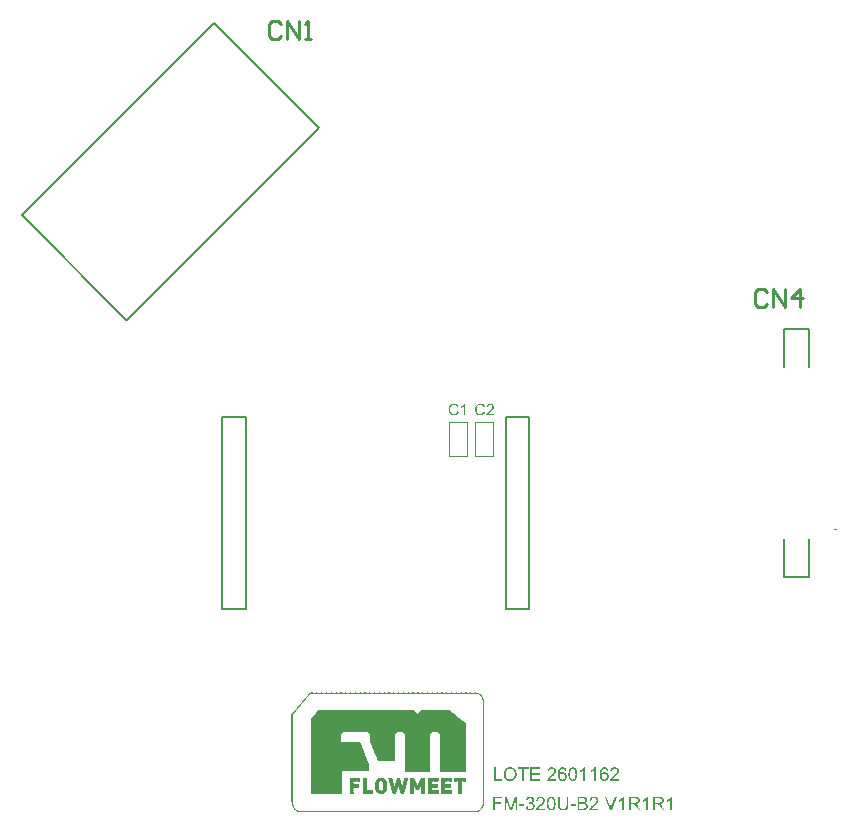
<source format=gto>
G04*
G04 #@! TF.GenerationSoftware,Altium Limited,Altium Designer,21.4.1 (30)*
G04*
G04 Layer_Color=65535*
%FSLAX25Y25*%
%MOIN*%
G70*
G04*
G04 #@! TF.SameCoordinates,E1CA7C7D-416C-4424-9A17-3CD1BDAA3B9A*
G04*
G04*
G04 #@! TF.FilePolarity,Positive*
G04*
G01*
G75*
%ADD10C,0.00394*%
%ADD11C,0.00787*%
%ADD12C,0.00197*%
%ADD13C,0.01000*%
G36*
X10714Y-79943D02*
X11040D01*
Y-79989D01*
X11272D01*
Y-80036D01*
X11411D01*
Y-80082D01*
X11551D01*
Y-80129D01*
X11597D01*
Y-80176D01*
X11737D01*
Y-80222D01*
X11784D01*
Y-80269D01*
X11876D01*
Y-80315D01*
X11970D01*
Y-80361D01*
X12016D01*
Y-80408D01*
X12062D01*
Y-80454D01*
X12109D01*
Y-80501D01*
X12156D01*
Y-80547D01*
X12248D01*
Y-80594D01*
X12295D01*
Y-80641D01*
X12342D01*
Y-80687D01*
X12388D01*
Y-80734D01*
X12434D01*
Y-80826D01*
X12481D01*
Y-80873D01*
X12528D01*
Y-80919D01*
X12574D01*
Y-80966D01*
X12620D01*
Y-81012D01*
X12667D01*
Y-81106D01*
X12713D01*
Y-81152D01*
X12760D01*
Y-81245D01*
X12807D01*
Y-81292D01*
X12853D01*
Y-81384D01*
X12900D01*
Y-81477D01*
X12946D01*
Y-81524D01*
X12992D01*
Y-81664D01*
X13039D01*
Y-81757D01*
X13085D01*
Y-81849D01*
X13132D01*
Y-81942D01*
X13179D01*
Y-82082D01*
X13225D01*
Y-82221D01*
X13272D01*
Y-82407D01*
X13318D01*
Y-82547D01*
X13364D01*
Y-82779D01*
X13411D01*
Y-83012D01*
X13457D01*
Y-83430D01*
X13504D01*
Y-83477D01*
X13457D01*
Y-83523D01*
X13504D01*
Y-83570D01*
X13457D01*
Y-83616D01*
X13504D01*
Y-83663D01*
X13457D01*
Y-83709D01*
X13504D01*
Y-83756D01*
X13457D01*
Y-83802D01*
X13504D01*
Y-83849D01*
X13457D01*
Y-83895D01*
X13504D01*
Y-83942D01*
X13457D01*
Y-83988D01*
X13504D01*
Y-84035D01*
X13457D01*
Y-84081D01*
X13504D01*
Y-84128D01*
X13457D01*
Y-84174D01*
X13504D01*
Y-84221D01*
X13457D01*
Y-84267D01*
X13504D01*
Y-84314D01*
X13457D01*
Y-84360D01*
X13504D01*
Y-84407D01*
X13457D01*
Y-84453D01*
X13504D01*
Y-84500D01*
X13457D01*
Y-84546D01*
X13504D01*
Y-84593D01*
X13457D01*
Y-84639D01*
X13504D01*
Y-84686D01*
X13457D01*
Y-84732D01*
X13504D01*
Y-84779D01*
X13457D01*
Y-84825D01*
X13504D01*
Y-84872D01*
X13457D01*
Y-84918D01*
X13504D01*
Y-84965D01*
X13457D01*
Y-85011D01*
X13504D01*
Y-85058D01*
X13457D01*
Y-85104D01*
X13504D01*
Y-85151D01*
X13457D01*
Y-85197D01*
X13504D01*
Y-85244D01*
X13457D01*
Y-85290D01*
X13504D01*
Y-85337D01*
X13457D01*
Y-85383D01*
X13504D01*
Y-85430D01*
X13457D01*
Y-85476D01*
X13504D01*
Y-85523D01*
X13457D01*
Y-85569D01*
X13504D01*
Y-85616D01*
X13457D01*
Y-85662D01*
X13504D01*
Y-85709D01*
X13457D01*
Y-85755D01*
X13504D01*
Y-85802D01*
X13457D01*
Y-85848D01*
X13504D01*
Y-85895D01*
X13457D01*
Y-85941D01*
X13504D01*
Y-85988D01*
X13457D01*
Y-86034D01*
X13504D01*
Y-86081D01*
X13457D01*
Y-86127D01*
X13504D01*
Y-86174D01*
X13457D01*
Y-86220D01*
X13504D01*
Y-86267D01*
X13457D01*
Y-86313D01*
X13504D01*
Y-86360D01*
X13457D01*
Y-86406D01*
X13504D01*
Y-86453D01*
X13457D01*
Y-86499D01*
X13504D01*
Y-86546D01*
X13457D01*
Y-86592D01*
X13504D01*
Y-86639D01*
X13457D01*
Y-86685D01*
X13504D01*
Y-86732D01*
X13457D01*
Y-86778D01*
X13504D01*
Y-86825D01*
X13457D01*
Y-86871D01*
X13504D01*
Y-86918D01*
X13457D01*
Y-86964D01*
X13504D01*
Y-87011D01*
X13457D01*
Y-87057D01*
X13504D01*
Y-87104D01*
X13457D01*
Y-87150D01*
X13504D01*
Y-87197D01*
X13457D01*
Y-87243D01*
X13504D01*
Y-87290D01*
X13457D01*
Y-87336D01*
X13504D01*
Y-87383D01*
X13457D01*
Y-87429D01*
X13504D01*
Y-87476D01*
X13457D01*
Y-87522D01*
X13504D01*
Y-87569D01*
X13457D01*
Y-87615D01*
X13504D01*
Y-87662D01*
X13457D01*
Y-87708D01*
X13504D01*
Y-87755D01*
X13457D01*
Y-87801D01*
X13504D01*
Y-87848D01*
X13457D01*
Y-87894D01*
X13504D01*
Y-87941D01*
X13457D01*
Y-87987D01*
X13504D01*
Y-88034D01*
X13457D01*
Y-88080D01*
X13504D01*
Y-88127D01*
X13457D01*
Y-88173D01*
X13504D01*
Y-88220D01*
X13457D01*
Y-88266D01*
X13504D01*
Y-88313D01*
X13457D01*
Y-88359D01*
X13504D01*
Y-88406D01*
X13457D01*
Y-88452D01*
X13504D01*
Y-88499D01*
X13457D01*
Y-88545D01*
X13504D01*
Y-88592D01*
X13457D01*
Y-88638D01*
X13504D01*
Y-88685D01*
X13457D01*
Y-88731D01*
X13504D01*
Y-88778D01*
X13457D01*
Y-88824D01*
X13504D01*
Y-88871D01*
X13457D01*
Y-88917D01*
X13504D01*
Y-88964D01*
X13457D01*
Y-89010D01*
X13504D01*
Y-89057D01*
X13457D01*
Y-89103D01*
X13504D01*
Y-89150D01*
X13457D01*
Y-89196D01*
X13504D01*
Y-89243D01*
X13457D01*
Y-89289D01*
X13504D01*
Y-89336D01*
X13457D01*
Y-89382D01*
X13504D01*
Y-89429D01*
X13457D01*
Y-89475D01*
X13504D01*
Y-89522D01*
X13457D01*
Y-89568D01*
X13504D01*
Y-89615D01*
X13457D01*
Y-89661D01*
X13504D01*
Y-89708D01*
X13457D01*
Y-89754D01*
X13504D01*
Y-89801D01*
X13457D01*
Y-89847D01*
X13504D01*
Y-89894D01*
X13457D01*
Y-89940D01*
X13504D01*
Y-89987D01*
X13457D01*
Y-90033D01*
X13504D01*
Y-90080D01*
X13457D01*
Y-90126D01*
X13504D01*
Y-90173D01*
X13457D01*
Y-90219D01*
X13504D01*
Y-90266D01*
X13457D01*
Y-90312D01*
X13504D01*
Y-90359D01*
X13457D01*
Y-90405D01*
X13504D01*
Y-90452D01*
X13457D01*
Y-90498D01*
X13504D01*
Y-90545D01*
X13457D01*
Y-90591D01*
X13504D01*
Y-90638D01*
X13457D01*
Y-90684D01*
X13504D01*
Y-90731D01*
X13457D01*
Y-90777D01*
X13504D01*
Y-90824D01*
X13457D01*
Y-90870D01*
X13504D01*
Y-90917D01*
X13457D01*
Y-90963D01*
X13504D01*
Y-91010D01*
X13457D01*
Y-91056D01*
X13504D01*
Y-91103D01*
X13457D01*
Y-91149D01*
X13504D01*
Y-91196D01*
X13457D01*
Y-91242D01*
X13504D01*
Y-91289D01*
X13457D01*
Y-91335D01*
X13504D01*
Y-91382D01*
X13457D01*
Y-91428D01*
X13504D01*
Y-91475D01*
X13457D01*
Y-91521D01*
X13504D01*
Y-91568D01*
X13457D01*
Y-91614D01*
X13504D01*
Y-91661D01*
X13457D01*
Y-91707D01*
X13504D01*
Y-91754D01*
X13457D01*
Y-91800D01*
X13504D01*
Y-91847D01*
X13457D01*
Y-91893D01*
X13504D01*
Y-91940D01*
X13457D01*
Y-91986D01*
X13504D01*
Y-92033D01*
X13457D01*
Y-92079D01*
X13504D01*
Y-92125D01*
X13457D01*
Y-92172D01*
X13504D01*
Y-92219D01*
X13457D01*
Y-92265D01*
X13504D01*
Y-92312D01*
X13457D01*
Y-92358D01*
X13504D01*
Y-92405D01*
X13457D01*
Y-92451D01*
X13504D01*
Y-92497D01*
X13457D01*
Y-92544D01*
X13504D01*
Y-92590D01*
X13457D01*
Y-92637D01*
X13504D01*
Y-92684D01*
X13457D01*
Y-92730D01*
X13504D01*
Y-92777D01*
X13457D01*
Y-92823D01*
X13504D01*
Y-92870D01*
X13457D01*
Y-92916D01*
X13504D01*
Y-92962D01*
X13457D01*
Y-93009D01*
X13504D01*
Y-93055D01*
X13457D01*
Y-93102D01*
X13504D01*
Y-93148D01*
X13457D01*
Y-93195D01*
X13504D01*
Y-93242D01*
X13457D01*
Y-93288D01*
X13504D01*
Y-93335D01*
X13457D01*
Y-93381D01*
X13504D01*
Y-93427D01*
X13457D01*
Y-93474D01*
X13504D01*
Y-93520D01*
X13457D01*
Y-93567D01*
X13504D01*
Y-93613D01*
X13457D01*
Y-93660D01*
X13504D01*
Y-93707D01*
X13457D01*
Y-93753D01*
X13504D01*
Y-93800D01*
X13457D01*
Y-93846D01*
X13504D01*
Y-93893D01*
X13457D01*
Y-93939D01*
X13504D01*
Y-93985D01*
X13457D01*
Y-94032D01*
X13504D01*
Y-94078D01*
X13457D01*
Y-94125D01*
X13504D01*
Y-94172D01*
X13457D01*
Y-94218D01*
X13504D01*
Y-94265D01*
X13457D01*
Y-94311D01*
X13504D01*
Y-94358D01*
X13457D01*
Y-94404D01*
X13504D01*
Y-94450D01*
X13457D01*
Y-94497D01*
X13504D01*
Y-94543D01*
X13457D01*
Y-94590D01*
X13504D01*
Y-94636D01*
X13457D01*
Y-94683D01*
X13504D01*
Y-94729D01*
X13457D01*
Y-94776D01*
X13504D01*
Y-94823D01*
X13457D01*
Y-94869D01*
X13504D01*
Y-94915D01*
X13457D01*
Y-94962D01*
X13504D01*
Y-95008D01*
X13457D01*
Y-95055D01*
X13504D01*
Y-95101D01*
X13457D01*
Y-95148D01*
X13504D01*
Y-95194D01*
X13457D01*
Y-95241D01*
X13504D01*
Y-95287D01*
X13457D01*
Y-95334D01*
X13504D01*
Y-95380D01*
X13457D01*
Y-95427D01*
X13504D01*
Y-95473D01*
X13457D01*
Y-95520D01*
X13504D01*
Y-95566D01*
X13457D01*
Y-95613D01*
X13504D01*
Y-95659D01*
X13457D01*
Y-95706D01*
X13504D01*
Y-95752D01*
X13457D01*
Y-95799D01*
X13504D01*
Y-95845D01*
X13457D01*
Y-95892D01*
X13504D01*
Y-95938D01*
X13457D01*
Y-95985D01*
X13504D01*
Y-96031D01*
X13457D01*
Y-96078D01*
X13504D01*
Y-96124D01*
X13457D01*
Y-96171D01*
X13504D01*
Y-96217D01*
X13457D01*
Y-96264D01*
X13504D01*
Y-96310D01*
X13457D01*
Y-96357D01*
X13504D01*
Y-96403D01*
X13457D01*
Y-96450D01*
X13504D01*
Y-96496D01*
X13457D01*
Y-96543D01*
X13504D01*
Y-96589D01*
X13457D01*
Y-96636D01*
X13504D01*
Y-96682D01*
X13457D01*
Y-96729D01*
X13504D01*
Y-96775D01*
X13457D01*
Y-96822D01*
X13504D01*
Y-96868D01*
X13457D01*
Y-96915D01*
X13504D01*
Y-96961D01*
X13457D01*
Y-97008D01*
X13504D01*
Y-97054D01*
X13457D01*
Y-97101D01*
X13504D01*
Y-97147D01*
X13457D01*
Y-97194D01*
X13504D01*
Y-97240D01*
X13457D01*
Y-97287D01*
X13504D01*
Y-97333D01*
X13457D01*
Y-97380D01*
X13504D01*
Y-97426D01*
X13457D01*
Y-97473D01*
X13504D01*
Y-97519D01*
X13457D01*
Y-97566D01*
X13504D01*
Y-97612D01*
X13457D01*
Y-97659D01*
X13504D01*
Y-97705D01*
X13457D01*
Y-97752D01*
X13504D01*
Y-97798D01*
X13457D01*
Y-97845D01*
X13504D01*
Y-97891D01*
X13457D01*
Y-97938D01*
X13504D01*
Y-97984D01*
X13457D01*
Y-98031D01*
X13504D01*
Y-98077D01*
X13457D01*
Y-98124D01*
X13504D01*
Y-98170D01*
X13457D01*
Y-98217D01*
X13504D01*
Y-98263D01*
X13457D01*
Y-98310D01*
X13504D01*
Y-98356D01*
X13457D01*
Y-98403D01*
X13504D01*
Y-98449D01*
X13457D01*
Y-98496D01*
X13504D01*
Y-98542D01*
X13457D01*
Y-98589D01*
X13504D01*
Y-98635D01*
X13457D01*
Y-98682D01*
X13504D01*
Y-98728D01*
X13457D01*
Y-98775D01*
X13504D01*
Y-98821D01*
X13457D01*
Y-98868D01*
X13504D01*
Y-98914D01*
X13457D01*
Y-98961D01*
X13504D01*
Y-99007D01*
X13457D01*
Y-99054D01*
X13504D01*
Y-99100D01*
X13457D01*
Y-99147D01*
X13504D01*
Y-99193D01*
X13457D01*
Y-99240D01*
X13504D01*
Y-99286D01*
X13457D01*
Y-99333D01*
X13504D01*
Y-99379D01*
X13457D01*
Y-99426D01*
X13504D01*
Y-99472D01*
X13457D01*
Y-99519D01*
X13504D01*
Y-99565D01*
X13457D01*
Y-99612D01*
X13504D01*
Y-99658D01*
X13457D01*
Y-99705D01*
X13504D01*
Y-99751D01*
X13457D01*
Y-99798D01*
X13504D01*
Y-99844D01*
X13457D01*
Y-99891D01*
X13504D01*
Y-99937D01*
X13457D01*
Y-99984D01*
X13504D01*
Y-100030D01*
X13457D01*
Y-100077D01*
X13504D01*
Y-100123D01*
X13457D01*
Y-100170D01*
X13504D01*
Y-100216D01*
X13457D01*
Y-100263D01*
X13504D01*
Y-100309D01*
X13457D01*
Y-100356D01*
X13504D01*
Y-100402D01*
X13457D01*
Y-100449D01*
X13504D01*
Y-100495D01*
X13457D01*
Y-100542D01*
X13504D01*
Y-100588D01*
X13457D01*
Y-100635D01*
X13504D01*
Y-100681D01*
X13457D01*
Y-100728D01*
X13504D01*
Y-100774D01*
X13457D01*
Y-100821D01*
X13504D01*
Y-100867D01*
X13457D01*
Y-100914D01*
X13504D01*
Y-100960D01*
X13457D01*
Y-101007D01*
X13504D01*
Y-101053D01*
X13457D01*
Y-101100D01*
X13504D01*
Y-101146D01*
X13457D01*
Y-101193D01*
X13504D01*
Y-101239D01*
X13457D01*
Y-101286D01*
X13504D01*
Y-101332D01*
X13457D01*
Y-101379D01*
X13504D01*
Y-101425D01*
X13457D01*
Y-101472D01*
X13504D01*
Y-101518D01*
X13457D01*
Y-101565D01*
X13504D01*
Y-101611D01*
X13457D01*
Y-101658D01*
X13504D01*
Y-101704D01*
X13457D01*
Y-101751D01*
X13504D01*
Y-101797D01*
X13457D01*
Y-101844D01*
X13504D01*
Y-101890D01*
X13457D01*
Y-101937D01*
X13504D01*
Y-101983D01*
X13457D01*
Y-102030D01*
X13504D01*
Y-102076D01*
X13457D01*
Y-102123D01*
X13504D01*
Y-102169D01*
X13457D01*
Y-102216D01*
X13504D01*
Y-102262D01*
X13457D01*
Y-102309D01*
X13504D01*
Y-102355D01*
X13457D01*
Y-102402D01*
X13504D01*
Y-102448D01*
X13457D01*
Y-102495D01*
X13504D01*
Y-102541D01*
X13457D01*
Y-102588D01*
X13504D01*
Y-102634D01*
X13457D01*
Y-102681D01*
X13504D01*
Y-102727D01*
X13457D01*
Y-102774D01*
X13504D01*
Y-102820D01*
X13457D01*
Y-102867D01*
X13504D01*
Y-102913D01*
X13457D01*
Y-102960D01*
X13504D01*
Y-103006D01*
X13457D01*
Y-103053D01*
X13504D01*
Y-103099D01*
X13457D01*
Y-103146D01*
X13504D01*
Y-103192D01*
X13457D01*
Y-103239D01*
X13504D01*
Y-103285D01*
X13457D01*
Y-103332D01*
X13504D01*
Y-103378D01*
X13457D01*
Y-103425D01*
X13504D01*
Y-103471D01*
X13457D01*
Y-103518D01*
X13504D01*
Y-103564D01*
X13457D01*
Y-103611D01*
X13504D01*
Y-103657D01*
X13457D01*
Y-103704D01*
X13504D01*
Y-103750D01*
X13457D01*
Y-103797D01*
X13504D01*
Y-103843D01*
X13457D01*
Y-103890D01*
X13504D01*
Y-103936D01*
X13457D01*
Y-103983D01*
X13504D01*
Y-104029D01*
X13457D01*
Y-104076D01*
X13504D01*
Y-104122D01*
X13457D01*
Y-104169D01*
X13504D01*
Y-104215D01*
X13457D01*
Y-104262D01*
X13504D01*
Y-104308D01*
X13457D01*
Y-104355D01*
X13504D01*
Y-104401D01*
X13457D01*
Y-104448D01*
X13504D01*
Y-104494D01*
X13457D01*
Y-104541D01*
X13504D01*
Y-104587D01*
X13457D01*
Y-104634D01*
X13504D01*
Y-104680D01*
X13457D01*
Y-104727D01*
X13504D01*
Y-104773D01*
X13457D01*
Y-104820D01*
X13504D01*
Y-104866D01*
X13457D01*
Y-104913D01*
X13504D01*
Y-104959D01*
X13457D01*
Y-105006D01*
X13504D01*
Y-105052D01*
X13457D01*
Y-105099D01*
X13504D01*
Y-105145D01*
X13457D01*
Y-105192D01*
X13504D01*
Y-105238D01*
X13457D01*
Y-105285D01*
X13504D01*
Y-105331D01*
X13457D01*
Y-105377D01*
X13504D01*
Y-105424D01*
X13457D01*
Y-105471D01*
X13504D01*
Y-105517D01*
X13457D01*
Y-105563D01*
X13504D01*
Y-105610D01*
X13457D01*
Y-105657D01*
X13504D01*
Y-105703D01*
X13457D01*
Y-105749D01*
X13504D01*
Y-105796D01*
X13457D01*
Y-105842D01*
X13504D01*
Y-105889D01*
X13457D01*
Y-105936D01*
X13504D01*
Y-105982D01*
X13457D01*
Y-106028D01*
X13504D01*
Y-106075D01*
X13457D01*
Y-106122D01*
X13504D01*
Y-106168D01*
X13457D01*
Y-106214D01*
X13504D01*
Y-106261D01*
X13457D01*
Y-106307D01*
X13504D01*
Y-106354D01*
X13457D01*
Y-106401D01*
X13504D01*
Y-106447D01*
X13457D01*
Y-106493D01*
X13504D01*
Y-106540D01*
X13457D01*
Y-106587D01*
X13504D01*
Y-106633D01*
X13457D01*
Y-106679D01*
X13504D01*
Y-106726D01*
X13457D01*
Y-106772D01*
X13504D01*
Y-106819D01*
X13457D01*
Y-106866D01*
X13504D01*
Y-106912D01*
X13457D01*
Y-106958D01*
X13504D01*
Y-107005D01*
X13457D01*
Y-107052D01*
X13504D01*
Y-107098D01*
X13457D01*
Y-107144D01*
X13504D01*
Y-107191D01*
X13457D01*
Y-107238D01*
X13504D01*
Y-107284D01*
X13457D01*
Y-107331D01*
X13504D01*
Y-107377D01*
X13457D01*
Y-107423D01*
X13504D01*
Y-107470D01*
X13457D01*
Y-107517D01*
X13504D01*
Y-107563D01*
X13457D01*
Y-107609D01*
X13504D01*
Y-107656D01*
X13457D01*
Y-107702D01*
X13504D01*
Y-107749D01*
X13457D01*
Y-107796D01*
X13504D01*
Y-107842D01*
X13457D01*
Y-107888D01*
X13504D01*
Y-107935D01*
X13457D01*
Y-107981D01*
X13504D01*
Y-108028D01*
X13457D01*
Y-108074D01*
X13504D01*
Y-108121D01*
X13457D01*
Y-108167D01*
X13504D01*
Y-108214D01*
X13457D01*
Y-108260D01*
X13504D01*
Y-108307D01*
X13457D01*
Y-108353D01*
X13504D01*
Y-108400D01*
X13457D01*
Y-108446D01*
X13504D01*
Y-108493D01*
X13457D01*
Y-108539D01*
X13504D01*
Y-108586D01*
X13457D01*
Y-108632D01*
X13504D01*
Y-108679D01*
X13457D01*
Y-108725D01*
X13504D01*
Y-108772D01*
X13457D01*
Y-108818D01*
X13504D01*
Y-108865D01*
X13457D01*
Y-108911D01*
X13504D01*
Y-108958D01*
X13457D01*
Y-109004D01*
X13504D01*
Y-109051D01*
X13457D01*
Y-109097D01*
X13504D01*
Y-109144D01*
X13457D01*
Y-109190D01*
X13504D01*
Y-109237D01*
X13457D01*
Y-109283D01*
X13504D01*
Y-109330D01*
X13457D01*
Y-109376D01*
X13504D01*
Y-109423D01*
X13457D01*
Y-109469D01*
X13504D01*
Y-109516D01*
X13457D01*
Y-109562D01*
X13504D01*
Y-109609D01*
X13457D01*
Y-109655D01*
X13504D01*
Y-109702D01*
X13457D01*
Y-109748D01*
X13504D01*
Y-109795D01*
X13457D01*
Y-109841D01*
X13504D01*
Y-109888D01*
X13457D01*
Y-109934D01*
X13504D01*
Y-109981D01*
X13457D01*
Y-110027D01*
X13504D01*
Y-110074D01*
X13457D01*
Y-110120D01*
X13504D01*
Y-110167D01*
X13457D01*
Y-110213D01*
X13504D01*
Y-110260D01*
X13457D01*
Y-110306D01*
X13504D01*
Y-110353D01*
X13457D01*
Y-110399D01*
X13504D01*
Y-110446D01*
X13457D01*
Y-110492D01*
X13504D01*
Y-110539D01*
X13457D01*
Y-110585D01*
X13504D01*
Y-110632D01*
X13457D01*
Y-110678D01*
X13504D01*
Y-110725D01*
X13457D01*
Y-110771D01*
X13504D01*
Y-110818D01*
X13457D01*
Y-110864D01*
X13504D01*
Y-110911D01*
X13457D01*
Y-110957D01*
X13504D01*
Y-111004D01*
X13457D01*
Y-111050D01*
X13504D01*
Y-111097D01*
X13457D01*
Y-111143D01*
X13504D01*
Y-111190D01*
X13457D01*
Y-111236D01*
X13504D01*
Y-111283D01*
X13457D01*
Y-111329D01*
X13504D01*
Y-111376D01*
X13457D01*
Y-111422D01*
X13504D01*
Y-111469D01*
X13457D01*
Y-111515D01*
X13504D01*
Y-111562D01*
X13457D01*
Y-111608D01*
X13504D01*
Y-111655D01*
X13457D01*
Y-111701D01*
X13504D01*
Y-111748D01*
X13457D01*
Y-111794D01*
X13504D01*
Y-111841D01*
X13457D01*
Y-111887D01*
X13504D01*
Y-111934D01*
X13457D01*
Y-111980D01*
X13504D01*
Y-112027D01*
X13457D01*
Y-112073D01*
X13504D01*
Y-112120D01*
X13457D01*
Y-112166D01*
X13504D01*
Y-112213D01*
X13457D01*
Y-112259D01*
X13504D01*
Y-112306D01*
X13457D01*
Y-112352D01*
X13504D01*
Y-112399D01*
X13457D01*
Y-112445D01*
X13504D01*
Y-112492D01*
X13457D01*
Y-112538D01*
X13504D01*
Y-112585D01*
X13457D01*
Y-112631D01*
X13504D01*
Y-112678D01*
X13457D01*
Y-112724D01*
X13504D01*
Y-112771D01*
X13457D01*
Y-112817D01*
X13504D01*
Y-112864D01*
X13457D01*
Y-112910D01*
X13504D01*
Y-112957D01*
X13457D01*
Y-113003D01*
X13504D01*
Y-113050D01*
X13457D01*
Y-113096D01*
X13504D01*
Y-113143D01*
X13457D01*
Y-113189D01*
X13504D01*
Y-113236D01*
X13457D01*
Y-113282D01*
X13504D01*
Y-113329D01*
X13457D01*
Y-113375D01*
X13504D01*
Y-113422D01*
X13457D01*
Y-113468D01*
X13504D01*
Y-113515D01*
X13457D01*
Y-113561D01*
X13504D01*
Y-113608D01*
X13457D01*
Y-113654D01*
X13504D01*
Y-113701D01*
X13457D01*
Y-113747D01*
X13504D01*
Y-113794D01*
X13457D01*
Y-113840D01*
X13504D01*
Y-113887D01*
X13457D01*
Y-113933D01*
X13504D01*
Y-113980D01*
X13457D01*
Y-114026D01*
X13504D01*
Y-114073D01*
X13457D01*
Y-114119D01*
X13504D01*
Y-114166D01*
X13457D01*
Y-114212D01*
X13504D01*
Y-114259D01*
X13457D01*
Y-114305D01*
X13504D01*
Y-114352D01*
X13457D01*
Y-114398D01*
X13504D01*
Y-114445D01*
X13457D01*
Y-114491D01*
X13504D01*
Y-114538D01*
X13457D01*
Y-114584D01*
X13504D01*
Y-114631D01*
X13457D01*
Y-114677D01*
X13504D01*
Y-114724D01*
X13457D01*
Y-114770D01*
X13504D01*
Y-114817D01*
X13457D01*
Y-114863D01*
X13504D01*
Y-114910D01*
X13457D01*
Y-114956D01*
X13504D01*
Y-115003D01*
X13457D01*
Y-115049D01*
X13504D01*
Y-115096D01*
X13457D01*
Y-115142D01*
X13504D01*
Y-115189D01*
X13457D01*
Y-115235D01*
X13504D01*
Y-115282D01*
X13457D01*
Y-115328D01*
X13504D01*
Y-115375D01*
X13457D01*
Y-115421D01*
X13504D01*
Y-115468D01*
X13457D01*
Y-115514D01*
X13504D01*
Y-115561D01*
X13457D01*
Y-115607D01*
X13504D01*
Y-115654D01*
X13457D01*
Y-115700D01*
X13504D01*
Y-115747D01*
X13457D01*
Y-115793D01*
X13504D01*
Y-115840D01*
X13457D01*
Y-115886D01*
X13504D01*
Y-115933D01*
X13457D01*
Y-115979D01*
X13504D01*
Y-116026D01*
X13457D01*
Y-116072D01*
X13504D01*
Y-116119D01*
X13457D01*
Y-116165D01*
X13504D01*
Y-116212D01*
X13457D01*
Y-116723D01*
X13411D01*
Y-116956D01*
X13364D01*
Y-117142D01*
X13318D01*
Y-117328D01*
X13272D01*
Y-117467D01*
X13225D01*
Y-117607D01*
X13179D01*
Y-117746D01*
X13132D01*
Y-117885D01*
X13085D01*
Y-117932D01*
X13039D01*
Y-118072D01*
X12992D01*
Y-118118D01*
X12946D01*
Y-118257D01*
X12900D01*
Y-118304D01*
X12853D01*
Y-118397D01*
X12807D01*
Y-118490D01*
X12760D01*
Y-118536D01*
X12713D01*
Y-118583D01*
X12667D01*
Y-118676D01*
X12620D01*
Y-118722D01*
X12574D01*
Y-118816D01*
X12528D01*
Y-118862D01*
X12481D01*
Y-118909D01*
X12434D01*
Y-118955D01*
X12388D01*
Y-119001D01*
X12342D01*
Y-119048D01*
X12295D01*
Y-119095D01*
X12248D01*
Y-119141D01*
X12202D01*
Y-119187D01*
X12156D01*
Y-119234D01*
X12109D01*
Y-119281D01*
X12016D01*
Y-119327D01*
X11970D01*
Y-119374D01*
X11876D01*
Y-119420D01*
X11830D01*
Y-119466D01*
X11737D01*
Y-119513D01*
X11644D01*
Y-119560D01*
X11551D01*
Y-119606D01*
X11458D01*
Y-119652D01*
X11319D01*
Y-119699D01*
X11086D01*
Y-119746D01*
X10668D01*
Y-119792D01*
X10621D01*
Y-119746D01*
X10482D01*
Y-119792D01*
X10435D01*
Y-119746D01*
X10389D01*
Y-119792D01*
X10342D01*
Y-119746D01*
X10296D01*
Y-119792D01*
X10249D01*
Y-119746D01*
X10110D01*
Y-119792D01*
X10063D01*
Y-119746D01*
X10017D01*
Y-119792D01*
X9970D01*
Y-119746D01*
X9924D01*
Y-119792D01*
X9877D01*
Y-119746D01*
X9738D01*
Y-119792D01*
X9691D01*
Y-119746D01*
X9645D01*
Y-119792D01*
X9598D01*
Y-119746D01*
X9552D01*
Y-119792D01*
X9505D01*
Y-119746D01*
X9366D01*
Y-119792D01*
X9319D01*
Y-119746D01*
X9273D01*
Y-119792D01*
X9226D01*
Y-119746D01*
X9180D01*
Y-119792D01*
X9133D01*
Y-119746D01*
X8994D01*
Y-119792D01*
X8947D01*
Y-119746D01*
X8901D01*
Y-119792D01*
X8854D01*
Y-119746D01*
X8808D01*
Y-119792D01*
X8761D01*
Y-119746D01*
X8622D01*
Y-119792D01*
X8575D01*
Y-119746D01*
X8529D01*
Y-119792D01*
X8482D01*
Y-119746D01*
X8436D01*
Y-119792D01*
X8389D01*
Y-119746D01*
X8250D01*
Y-119792D01*
X8203D01*
Y-119746D01*
X8157D01*
Y-119792D01*
X8110D01*
Y-119746D01*
X8064D01*
Y-119792D01*
X8017D01*
Y-119746D01*
X7878D01*
Y-119792D01*
X7831D01*
Y-119746D01*
X7785D01*
Y-119792D01*
X7738D01*
Y-119746D01*
X7692D01*
Y-119792D01*
X7645D01*
Y-119746D01*
X7506D01*
Y-119792D01*
X7459D01*
Y-119746D01*
X7413D01*
Y-119792D01*
X7366D01*
Y-119746D01*
X7320D01*
Y-119792D01*
X7273D01*
Y-119746D01*
X7134D01*
Y-119792D01*
X7087D01*
Y-119746D01*
X7041D01*
Y-119792D01*
X6994D01*
Y-119746D01*
X6948D01*
Y-119792D01*
X6901D01*
Y-119746D01*
X6762D01*
Y-119792D01*
X6715D01*
Y-119746D01*
X6669D01*
Y-119792D01*
X6622D01*
Y-119746D01*
X6576D01*
Y-119792D01*
X6529D01*
Y-119746D01*
X6390D01*
Y-119792D01*
X6343D01*
Y-119746D01*
X6297D01*
Y-119792D01*
X6250D01*
Y-119746D01*
X6204D01*
Y-119792D01*
X6157D01*
Y-119746D01*
X6018D01*
Y-119792D01*
X5971D01*
Y-119746D01*
X5925D01*
Y-119792D01*
X5878D01*
Y-119746D01*
X5832D01*
Y-119792D01*
X5785D01*
Y-119746D01*
X5646D01*
Y-119792D01*
X5599D01*
Y-119746D01*
X5553D01*
Y-119792D01*
X5506D01*
Y-119746D01*
X5460D01*
Y-119792D01*
X5413D01*
Y-119746D01*
X5274D01*
Y-119792D01*
X5227D01*
Y-119746D01*
X5181D01*
Y-119792D01*
X5134D01*
Y-119746D01*
X5088D01*
Y-119792D01*
X5041D01*
Y-119746D01*
X4902D01*
Y-119792D01*
X4855D01*
Y-119746D01*
X4809D01*
Y-119792D01*
X4762D01*
Y-119746D01*
X4716D01*
Y-119792D01*
X4669D01*
Y-119746D01*
X4530D01*
Y-119792D01*
X4483D01*
Y-119746D01*
X4437D01*
Y-119792D01*
X4390D01*
Y-119746D01*
X4344D01*
Y-119792D01*
X4297D01*
Y-119746D01*
X4158D01*
Y-119792D01*
X4111D01*
Y-119746D01*
X4065D01*
Y-119792D01*
X4018D01*
Y-119746D01*
X3972D01*
Y-119792D01*
X3925D01*
Y-119746D01*
X3786D01*
Y-119792D01*
X3739D01*
Y-119746D01*
X3693D01*
Y-119792D01*
X3646D01*
Y-119746D01*
X3600D01*
Y-119792D01*
X3553D01*
Y-119746D01*
X3414D01*
Y-119792D01*
X3367D01*
Y-119746D01*
X3321D01*
Y-119792D01*
X3274D01*
Y-119746D01*
X3228D01*
Y-119792D01*
X3181D01*
Y-119746D01*
X3042D01*
Y-119792D01*
X2995D01*
Y-119746D01*
X2949D01*
Y-119792D01*
X2902D01*
Y-119746D01*
X2856D01*
Y-119792D01*
X2809D01*
Y-119746D01*
X2670D01*
Y-119792D01*
X2623D01*
Y-119746D01*
X2577D01*
Y-119792D01*
X2530D01*
Y-119746D01*
X2484D01*
Y-119792D01*
X2437D01*
Y-119746D01*
X2298D01*
Y-119792D01*
X2251D01*
Y-119746D01*
X2205D01*
Y-119792D01*
X2158D01*
Y-119746D01*
X2112D01*
Y-119792D01*
X2065D01*
Y-119746D01*
X1926D01*
Y-119792D01*
X1879D01*
Y-119746D01*
X1833D01*
Y-119792D01*
X1786D01*
Y-119746D01*
X1740D01*
Y-119792D01*
X1693D01*
Y-119746D01*
X1554D01*
Y-119792D01*
X1507D01*
Y-119746D01*
X1461D01*
Y-119792D01*
X1414D01*
Y-119746D01*
X1368D01*
Y-119792D01*
X1321D01*
Y-119746D01*
X1182D01*
Y-119792D01*
X1135D01*
Y-119746D01*
X1089D01*
Y-119792D01*
X1043D01*
Y-119746D01*
X996D01*
Y-119792D01*
X950D01*
Y-119746D01*
X810D01*
Y-119792D01*
X764D01*
Y-119746D01*
X717D01*
Y-119792D01*
X671D01*
Y-119746D01*
X624D01*
Y-119792D01*
X577D01*
Y-119746D01*
X438D01*
Y-119792D01*
X391D01*
Y-119746D01*
X345D01*
Y-119792D01*
X298D01*
Y-119746D01*
X252D01*
Y-119792D01*
X206D01*
Y-119746D01*
X66D01*
Y-119792D01*
X20D01*
Y-119746D01*
X-27D01*
Y-119792D01*
X-74D01*
Y-119746D01*
X-120D01*
Y-119792D01*
X-166D01*
Y-119746D01*
X-306D01*
Y-119792D01*
X-353D01*
Y-119746D01*
X-399D01*
Y-119792D01*
X-446D01*
Y-119746D01*
X-492D01*
Y-119792D01*
X-538D01*
Y-119746D01*
X-678D01*
Y-119792D01*
X-724D01*
Y-119746D01*
X-771D01*
Y-119792D01*
X-817D01*
Y-119746D01*
X-864D01*
Y-119792D01*
X-910D01*
Y-119746D01*
X-1050D01*
Y-119792D01*
X-1096D01*
Y-119746D01*
X-1143D01*
Y-119792D01*
X-1190D01*
Y-119746D01*
X-1236D01*
Y-119792D01*
X-1283D01*
Y-119746D01*
X-1422D01*
Y-119792D01*
X-1468D01*
Y-119746D01*
X-1515D01*
Y-119792D01*
X-1561D01*
Y-119746D01*
X-1608D01*
Y-119792D01*
X-1654D01*
Y-119746D01*
X-1794D01*
Y-119792D01*
X-1840D01*
Y-119746D01*
X-1887D01*
Y-119792D01*
X-1933D01*
Y-119746D01*
X-1980D01*
Y-119792D01*
X-2026D01*
Y-119746D01*
X-2166D01*
Y-119792D01*
X-2212D01*
Y-119746D01*
X-2259D01*
Y-119792D01*
X-2305D01*
Y-119746D01*
X-2352D01*
Y-119792D01*
X-2398D01*
Y-119746D01*
X-2538D01*
Y-119792D01*
X-2584D01*
Y-119746D01*
X-2631D01*
Y-119792D01*
X-2677D01*
Y-119746D01*
X-2724D01*
Y-119792D01*
X-2770D01*
Y-119746D01*
X-2910D01*
Y-119792D01*
X-2956D01*
Y-119746D01*
X-3003D01*
Y-119792D01*
X-3049D01*
Y-119746D01*
X-3096D01*
Y-119792D01*
X-3142D01*
Y-119746D01*
X-3282D01*
Y-119792D01*
X-3328D01*
Y-119746D01*
X-3375D01*
Y-119792D01*
X-3421D01*
Y-119746D01*
X-3468D01*
Y-119792D01*
X-3514D01*
Y-119746D01*
X-3654D01*
Y-119792D01*
X-3700D01*
Y-119746D01*
X-3747D01*
Y-119792D01*
X-3793D01*
Y-119746D01*
X-3840D01*
Y-119792D01*
X-3886D01*
Y-119746D01*
X-4026D01*
Y-119792D01*
X-4072D01*
Y-119746D01*
X-4119D01*
Y-119792D01*
X-4165D01*
Y-119746D01*
X-4212D01*
Y-119792D01*
X-4258D01*
Y-119746D01*
X-4398D01*
Y-119792D01*
X-4444D01*
Y-119746D01*
X-4491D01*
Y-119792D01*
X-4537D01*
Y-119746D01*
X-4584D01*
Y-119792D01*
X-4630D01*
Y-119746D01*
X-4770D01*
Y-119792D01*
X-4816D01*
Y-119746D01*
X-4863D01*
Y-119792D01*
X-4909D01*
Y-119746D01*
X-4956D01*
Y-119792D01*
X-5002D01*
Y-119746D01*
X-5142D01*
Y-119792D01*
X-5188D01*
Y-119746D01*
X-5235D01*
Y-119792D01*
X-5281D01*
Y-119746D01*
X-5328D01*
Y-119792D01*
X-5374D01*
Y-119746D01*
X-5514D01*
Y-119792D01*
X-5560D01*
Y-119746D01*
X-5607D01*
Y-119792D01*
X-5653D01*
Y-119746D01*
X-5700D01*
Y-119792D01*
X-5746D01*
Y-119746D01*
X-5886D01*
Y-119792D01*
X-5932D01*
Y-119746D01*
X-5979D01*
Y-119792D01*
X-6025D01*
Y-119746D01*
X-6072D01*
Y-119792D01*
X-6118D01*
Y-119746D01*
X-6258D01*
Y-119792D01*
X-6304D01*
Y-119746D01*
X-6351D01*
Y-119792D01*
X-6397D01*
Y-119746D01*
X-6444D01*
Y-119792D01*
X-6490D01*
Y-119746D01*
X-6630D01*
Y-119792D01*
X-6676D01*
Y-119746D01*
X-6723D01*
Y-119792D01*
X-6769D01*
Y-119746D01*
X-6816D01*
Y-119792D01*
X-6862D01*
Y-119746D01*
X-7002D01*
Y-119792D01*
X-7048D01*
Y-119746D01*
X-7095D01*
Y-119792D01*
X-7141D01*
Y-119746D01*
X-7188D01*
Y-119792D01*
X-7234D01*
Y-119746D01*
X-7374D01*
Y-119792D01*
X-7420D01*
Y-119746D01*
X-7467D01*
Y-119792D01*
X-7513D01*
Y-119746D01*
X-7560D01*
Y-119792D01*
X-7606D01*
Y-119746D01*
X-7746D01*
Y-119792D01*
X-7792D01*
Y-119746D01*
X-7839D01*
Y-119792D01*
X-7885D01*
Y-119746D01*
X-7932D01*
Y-119792D01*
X-7978D01*
Y-119746D01*
X-8118D01*
Y-119792D01*
X-8164D01*
Y-119746D01*
X-8211D01*
Y-119792D01*
X-8257D01*
Y-119746D01*
X-8304D01*
Y-119792D01*
X-8350D01*
Y-119746D01*
X-8490D01*
Y-119792D01*
X-8536D01*
Y-119746D01*
X-8583D01*
Y-119792D01*
X-8629D01*
Y-119746D01*
X-8676D01*
Y-119792D01*
X-8722D01*
Y-119746D01*
X-8862D01*
Y-119792D01*
X-8908D01*
Y-119746D01*
X-8955D01*
Y-119792D01*
X-9001D01*
Y-119746D01*
X-9048D01*
Y-119792D01*
X-9094D01*
Y-119746D01*
X-9234D01*
Y-119792D01*
X-9280D01*
Y-119746D01*
X-9327D01*
Y-119792D01*
X-9373D01*
Y-119746D01*
X-9420D01*
Y-119792D01*
X-9466D01*
Y-119746D01*
X-9606D01*
Y-119792D01*
X-9652D01*
Y-119746D01*
X-9699D01*
Y-119792D01*
X-9745D01*
Y-119746D01*
X-9792D01*
Y-119792D01*
X-9838D01*
Y-119746D01*
X-9978D01*
Y-119792D01*
X-10024D01*
Y-119746D01*
X-10071D01*
Y-119792D01*
X-10117D01*
Y-119746D01*
X-10164D01*
Y-119792D01*
X-10210D01*
Y-119746D01*
X-10350D01*
Y-119792D01*
X-10396D01*
Y-119746D01*
X-10443D01*
Y-119792D01*
X-10489D01*
Y-119746D01*
X-10536D01*
Y-119792D01*
X-10582D01*
Y-119746D01*
X-10722D01*
Y-119792D01*
X-10768D01*
Y-119746D01*
X-10815D01*
Y-119792D01*
X-10861D01*
Y-119746D01*
X-10908D01*
Y-119792D01*
X-10954D01*
Y-119746D01*
X-11094D01*
Y-119792D01*
X-11140D01*
Y-119746D01*
X-11187D01*
Y-119792D01*
X-11233D01*
Y-119746D01*
X-11280D01*
Y-119792D01*
X-11326D01*
Y-119746D01*
X-11466D01*
Y-119792D01*
X-11512D01*
Y-119746D01*
X-11559D01*
Y-119792D01*
X-11605D01*
Y-119746D01*
X-11652D01*
Y-119792D01*
X-11698D01*
Y-119746D01*
X-11838D01*
Y-119792D01*
X-11884D01*
Y-119746D01*
X-11930D01*
Y-119792D01*
X-11977D01*
Y-119746D01*
X-12024D01*
Y-119792D01*
X-12070D01*
Y-119746D01*
X-12210D01*
Y-119792D01*
X-12256D01*
Y-119746D01*
X-12303D01*
Y-119792D01*
X-12349D01*
Y-119746D01*
X-12395D01*
Y-119792D01*
X-12442D01*
Y-119746D01*
X-12582D01*
Y-119792D01*
X-12628D01*
Y-119746D01*
X-12675D01*
Y-119792D01*
X-12721D01*
Y-119746D01*
X-12767D01*
Y-119792D01*
X-12814D01*
Y-119746D01*
X-12954D01*
Y-119792D01*
X-13000D01*
Y-119746D01*
X-13047D01*
Y-119792D01*
X-13093D01*
Y-119746D01*
X-13139D01*
Y-119792D01*
X-13186D01*
Y-119746D01*
X-13326D01*
Y-119792D01*
X-13372D01*
Y-119746D01*
X-13419D01*
Y-119792D01*
X-13465D01*
Y-119746D01*
X-13511D01*
Y-119792D01*
X-13558D01*
Y-119746D01*
X-13698D01*
Y-119792D01*
X-13744D01*
Y-119746D01*
X-13791D01*
Y-119792D01*
X-13837D01*
Y-119746D01*
X-13883D01*
Y-119792D01*
X-13930D01*
Y-119746D01*
X-14070D01*
Y-119792D01*
X-14116D01*
Y-119746D01*
X-14163D01*
Y-119792D01*
X-14209D01*
Y-119746D01*
X-14255D01*
Y-119792D01*
X-14302D01*
Y-119746D01*
X-14442D01*
Y-119792D01*
X-14488D01*
Y-119746D01*
X-14534D01*
Y-119792D01*
X-14581D01*
Y-119746D01*
X-14627D01*
Y-119792D01*
X-14674D01*
Y-119746D01*
X-14813D01*
Y-119792D01*
X-14860D01*
Y-119746D01*
X-14906D01*
Y-119792D01*
X-14953D01*
Y-119746D01*
X-14999D01*
Y-119792D01*
X-15046D01*
Y-119746D01*
X-15185D01*
Y-119792D01*
X-15232D01*
Y-119746D01*
X-15278D01*
Y-119792D01*
X-15325D01*
Y-119746D01*
X-15371D01*
Y-119792D01*
X-15418D01*
Y-119746D01*
X-15557D01*
Y-119792D01*
X-15604D01*
Y-119746D01*
X-15650D01*
Y-119792D01*
X-15697D01*
Y-119746D01*
X-15743D01*
Y-119792D01*
X-15790D01*
Y-119746D01*
X-15929D01*
Y-119792D01*
X-15976D01*
Y-119746D01*
X-16022D01*
Y-119792D01*
X-16069D01*
Y-119746D01*
X-16115D01*
Y-119792D01*
X-16162D01*
Y-119746D01*
X-16301D01*
Y-119792D01*
X-16348D01*
Y-119746D01*
X-16394D01*
Y-119792D01*
X-16441D01*
Y-119746D01*
X-16487D01*
Y-119792D01*
X-16534D01*
Y-119746D01*
X-16673D01*
Y-119792D01*
X-16720D01*
Y-119746D01*
X-16766D01*
Y-119792D01*
X-16813D01*
Y-119746D01*
X-16859D01*
Y-119792D01*
X-16906D01*
Y-119746D01*
X-17045D01*
Y-119792D01*
X-17092D01*
Y-119746D01*
X-17138D01*
Y-119792D01*
X-17185D01*
Y-119746D01*
X-17231D01*
Y-119792D01*
X-17278D01*
Y-119746D01*
X-17417D01*
Y-119792D01*
X-17464D01*
Y-119746D01*
X-17510D01*
Y-119792D01*
X-17557D01*
Y-119746D01*
X-17603D01*
Y-119792D01*
X-17650D01*
Y-119746D01*
X-17789D01*
Y-119792D01*
X-17836D01*
Y-119746D01*
X-17882D01*
Y-119792D01*
X-17929D01*
Y-119746D01*
X-17975D01*
Y-119792D01*
X-18022D01*
Y-119746D01*
X-18161D01*
Y-119792D01*
X-18208D01*
Y-119746D01*
X-18254D01*
Y-119792D01*
X-18301D01*
Y-119746D01*
X-18347D01*
Y-119792D01*
X-18394D01*
Y-119746D01*
X-18533D01*
Y-119792D01*
X-18580D01*
Y-119746D01*
X-18626D01*
Y-119792D01*
X-18673D01*
Y-119746D01*
X-18719D01*
Y-119792D01*
X-18766D01*
Y-119746D01*
X-18905D01*
Y-119792D01*
X-18952D01*
Y-119746D01*
X-18998D01*
Y-119792D01*
X-19045D01*
Y-119746D01*
X-19091D01*
Y-119792D01*
X-19138D01*
Y-119746D01*
X-19277D01*
Y-119792D01*
X-19324D01*
Y-119746D01*
X-19370D01*
Y-119792D01*
X-19417D01*
Y-119746D01*
X-19463D01*
Y-119792D01*
X-19510D01*
Y-119746D01*
X-19649D01*
Y-119792D01*
X-19696D01*
Y-119746D01*
X-19742D01*
Y-119792D01*
X-19789D01*
Y-119746D01*
X-19835D01*
Y-119792D01*
X-19882D01*
Y-119746D01*
X-20021D01*
Y-119792D01*
X-20068D01*
Y-119746D01*
X-20114D01*
Y-119792D01*
X-20161D01*
Y-119746D01*
X-20207D01*
Y-119792D01*
X-20254D01*
Y-119746D01*
X-20393D01*
Y-119792D01*
X-20440D01*
Y-119746D01*
X-20486D01*
Y-119792D01*
X-20533D01*
Y-119746D01*
X-20579D01*
Y-119792D01*
X-20626D01*
Y-119746D01*
X-20765D01*
Y-119792D01*
X-20812D01*
Y-119746D01*
X-20858D01*
Y-119792D01*
X-20905D01*
Y-119746D01*
X-20951D01*
Y-119792D01*
X-20998D01*
Y-119746D01*
X-21137D01*
Y-119792D01*
X-21184D01*
Y-119746D01*
X-21230D01*
Y-119792D01*
X-21277D01*
Y-119746D01*
X-21323D01*
Y-119792D01*
X-21370D01*
Y-119746D01*
X-21509D01*
Y-119792D01*
X-21556D01*
Y-119746D01*
X-21602D01*
Y-119792D01*
X-21649D01*
Y-119746D01*
X-21695D01*
Y-119792D01*
X-21742D01*
Y-119746D01*
X-21881D01*
Y-119792D01*
X-21928D01*
Y-119746D01*
X-21974D01*
Y-119792D01*
X-22021D01*
Y-119746D01*
X-22067D01*
Y-119792D01*
X-22114D01*
Y-119746D01*
X-22253D01*
Y-119792D01*
X-22300D01*
Y-119746D01*
X-22346D01*
Y-119792D01*
X-22393D01*
Y-119746D01*
X-22439D01*
Y-119792D01*
X-22486D01*
Y-119746D01*
X-22625D01*
Y-119792D01*
X-22672D01*
Y-119746D01*
X-22718D01*
Y-119792D01*
X-22765D01*
Y-119746D01*
X-22811D01*
Y-119792D01*
X-22858D01*
Y-119746D01*
X-22997D01*
Y-119792D01*
X-23044D01*
Y-119746D01*
X-23090D01*
Y-119792D01*
X-23137D01*
Y-119746D01*
X-23183D01*
Y-119792D01*
X-23230D01*
Y-119746D01*
X-23369D01*
Y-119792D01*
X-23416D01*
Y-119746D01*
X-23462D01*
Y-119792D01*
X-23509D01*
Y-119746D01*
X-23555D01*
Y-119792D01*
X-23602D01*
Y-119746D01*
X-23741D01*
Y-119792D01*
X-23788D01*
Y-119746D01*
X-23834D01*
Y-119792D01*
X-23881D01*
Y-119746D01*
X-23927D01*
Y-119792D01*
X-23974D01*
Y-119746D01*
X-24113D01*
Y-119792D01*
X-24160D01*
Y-119746D01*
X-24206D01*
Y-119792D01*
X-24253D01*
Y-119746D01*
X-24299D01*
Y-119792D01*
X-24346D01*
Y-119746D01*
X-24485D01*
Y-119792D01*
X-24532D01*
Y-119746D01*
X-24578D01*
Y-119792D01*
X-24624D01*
Y-119746D01*
X-24671D01*
Y-119792D01*
X-24717D01*
Y-119746D01*
X-24857D01*
Y-119792D01*
X-24904D01*
Y-119746D01*
X-24950D01*
Y-119792D01*
X-24996D01*
Y-119746D01*
X-25043D01*
Y-119792D01*
X-25089D01*
Y-119746D01*
X-25229D01*
Y-119792D01*
X-25275D01*
Y-119746D01*
X-25322D01*
Y-119792D01*
X-25368D01*
Y-119746D01*
X-25415D01*
Y-119792D01*
X-25462D01*
Y-119746D01*
X-25601D01*
Y-119792D01*
X-25648D01*
Y-119746D01*
X-25694D01*
Y-119792D01*
X-25741D01*
Y-119746D01*
X-25787D01*
Y-119792D01*
X-25833D01*
Y-119746D01*
X-25973D01*
Y-119792D01*
X-26019D01*
Y-119746D01*
X-26066D01*
Y-119792D01*
X-26112D01*
Y-119746D01*
X-26159D01*
Y-119792D01*
X-26206D01*
Y-119746D01*
X-26345D01*
Y-119792D01*
X-26392D01*
Y-119746D01*
X-26438D01*
Y-119792D01*
X-26485D01*
Y-119746D01*
X-26531D01*
Y-119792D01*
X-26577D01*
Y-119746D01*
X-26717D01*
Y-119792D01*
X-26763D01*
Y-119746D01*
X-26810D01*
Y-119792D01*
X-26856D01*
Y-119746D01*
X-26903D01*
Y-119792D01*
X-26950D01*
Y-119746D01*
X-27089D01*
Y-119792D01*
X-27135D01*
Y-119746D01*
X-27182D01*
Y-119792D01*
X-27228D01*
Y-119746D01*
X-27275D01*
Y-119792D01*
X-27321D01*
Y-119746D01*
X-27461D01*
Y-119792D01*
X-27507D01*
Y-119746D01*
X-27554D01*
Y-119792D01*
X-27600D01*
Y-119746D01*
X-27647D01*
Y-119792D01*
X-27693D01*
Y-119746D01*
X-27833D01*
Y-119792D01*
X-27879D01*
Y-119746D01*
X-27926D01*
Y-119792D01*
X-27972D01*
Y-119746D01*
X-28019D01*
Y-119792D01*
X-28065D01*
Y-119746D01*
X-28205D01*
Y-119792D01*
X-28251D01*
Y-119746D01*
X-28298D01*
Y-119792D01*
X-28344D01*
Y-119746D01*
X-28391D01*
Y-119792D01*
X-28437D01*
Y-119746D01*
X-28577D01*
Y-119792D01*
X-28623D01*
Y-119746D01*
X-28670D01*
Y-119792D01*
X-28716D01*
Y-119746D01*
X-28763D01*
Y-119792D01*
X-28809D01*
Y-119746D01*
X-28949D01*
Y-119792D01*
X-28995D01*
Y-119746D01*
X-29042D01*
Y-119792D01*
X-29088D01*
Y-119746D01*
X-29135D01*
Y-119792D01*
X-29181D01*
Y-119746D01*
X-29321D01*
Y-119792D01*
X-29367D01*
Y-119746D01*
X-29414D01*
Y-119792D01*
X-29460D01*
Y-119746D01*
X-29507D01*
Y-119792D01*
X-29553D01*
Y-119746D01*
X-29693D01*
Y-119792D01*
X-29739D01*
Y-119746D01*
X-29786D01*
Y-119792D01*
X-29832D01*
Y-119746D01*
X-29879D01*
Y-119792D01*
X-29925D01*
Y-119746D01*
X-30065D01*
Y-119792D01*
X-30111D01*
Y-119746D01*
X-30158D01*
Y-119792D01*
X-30204D01*
Y-119746D01*
X-30251D01*
Y-119792D01*
X-30297D01*
Y-119746D01*
X-30437D01*
Y-119792D01*
X-30483D01*
Y-119746D01*
X-30530D01*
Y-119792D01*
X-30576D01*
Y-119746D01*
X-30623D01*
Y-119792D01*
X-30669D01*
Y-119746D01*
X-30809D01*
Y-119792D01*
X-30855D01*
Y-119746D01*
X-30902D01*
Y-119792D01*
X-30948D01*
Y-119746D01*
X-30995D01*
Y-119792D01*
X-31041D01*
Y-119746D01*
X-31181D01*
Y-119792D01*
X-31227D01*
Y-119746D01*
X-31274D01*
Y-119792D01*
X-31320D01*
Y-119746D01*
X-31367D01*
Y-119792D01*
X-31413D01*
Y-119746D01*
X-31553D01*
Y-119792D01*
X-31599D01*
Y-119746D01*
X-31646D01*
Y-119792D01*
X-31692D01*
Y-119746D01*
X-31739D01*
Y-119792D01*
X-31785D01*
Y-119746D01*
X-31925D01*
Y-119792D01*
X-31971D01*
Y-119746D01*
X-32018D01*
Y-119792D01*
X-32064D01*
Y-119746D01*
X-32111D01*
Y-119792D01*
X-32157D01*
Y-119746D01*
X-32297D01*
Y-119792D01*
X-32343D01*
Y-119746D01*
X-32390D01*
Y-119792D01*
X-32436D01*
Y-119746D01*
X-32483D01*
Y-119792D01*
X-32529D01*
Y-119746D01*
X-32669D01*
Y-119792D01*
X-32715D01*
Y-119746D01*
X-32762D01*
Y-119792D01*
X-32808D01*
Y-119746D01*
X-32855D01*
Y-119792D01*
X-32901D01*
Y-119746D01*
X-33041D01*
Y-119792D01*
X-33087D01*
Y-119746D01*
X-33134D01*
Y-119792D01*
X-33180D01*
Y-119746D01*
X-33227D01*
Y-119792D01*
X-33273D01*
Y-119746D01*
X-33413D01*
Y-119792D01*
X-33459D01*
Y-119746D01*
X-33506D01*
Y-119792D01*
X-33552D01*
Y-119746D01*
X-33599D01*
Y-119792D01*
X-33645D01*
Y-119746D01*
X-33785D01*
Y-119792D01*
X-33831D01*
Y-119746D01*
X-33878D01*
Y-119792D01*
X-33924D01*
Y-119746D01*
X-33971D01*
Y-119792D01*
X-34017D01*
Y-119746D01*
X-34157D01*
Y-119792D01*
X-34203D01*
Y-119746D01*
X-34250D01*
Y-119792D01*
X-34296D01*
Y-119746D01*
X-34343D01*
Y-119792D01*
X-34389D01*
Y-119746D01*
X-34529D01*
Y-119792D01*
X-34575D01*
Y-119746D01*
X-34622D01*
Y-119792D01*
X-34668D01*
Y-119746D01*
X-34715D01*
Y-119792D01*
X-34761D01*
Y-119746D01*
X-34901D01*
Y-119792D01*
X-34947D01*
Y-119746D01*
X-34994D01*
Y-119792D01*
X-35040D01*
Y-119746D01*
X-35087D01*
Y-119792D01*
X-35133D01*
Y-119746D01*
X-35273D01*
Y-119792D01*
X-35319D01*
Y-119746D01*
X-35366D01*
Y-119792D01*
X-35412D01*
Y-119746D01*
X-35459D01*
Y-119792D01*
X-35505D01*
Y-119746D01*
X-35645D01*
Y-119792D01*
X-35691D01*
Y-119746D01*
X-35738D01*
Y-119792D01*
X-35784D01*
Y-119746D01*
X-35831D01*
Y-119792D01*
X-35877D01*
Y-119746D01*
X-36017D01*
Y-119792D01*
X-36063D01*
Y-119746D01*
X-36110D01*
Y-119792D01*
X-36156D01*
Y-119746D01*
X-36203D01*
Y-119792D01*
X-36249D01*
Y-119746D01*
X-36389D01*
Y-119792D01*
X-36435D01*
Y-119746D01*
X-36482D01*
Y-119792D01*
X-36528D01*
Y-119746D01*
X-36575D01*
Y-119792D01*
X-36621D01*
Y-119746D01*
X-36761D01*
Y-119792D01*
X-36807D01*
Y-119746D01*
X-36854D01*
Y-119792D01*
X-36900D01*
Y-119746D01*
X-36947D01*
Y-119792D01*
X-36993D01*
Y-119746D01*
X-37133D01*
Y-119792D01*
X-37179D01*
Y-119746D01*
X-37226D01*
Y-119792D01*
X-37272D01*
Y-119746D01*
X-37319D01*
Y-119792D01*
X-37365D01*
Y-119746D01*
X-37505D01*
Y-119792D01*
X-37551D01*
Y-119746D01*
X-37598D01*
Y-119792D01*
X-37644D01*
Y-119746D01*
X-37690D01*
Y-119792D01*
X-37737D01*
Y-119746D01*
X-37876D01*
Y-119792D01*
X-37923D01*
Y-119746D01*
X-37969D01*
Y-119792D01*
X-38016D01*
Y-119746D01*
X-38063D01*
Y-119792D01*
X-38109D01*
Y-119746D01*
X-38249D01*
Y-119792D01*
X-38295D01*
Y-119746D01*
X-38342D01*
Y-119792D01*
X-38388D01*
Y-119746D01*
X-38434D01*
Y-119792D01*
X-38481D01*
Y-119746D01*
X-38620D01*
Y-119792D01*
X-38667D01*
Y-119746D01*
X-38713D01*
Y-119792D01*
X-38760D01*
Y-119746D01*
X-38807D01*
Y-119792D01*
X-38853D01*
Y-119746D01*
X-38993D01*
Y-119792D01*
X-39039D01*
Y-119746D01*
X-39086D01*
Y-119792D01*
X-39132D01*
Y-119746D01*
X-39178D01*
Y-119792D01*
X-39225D01*
Y-119746D01*
X-39364D01*
Y-119792D01*
X-39411D01*
Y-119746D01*
X-39457D01*
Y-119792D01*
X-39504D01*
Y-119746D01*
X-39551D01*
Y-119792D01*
X-39597D01*
Y-119746D01*
X-39737D01*
Y-119792D01*
X-39783D01*
Y-119746D01*
X-39829D01*
Y-119792D01*
X-39876D01*
Y-119746D01*
X-39922D01*
Y-119792D01*
X-39969D01*
Y-119746D01*
X-40108D01*
Y-119792D01*
X-40155D01*
Y-119746D01*
X-40201D01*
Y-119792D01*
X-40248D01*
Y-119746D01*
X-40294D01*
Y-119792D01*
X-40341D01*
Y-119746D01*
X-40480D01*
Y-119792D01*
X-40527D01*
Y-119746D01*
X-40573D01*
Y-119792D01*
X-40620D01*
Y-119746D01*
X-40666D01*
Y-119792D01*
X-40713D01*
Y-119746D01*
X-40852D01*
Y-119792D01*
X-40899D01*
Y-119746D01*
X-40945D01*
Y-119792D01*
X-40992D01*
Y-119746D01*
X-41038D01*
Y-119792D01*
X-41085D01*
Y-119746D01*
X-41224D01*
Y-119792D01*
X-41271D01*
Y-119746D01*
X-41317D01*
Y-119792D01*
X-41364D01*
Y-119746D01*
X-41410D01*
Y-119792D01*
X-41457D01*
Y-119746D01*
X-41596D01*
Y-119792D01*
X-41643D01*
Y-119746D01*
X-41689D01*
Y-119792D01*
X-41736D01*
Y-119746D01*
X-41782D01*
Y-119792D01*
X-41829D01*
Y-119746D01*
X-41968D01*
Y-119792D01*
X-42015D01*
Y-119746D01*
X-42061D01*
Y-119792D01*
X-42108D01*
Y-119746D01*
X-42154D01*
Y-119792D01*
X-42201D01*
Y-119746D01*
X-42340D01*
Y-119792D01*
X-42387D01*
Y-119746D01*
X-42433D01*
Y-119792D01*
X-42480D01*
Y-119746D01*
X-42526D01*
Y-119792D01*
X-42573D01*
Y-119746D01*
X-42712D01*
Y-119792D01*
X-42759D01*
Y-119746D01*
X-42805D01*
Y-119792D01*
X-42852D01*
Y-119746D01*
X-42898D01*
Y-119792D01*
X-42945D01*
Y-119746D01*
X-43084D01*
Y-119792D01*
X-43131D01*
Y-119746D01*
X-43177D01*
Y-119792D01*
X-43224D01*
Y-119746D01*
X-43270D01*
Y-119792D01*
X-43317D01*
Y-119746D01*
X-43456D01*
Y-119792D01*
X-43503D01*
Y-119746D01*
X-43549D01*
Y-119792D01*
X-43596D01*
Y-119746D01*
X-43642D01*
Y-119792D01*
X-43689D01*
Y-119746D01*
X-43828D01*
Y-119792D01*
X-43875D01*
Y-119746D01*
X-43921D01*
Y-119792D01*
X-43968D01*
Y-119746D01*
X-44014D01*
Y-119792D01*
X-44061D01*
Y-119746D01*
X-44200D01*
Y-119792D01*
X-44247D01*
Y-119746D01*
X-44293D01*
Y-119792D01*
X-44340D01*
Y-119746D01*
X-44386D01*
Y-119792D01*
X-44433D01*
Y-119746D01*
X-44572D01*
Y-119792D01*
X-44619D01*
Y-119746D01*
X-44665D01*
Y-119792D01*
X-44712D01*
Y-119746D01*
X-44758D01*
Y-119792D01*
X-44805D01*
Y-119746D01*
X-44944D01*
Y-119792D01*
X-44991D01*
Y-119746D01*
X-45037D01*
Y-119792D01*
X-45084D01*
Y-119746D01*
X-45130D01*
Y-119792D01*
X-45177D01*
Y-119746D01*
X-45316D01*
Y-119792D01*
X-45363D01*
Y-119746D01*
X-45409D01*
Y-119792D01*
X-45456D01*
Y-119746D01*
X-45502D01*
Y-119792D01*
X-45549D01*
Y-119746D01*
X-45688D01*
Y-119792D01*
X-45735D01*
Y-119746D01*
X-45781D01*
Y-119792D01*
X-45828D01*
Y-119746D01*
X-45874D01*
Y-119792D01*
X-45921D01*
Y-119746D01*
X-46060D01*
Y-119792D01*
X-46107D01*
Y-119746D01*
X-46153D01*
Y-119792D01*
X-46200D01*
Y-119746D01*
X-46246D01*
Y-119792D01*
X-46293D01*
Y-119746D01*
X-46432D01*
Y-119792D01*
X-46479D01*
Y-119746D01*
X-46525D01*
Y-119792D01*
X-46572D01*
Y-119746D01*
X-46618D01*
Y-119792D01*
X-46665D01*
Y-119746D01*
X-46804D01*
Y-119792D01*
X-46851D01*
Y-119746D01*
X-46897D01*
Y-119792D01*
X-46944D01*
Y-119746D01*
X-46990D01*
Y-119792D01*
X-47037D01*
Y-119746D01*
X-47176D01*
Y-119792D01*
X-47223D01*
Y-119746D01*
X-47269D01*
Y-119792D01*
X-47316D01*
Y-119746D01*
X-47362D01*
Y-119792D01*
X-47409D01*
Y-119746D01*
X-47548D01*
Y-119792D01*
X-47595D01*
Y-119746D01*
X-47641D01*
Y-119792D01*
X-47688D01*
Y-119746D01*
X-47734D01*
Y-119792D01*
X-47781D01*
Y-119746D01*
X-47920D01*
Y-119792D01*
X-47967D01*
Y-119746D01*
X-48013D01*
Y-119792D01*
X-48060D01*
Y-119746D01*
X-48478D01*
Y-119699D01*
X-48664D01*
Y-119652D01*
X-48804D01*
Y-119606D01*
X-48897D01*
Y-119560D01*
X-49036D01*
Y-119513D01*
X-49083D01*
Y-119466D01*
X-49176D01*
Y-119420D01*
X-49269D01*
Y-119374D01*
X-49315D01*
Y-119327D01*
X-49362D01*
Y-119281D01*
X-49455D01*
Y-119234D01*
X-49501D01*
Y-119187D01*
X-49594D01*
Y-119095D01*
X-49687D01*
Y-119001D01*
X-49780D01*
Y-118909D01*
X-49827D01*
Y-118862D01*
X-49873D01*
Y-118816D01*
X-49920D01*
Y-118769D01*
X-49966D01*
Y-118676D01*
X-50013D01*
Y-118630D01*
X-50059D01*
Y-118583D01*
X-50106D01*
Y-118490D01*
X-50152D01*
Y-118444D01*
X-50199D01*
Y-118351D01*
X-50245D01*
Y-118257D01*
X-50292D01*
Y-118165D01*
X-50338D01*
Y-118118D01*
X-50385D01*
Y-117979D01*
X-50431D01*
Y-117885D01*
X-50478D01*
Y-117793D01*
X-50524D01*
Y-117653D01*
X-50570D01*
Y-117514D01*
X-50617D01*
Y-117374D01*
X-50664D01*
Y-117235D01*
X-50710D01*
Y-117049D01*
X-50757D01*
Y-116863D01*
X-50803D01*
Y-116816D01*
X-50757D01*
Y-116770D01*
X-50803D01*
Y-116537D01*
X-50849D01*
Y-116026D01*
X-50896D01*
Y-115979D01*
X-50849D01*
Y-115840D01*
X-50896D01*
Y-115793D01*
X-50849D01*
Y-115747D01*
X-50896D01*
Y-115700D01*
X-50849D01*
Y-115654D01*
X-50896D01*
Y-115607D01*
X-50849D01*
Y-115561D01*
X-50896D01*
Y-115514D01*
X-50849D01*
Y-115468D01*
X-50896D01*
Y-115421D01*
X-50849D01*
Y-115375D01*
X-50896D01*
Y-115328D01*
X-50849D01*
Y-115282D01*
X-50896D01*
Y-115235D01*
X-50849D01*
Y-115189D01*
X-50896D01*
Y-115142D01*
X-50849D01*
Y-115096D01*
X-50896D01*
Y-115049D01*
X-50849D01*
Y-115003D01*
X-50896D01*
Y-114956D01*
X-50849D01*
Y-114910D01*
X-50896D01*
Y-114863D01*
X-50849D01*
Y-114817D01*
X-50896D01*
Y-114770D01*
X-50849D01*
Y-114724D01*
X-50896D01*
Y-114677D01*
X-50849D01*
Y-114631D01*
X-50896D01*
Y-114584D01*
X-50849D01*
Y-114538D01*
X-50896D01*
Y-114491D01*
X-50849D01*
Y-114445D01*
X-50896D01*
Y-114398D01*
X-50849D01*
Y-114352D01*
X-50896D01*
Y-114305D01*
X-50849D01*
Y-114259D01*
X-50896D01*
Y-114212D01*
X-50849D01*
Y-114166D01*
X-50896D01*
Y-114119D01*
X-50849D01*
Y-114073D01*
X-50896D01*
Y-114026D01*
X-50849D01*
Y-113980D01*
X-50896D01*
Y-113933D01*
X-50849D01*
Y-113887D01*
X-50896D01*
Y-113840D01*
X-50849D01*
Y-113794D01*
X-50896D01*
Y-113747D01*
X-50849D01*
Y-113701D01*
X-50896D01*
Y-113654D01*
X-50849D01*
Y-113608D01*
X-50896D01*
Y-113561D01*
X-50849D01*
Y-113515D01*
X-50896D01*
Y-113468D01*
X-50849D01*
Y-113422D01*
X-50896D01*
Y-113375D01*
X-50849D01*
Y-113329D01*
X-50896D01*
Y-113282D01*
X-50849D01*
Y-113236D01*
X-50896D01*
Y-113189D01*
X-50849D01*
Y-113143D01*
X-50896D01*
Y-113096D01*
X-50849D01*
Y-113050D01*
X-50896D01*
Y-113003D01*
X-50849D01*
Y-112957D01*
X-50896D01*
Y-112910D01*
X-50849D01*
Y-112864D01*
X-50896D01*
Y-112817D01*
X-50849D01*
Y-112771D01*
X-50896D01*
Y-112724D01*
X-50849D01*
Y-112678D01*
X-50896D01*
Y-112631D01*
X-50849D01*
Y-112585D01*
X-50896D01*
Y-112538D01*
X-50849D01*
Y-112492D01*
X-50896D01*
Y-112445D01*
X-50849D01*
Y-112399D01*
X-50896D01*
Y-112352D01*
X-50849D01*
Y-112306D01*
X-50896D01*
Y-112259D01*
X-50849D01*
Y-112213D01*
X-50896D01*
Y-112166D01*
X-50849D01*
Y-112120D01*
X-50896D01*
Y-112073D01*
X-50849D01*
Y-112027D01*
X-50896D01*
Y-111980D01*
X-50849D01*
Y-111934D01*
X-50896D01*
Y-111887D01*
X-50849D01*
Y-111841D01*
X-50896D01*
Y-111794D01*
X-50849D01*
Y-111748D01*
X-50896D01*
Y-111701D01*
X-50849D01*
Y-111655D01*
X-50896D01*
Y-111608D01*
X-50849D01*
Y-111562D01*
X-50896D01*
Y-111515D01*
X-50849D01*
Y-111469D01*
X-50896D01*
Y-111422D01*
X-50849D01*
Y-111376D01*
X-50896D01*
Y-111329D01*
X-50849D01*
Y-111283D01*
X-50896D01*
Y-111236D01*
X-50849D01*
Y-111190D01*
X-50896D01*
Y-111143D01*
X-50849D01*
Y-111097D01*
X-50896D01*
Y-111050D01*
X-50849D01*
Y-111004D01*
X-50896D01*
Y-110957D01*
X-50849D01*
Y-110911D01*
X-50896D01*
Y-110864D01*
X-50849D01*
Y-110818D01*
X-50896D01*
Y-110771D01*
X-50849D01*
Y-110725D01*
X-50896D01*
Y-110678D01*
X-50849D01*
Y-110632D01*
X-50896D01*
Y-110585D01*
X-50849D01*
Y-110539D01*
X-50896D01*
Y-110492D01*
X-50849D01*
Y-110446D01*
X-50896D01*
Y-110399D01*
X-50849D01*
Y-110353D01*
X-50896D01*
Y-110306D01*
X-50849D01*
Y-110260D01*
X-50896D01*
Y-110213D01*
X-50849D01*
Y-110167D01*
X-50896D01*
Y-110120D01*
X-50849D01*
Y-110074D01*
X-50896D01*
Y-110027D01*
X-50849D01*
Y-109981D01*
X-50896D01*
Y-109934D01*
X-50849D01*
Y-109888D01*
X-50896D01*
Y-109841D01*
X-50849D01*
Y-109795D01*
X-50896D01*
Y-109748D01*
X-50849D01*
Y-109702D01*
X-50896D01*
Y-109655D01*
X-50849D01*
Y-109609D01*
X-50896D01*
Y-109562D01*
X-50849D01*
Y-109516D01*
X-50896D01*
Y-109469D01*
X-50849D01*
Y-109423D01*
X-50896D01*
Y-109376D01*
X-50849D01*
Y-109330D01*
X-50896D01*
Y-109283D01*
X-50849D01*
Y-109237D01*
X-50896D01*
Y-109190D01*
X-50849D01*
Y-109144D01*
X-50896D01*
Y-109097D01*
X-50849D01*
Y-109051D01*
X-50896D01*
Y-109004D01*
X-50849D01*
Y-108958D01*
X-50896D01*
Y-108911D01*
X-50849D01*
Y-108865D01*
X-50896D01*
Y-108818D01*
X-50849D01*
Y-108772D01*
X-50896D01*
Y-108725D01*
X-50849D01*
Y-108679D01*
X-50896D01*
Y-108632D01*
X-50849D01*
Y-108586D01*
X-50896D01*
Y-108539D01*
X-50849D01*
Y-108493D01*
X-50896D01*
Y-108446D01*
X-50849D01*
Y-108400D01*
X-50896D01*
Y-108353D01*
X-50849D01*
Y-108307D01*
X-50896D01*
Y-108260D01*
X-50849D01*
Y-108214D01*
X-50896D01*
Y-108167D01*
X-50849D01*
Y-108121D01*
X-50896D01*
Y-108074D01*
X-50849D01*
Y-108028D01*
X-50896D01*
Y-107981D01*
X-50849D01*
Y-107935D01*
X-50896D01*
Y-107888D01*
X-50849D01*
Y-107842D01*
X-50896D01*
Y-107796D01*
X-50849D01*
Y-107749D01*
X-50896D01*
Y-107702D01*
X-50849D01*
Y-107656D01*
X-50896D01*
Y-107609D01*
X-50849D01*
Y-107563D01*
X-50896D01*
Y-107517D01*
X-50849D01*
Y-107470D01*
X-50896D01*
Y-107423D01*
X-50849D01*
Y-107377D01*
X-50896D01*
Y-107331D01*
X-50849D01*
Y-107284D01*
X-50896D01*
Y-107238D01*
X-50849D01*
Y-107191D01*
X-50896D01*
Y-107144D01*
X-50849D01*
Y-107098D01*
X-50896D01*
Y-107052D01*
X-50849D01*
Y-107005D01*
X-50896D01*
Y-106958D01*
X-50849D01*
Y-106912D01*
X-50896D01*
Y-106866D01*
X-50849D01*
Y-106819D01*
X-50896D01*
Y-106772D01*
X-50849D01*
Y-106726D01*
X-50896D01*
Y-106679D01*
X-50849D01*
Y-106633D01*
X-50896D01*
Y-106587D01*
X-50849D01*
Y-106540D01*
X-50896D01*
Y-106493D01*
X-50849D01*
Y-106447D01*
X-50896D01*
Y-106401D01*
X-50849D01*
Y-106354D01*
X-50896D01*
Y-106307D01*
X-50849D01*
Y-106261D01*
X-50896D01*
Y-106214D01*
X-50849D01*
Y-106168D01*
X-50896D01*
Y-106122D01*
X-50849D01*
Y-106075D01*
X-50896D01*
Y-106028D01*
X-50849D01*
Y-105982D01*
X-50896D01*
Y-105936D01*
X-50849D01*
Y-105889D01*
X-50896D01*
Y-105842D01*
X-50849D01*
Y-105796D01*
X-50896D01*
Y-105749D01*
X-50849D01*
Y-105703D01*
X-50896D01*
Y-105657D01*
X-50849D01*
Y-105610D01*
X-50896D01*
Y-105563D01*
X-50849D01*
Y-105517D01*
X-50896D01*
Y-105471D01*
X-50849D01*
Y-105424D01*
X-50896D01*
Y-105377D01*
X-50849D01*
Y-105331D01*
X-50896D01*
Y-105285D01*
X-50849D01*
Y-105238D01*
X-50896D01*
Y-105192D01*
X-50849D01*
Y-105145D01*
X-50896D01*
Y-105099D01*
X-50849D01*
Y-105052D01*
X-50896D01*
Y-105006D01*
X-50849D01*
Y-104959D01*
X-50896D01*
Y-104913D01*
X-50849D01*
Y-104866D01*
X-50896D01*
Y-104820D01*
X-50849D01*
Y-104773D01*
X-50896D01*
Y-104727D01*
X-50849D01*
Y-104680D01*
X-50896D01*
Y-104634D01*
X-50849D01*
Y-104587D01*
X-50896D01*
Y-104541D01*
X-50849D01*
Y-104494D01*
X-50896D01*
Y-104448D01*
X-50849D01*
Y-104401D01*
X-50896D01*
Y-104355D01*
X-50849D01*
Y-104308D01*
X-50896D01*
Y-104262D01*
X-50849D01*
Y-104215D01*
X-50896D01*
Y-104169D01*
X-50849D01*
Y-104122D01*
X-50896D01*
Y-104076D01*
X-50849D01*
Y-104029D01*
X-50896D01*
Y-103983D01*
X-50849D01*
Y-103936D01*
X-50896D01*
Y-103890D01*
X-50849D01*
Y-103843D01*
X-50896D01*
Y-103797D01*
X-50849D01*
Y-103750D01*
X-50896D01*
Y-103704D01*
X-50849D01*
Y-103657D01*
X-50896D01*
Y-103611D01*
X-50849D01*
Y-103564D01*
X-50896D01*
Y-103518D01*
X-50849D01*
Y-103471D01*
X-50896D01*
Y-103425D01*
X-50849D01*
Y-103378D01*
X-50896D01*
Y-103332D01*
X-50849D01*
Y-103285D01*
X-50896D01*
Y-103239D01*
X-50849D01*
Y-103192D01*
X-50896D01*
Y-103146D01*
X-50849D01*
Y-103099D01*
X-50896D01*
Y-103053D01*
X-50849D01*
Y-103006D01*
X-50896D01*
Y-102960D01*
X-50849D01*
Y-102913D01*
X-50896D01*
Y-102867D01*
X-50849D01*
Y-102820D01*
X-50896D01*
Y-102774D01*
X-50849D01*
Y-102727D01*
X-50896D01*
Y-102681D01*
X-50849D01*
Y-102634D01*
X-50896D01*
Y-102588D01*
X-50849D01*
Y-102541D01*
X-50896D01*
Y-102495D01*
X-50849D01*
Y-102448D01*
X-50896D01*
Y-102402D01*
X-50849D01*
Y-102355D01*
X-50896D01*
Y-102309D01*
X-50849D01*
Y-102262D01*
X-50896D01*
Y-102216D01*
X-50849D01*
Y-102169D01*
X-50896D01*
Y-102123D01*
X-50849D01*
Y-102076D01*
X-50896D01*
Y-102030D01*
X-50849D01*
Y-101983D01*
X-50896D01*
Y-101937D01*
X-50849D01*
Y-101890D01*
X-50896D01*
Y-101844D01*
X-50849D01*
Y-101797D01*
X-50896D01*
Y-101751D01*
X-50849D01*
Y-101704D01*
X-50896D01*
Y-101658D01*
X-50849D01*
Y-101611D01*
X-50896D01*
Y-101565D01*
X-50849D01*
Y-101518D01*
X-50896D01*
Y-101472D01*
X-50849D01*
Y-101425D01*
X-50896D01*
Y-101379D01*
X-50849D01*
Y-101332D01*
X-50896D01*
Y-101286D01*
X-50849D01*
Y-101239D01*
X-50896D01*
Y-101193D01*
X-50849D01*
Y-101146D01*
X-50896D01*
Y-101100D01*
X-50849D01*
Y-101053D01*
X-50896D01*
Y-101007D01*
X-50849D01*
Y-100960D01*
X-50896D01*
Y-100914D01*
X-50849D01*
Y-100867D01*
X-50896D01*
Y-100821D01*
X-50849D01*
Y-100774D01*
X-50896D01*
Y-100728D01*
X-50849D01*
Y-100681D01*
X-50896D01*
Y-100635D01*
X-50849D01*
Y-100588D01*
X-50896D01*
Y-100542D01*
X-50849D01*
Y-100495D01*
X-50896D01*
Y-100449D01*
X-50849D01*
Y-100402D01*
X-50896D01*
Y-100356D01*
X-50849D01*
Y-100309D01*
X-50896D01*
Y-100263D01*
X-50849D01*
Y-100216D01*
X-50896D01*
Y-100170D01*
X-50849D01*
Y-100123D01*
X-50896D01*
Y-100077D01*
X-50849D01*
Y-100030D01*
X-50896D01*
Y-99984D01*
X-50849D01*
Y-99937D01*
X-50896D01*
Y-99891D01*
X-50849D01*
Y-99844D01*
X-50896D01*
Y-99798D01*
X-50849D01*
Y-99751D01*
X-50896D01*
Y-99705D01*
X-50849D01*
Y-99658D01*
X-50896D01*
Y-99612D01*
X-50849D01*
Y-99565D01*
X-50896D01*
Y-99519D01*
X-50849D01*
Y-99472D01*
X-50896D01*
Y-99426D01*
X-50849D01*
Y-99379D01*
X-50896D01*
Y-99333D01*
X-50849D01*
Y-99286D01*
X-50896D01*
Y-99240D01*
X-50849D01*
Y-99193D01*
X-50896D01*
Y-99147D01*
X-50849D01*
Y-99100D01*
X-50896D01*
Y-99054D01*
X-50849D01*
Y-99007D01*
X-50896D01*
Y-98961D01*
X-50849D01*
Y-98914D01*
X-50896D01*
Y-98868D01*
X-50849D01*
Y-98821D01*
X-50896D01*
Y-98775D01*
X-50849D01*
Y-98728D01*
X-50896D01*
Y-98682D01*
X-50849D01*
Y-98635D01*
X-50896D01*
Y-98589D01*
X-50849D01*
Y-98542D01*
X-50896D01*
Y-98496D01*
X-50849D01*
Y-98449D01*
X-50896D01*
Y-98403D01*
X-50849D01*
Y-98356D01*
X-50896D01*
Y-98310D01*
X-50849D01*
Y-98263D01*
X-50896D01*
Y-98217D01*
X-50849D01*
Y-98170D01*
X-50896D01*
Y-98124D01*
X-50849D01*
Y-98077D01*
X-50896D01*
Y-98031D01*
X-50849D01*
Y-97984D01*
X-50896D01*
Y-97938D01*
X-50849D01*
Y-97891D01*
X-50896D01*
Y-97845D01*
X-50849D01*
Y-97798D01*
X-50896D01*
Y-97752D01*
X-50849D01*
Y-97705D01*
X-50896D01*
Y-97659D01*
X-50849D01*
Y-97612D01*
X-50896D01*
Y-97566D01*
X-50849D01*
Y-97519D01*
X-50896D01*
Y-97473D01*
X-50849D01*
Y-97426D01*
X-50896D01*
Y-97380D01*
X-50849D01*
Y-97333D01*
X-50896D01*
Y-97287D01*
X-50849D01*
Y-97240D01*
X-50896D01*
Y-97194D01*
X-50849D01*
Y-97147D01*
X-50896D01*
Y-97101D01*
X-50849D01*
Y-97054D01*
X-50896D01*
Y-97008D01*
X-50849D01*
Y-96961D01*
X-50896D01*
Y-96915D01*
X-50849D01*
Y-96868D01*
X-50896D01*
Y-96822D01*
X-50849D01*
Y-96775D01*
X-50896D01*
Y-96729D01*
X-50849D01*
Y-96682D01*
X-50896D01*
Y-96636D01*
X-50849D01*
Y-96589D01*
X-50896D01*
Y-96543D01*
X-50849D01*
Y-96496D01*
X-50896D01*
Y-96450D01*
X-50849D01*
Y-96403D01*
X-50896D01*
Y-96357D01*
X-50849D01*
Y-96310D01*
X-50896D01*
Y-96264D01*
X-50849D01*
Y-96217D01*
X-50896D01*
Y-96171D01*
X-50849D01*
Y-96124D01*
X-50896D01*
Y-96078D01*
X-50849D01*
Y-96031D01*
X-50896D01*
Y-95985D01*
X-50849D01*
Y-95938D01*
X-50896D01*
Y-95892D01*
X-50849D01*
Y-95845D01*
X-50896D01*
Y-95799D01*
X-50849D01*
Y-95752D01*
X-50896D01*
Y-95706D01*
X-50849D01*
Y-95659D01*
X-50896D01*
Y-95613D01*
X-50849D01*
Y-95566D01*
X-50896D01*
Y-95520D01*
X-50849D01*
Y-95473D01*
X-50896D01*
Y-95427D01*
X-50849D01*
Y-95380D01*
X-50896D01*
Y-95334D01*
X-50849D01*
Y-95287D01*
X-50896D01*
Y-95241D01*
X-50849D01*
Y-95194D01*
X-50896D01*
Y-95148D01*
X-50849D01*
Y-95101D01*
X-50896D01*
Y-95055D01*
X-50849D01*
Y-95008D01*
X-50896D01*
Y-94962D01*
X-50849D01*
Y-94915D01*
X-50896D01*
Y-94869D01*
X-50849D01*
Y-94823D01*
X-50896D01*
Y-94776D01*
X-50849D01*
Y-94729D01*
X-50896D01*
Y-94683D01*
X-50849D01*
Y-94636D01*
X-50896D01*
Y-94590D01*
X-50849D01*
Y-94543D01*
X-50896D01*
Y-94497D01*
X-50849D01*
Y-94450D01*
X-50896D01*
Y-94404D01*
X-50849D01*
Y-94358D01*
X-50896D01*
Y-94311D01*
X-50849D01*
Y-94265D01*
X-50896D01*
Y-94218D01*
X-50849D01*
Y-94172D01*
X-50896D01*
Y-94125D01*
X-50849D01*
Y-94078D01*
X-50896D01*
Y-94032D01*
X-50849D01*
Y-93985D01*
X-50896D01*
Y-93939D01*
X-50849D01*
Y-93893D01*
X-50896D01*
Y-93846D01*
X-50849D01*
Y-93800D01*
X-50896D01*
Y-93753D01*
X-50849D01*
Y-93707D01*
X-50896D01*
Y-93660D01*
X-50849D01*
Y-93613D01*
X-50896D01*
Y-93567D01*
X-50849D01*
Y-93520D01*
X-50896D01*
Y-93474D01*
X-50849D01*
Y-93427D01*
X-50896D01*
Y-93381D01*
X-50849D01*
Y-93335D01*
X-50896D01*
Y-93288D01*
X-50849D01*
Y-93242D01*
X-50896D01*
Y-93195D01*
X-50849D01*
Y-93148D01*
X-50896D01*
Y-93102D01*
X-50849D01*
Y-93055D01*
X-50896D01*
Y-93009D01*
X-50849D01*
Y-92962D01*
X-50896D01*
Y-92916D01*
X-50849D01*
Y-92870D01*
X-50896D01*
Y-92823D01*
X-50849D01*
Y-92777D01*
X-50896D01*
Y-92730D01*
X-50849D01*
Y-92684D01*
X-50896D01*
Y-92637D01*
X-50849D01*
Y-92590D01*
X-50896D01*
Y-92544D01*
X-50849D01*
Y-92497D01*
X-50896D01*
Y-92451D01*
X-50849D01*
Y-92405D01*
X-50896D01*
Y-92358D01*
X-50849D01*
Y-92312D01*
X-50896D01*
Y-92265D01*
X-50849D01*
Y-92219D01*
X-50896D01*
Y-92172D01*
X-50849D01*
Y-92125D01*
X-50896D01*
Y-92079D01*
X-50849D01*
Y-92033D01*
X-50896D01*
Y-91986D01*
X-50849D01*
Y-91940D01*
X-50896D01*
Y-91893D01*
X-50849D01*
Y-91847D01*
X-50896D01*
Y-91800D01*
X-50849D01*
Y-91754D01*
X-50896D01*
Y-91707D01*
X-50849D01*
Y-91661D01*
X-50896D01*
Y-91614D01*
X-50849D01*
Y-91568D01*
X-50896D01*
Y-91521D01*
X-50849D01*
Y-91475D01*
X-50896D01*
Y-91428D01*
X-50849D01*
Y-91382D01*
X-50896D01*
Y-91335D01*
X-50849D01*
Y-91289D01*
X-50896D01*
Y-91242D01*
X-50849D01*
Y-91196D01*
X-50896D01*
Y-91149D01*
X-50849D01*
Y-91103D01*
X-50896D01*
Y-91056D01*
X-50849D01*
Y-91010D01*
X-50896D01*
Y-90963D01*
X-50849D01*
Y-90917D01*
X-50896D01*
Y-90870D01*
X-50849D01*
Y-90824D01*
X-50896D01*
Y-90777D01*
X-50849D01*
Y-90731D01*
X-50896D01*
Y-90684D01*
X-50849D01*
Y-90638D01*
X-50896D01*
Y-90591D01*
X-50849D01*
Y-90545D01*
X-50896D01*
Y-90498D01*
X-50849D01*
Y-90452D01*
X-50896D01*
Y-90405D01*
X-50849D01*
Y-90359D01*
X-50896D01*
Y-90312D01*
X-50849D01*
Y-90266D01*
X-50896D01*
Y-90219D01*
X-50849D01*
Y-90173D01*
X-50896D01*
Y-90126D01*
X-50849D01*
Y-90080D01*
X-50896D01*
Y-90033D01*
X-50849D01*
Y-89987D01*
X-50896D01*
Y-89940D01*
X-50849D01*
Y-89894D01*
X-50896D01*
Y-89847D01*
X-50849D01*
Y-89801D01*
X-50896D01*
Y-89754D01*
X-50849D01*
Y-89708D01*
X-50896D01*
Y-89661D01*
X-50849D01*
Y-89615D01*
X-50896D01*
Y-89568D01*
X-50849D01*
Y-89522D01*
X-50896D01*
Y-89475D01*
X-50849D01*
Y-89429D01*
X-50896D01*
Y-89382D01*
X-50849D01*
Y-89336D01*
X-50896D01*
Y-89289D01*
X-50849D01*
Y-89243D01*
X-50896D01*
Y-89196D01*
X-50849D01*
Y-89150D01*
X-50896D01*
Y-89103D01*
X-50849D01*
Y-89057D01*
X-50896D01*
Y-89010D01*
X-50849D01*
Y-88964D01*
X-50896D01*
Y-88917D01*
X-50849D01*
Y-88871D01*
X-50896D01*
Y-88824D01*
X-50849D01*
Y-88778D01*
X-50896D01*
Y-88731D01*
X-50849D01*
Y-88685D01*
X-50896D01*
Y-88638D01*
X-50849D01*
Y-88592D01*
X-50896D01*
Y-88545D01*
X-50849D01*
Y-88499D01*
X-50896D01*
Y-88452D01*
X-50849D01*
Y-88406D01*
X-50896D01*
Y-88359D01*
X-50849D01*
Y-88313D01*
X-50896D01*
Y-88266D01*
X-50849D01*
Y-88220D01*
X-50896D01*
Y-88173D01*
X-50849D01*
Y-88127D01*
X-50896D01*
Y-88080D01*
X-50849D01*
Y-88034D01*
X-50896D01*
Y-87987D01*
X-50849D01*
Y-87941D01*
X-50896D01*
Y-87894D01*
X-50849D01*
Y-87848D01*
X-50896D01*
Y-87801D01*
X-50849D01*
Y-87755D01*
X-50896D01*
Y-87708D01*
X-50849D01*
Y-87662D01*
X-50896D01*
Y-87615D01*
X-50849D01*
Y-87569D01*
X-50896D01*
Y-87522D01*
X-50849D01*
Y-87476D01*
X-50896D01*
Y-87429D01*
X-50849D01*
Y-87383D01*
X-50896D01*
Y-87336D01*
X-50849D01*
Y-87197D01*
X-50803D01*
Y-87150D01*
X-50757D01*
Y-87104D01*
X-50710D01*
Y-87057D01*
X-50664D01*
Y-87011D01*
X-50617D01*
Y-86964D01*
X-50570D01*
Y-86871D01*
X-50524D01*
Y-86825D01*
X-50478D01*
Y-86778D01*
X-50431D01*
Y-86732D01*
X-50385D01*
Y-86685D01*
X-50338D01*
Y-86592D01*
X-50292D01*
Y-86546D01*
X-50245D01*
Y-86499D01*
X-50199D01*
Y-86453D01*
X-50152D01*
Y-86406D01*
X-50106D01*
Y-86360D01*
X-50059D01*
Y-86313D01*
X-50013D01*
Y-86220D01*
X-49966D01*
Y-86174D01*
X-49920D01*
Y-86127D01*
X-49873D01*
Y-86034D01*
X-49827D01*
Y-85988D01*
X-49780D01*
Y-85941D01*
X-49734D01*
Y-85895D01*
X-49687D01*
Y-85848D01*
X-49641D01*
Y-85802D01*
X-49594D01*
Y-85755D01*
X-49548D01*
Y-85662D01*
X-49501D01*
Y-85616D01*
X-49455D01*
Y-85569D01*
X-49408D01*
Y-85476D01*
X-49362D01*
Y-85430D01*
X-49315D01*
Y-85383D01*
X-49269D01*
Y-85337D01*
X-49222D01*
Y-85290D01*
X-49176D01*
Y-85244D01*
X-49129D01*
Y-85197D01*
X-49083D01*
Y-85151D01*
X-49036D01*
Y-85058D01*
X-48990D01*
Y-85011D01*
X-48943D01*
Y-84965D01*
X-48897D01*
Y-84918D01*
X-48850D01*
Y-84825D01*
X-48804D01*
Y-84779D01*
X-48757D01*
Y-84732D01*
X-48711D01*
Y-84686D01*
X-48664D01*
Y-84639D01*
X-48618D01*
Y-84593D01*
X-48571D01*
Y-84546D01*
X-48525D01*
Y-84453D01*
X-48478D01*
Y-84407D01*
X-48432D01*
Y-84360D01*
X-48385D01*
Y-84314D01*
X-48339D01*
Y-84221D01*
X-48292D01*
Y-84174D01*
X-48246D01*
Y-84128D01*
X-48199D01*
Y-84081D01*
X-48153D01*
Y-84035D01*
X-48106D01*
Y-83988D01*
X-48060D01*
Y-83942D01*
X-48013D01*
Y-83849D01*
X-47967D01*
Y-83802D01*
X-47920D01*
Y-83756D01*
X-47874D01*
Y-83709D01*
X-47827D01*
Y-83616D01*
X-47781D01*
Y-83570D01*
X-47734D01*
Y-83523D01*
X-47688D01*
Y-83477D01*
X-47641D01*
Y-83430D01*
X-47595D01*
Y-83384D01*
X-47548D01*
Y-83337D01*
X-47502D01*
Y-83244D01*
X-47455D01*
Y-83198D01*
X-47409D01*
Y-83151D01*
X-47362D01*
Y-83058D01*
X-47316D01*
Y-83012D01*
X-47269D01*
Y-82965D01*
X-47223D01*
Y-82919D01*
X-47176D01*
Y-82872D01*
X-47130D01*
Y-82826D01*
X-47083D01*
Y-82779D01*
X-47037D01*
Y-82686D01*
X-46990D01*
Y-82640D01*
X-46944D01*
Y-82593D01*
X-46897D01*
Y-82547D01*
X-46851D01*
Y-82500D01*
X-46804D01*
Y-82407D01*
X-46758D01*
Y-82361D01*
X-46711D01*
Y-82314D01*
X-46665D01*
Y-82268D01*
X-46618D01*
Y-82221D01*
X-46572D01*
Y-82175D01*
X-46525D01*
Y-82128D01*
X-46479D01*
Y-82035D01*
X-46432D01*
Y-81989D01*
X-46386D01*
Y-81942D01*
X-46339D01*
Y-81849D01*
X-46293D01*
Y-81803D01*
X-46246D01*
Y-81757D01*
X-46200D01*
Y-81710D01*
X-46153D01*
Y-81664D01*
X-46107D01*
Y-81617D01*
X-46060D01*
Y-81571D01*
X-46014D01*
Y-81477D01*
X-45967D01*
Y-81431D01*
X-45921D01*
Y-81384D01*
X-45874D01*
Y-81338D01*
X-45828D01*
Y-81292D01*
X-45781D01*
Y-81199D01*
X-45735D01*
Y-81152D01*
X-45688D01*
Y-81106D01*
X-45642D01*
Y-81059D01*
X-45595D01*
Y-81012D01*
X-45549D01*
Y-80966D01*
X-45502D01*
Y-80919D01*
X-45456D01*
Y-80826D01*
X-45409D01*
Y-80780D01*
X-45363D01*
Y-80734D01*
X-45316D01*
Y-80641D01*
X-45270D01*
Y-80594D01*
X-45223D01*
Y-80547D01*
X-45177D01*
Y-80501D01*
X-45130D01*
Y-80454D01*
X-45084D01*
Y-80408D01*
X-45037D01*
Y-80361D01*
X-44991D01*
Y-80269D01*
X-44944D01*
Y-80222D01*
X-44898D01*
Y-80176D01*
X-44851D01*
Y-80129D01*
X-44805D01*
Y-80036D01*
X-44758D01*
Y-79989D01*
X-44712D01*
Y-79943D01*
X-44572D01*
Y-79896D01*
X-44526D01*
Y-79943D01*
X-44386D01*
Y-79896D01*
X-44340D01*
Y-79943D01*
X-44200D01*
Y-79896D01*
X-44154D01*
Y-79943D01*
X-44014D01*
Y-79896D01*
X-43968D01*
Y-79943D01*
X-43828D01*
Y-79896D01*
X-43782D01*
Y-79943D01*
X-43642D01*
Y-79896D01*
X-43596D01*
Y-79943D01*
X-43456D01*
Y-79896D01*
X-43410D01*
Y-79943D01*
X-43270D01*
Y-79896D01*
X-43224D01*
Y-79943D01*
X-43084D01*
Y-79896D01*
X-43038D01*
Y-79943D01*
X-42898D01*
Y-79896D01*
X-42852D01*
Y-79943D01*
X-42712D01*
Y-79896D01*
X-42666D01*
Y-79943D01*
X-42526D01*
Y-79896D01*
X-42480D01*
Y-79943D01*
X-42340D01*
Y-79896D01*
X-42294D01*
Y-79943D01*
X-42154D01*
Y-79896D01*
X-42108D01*
Y-79943D01*
X-41968D01*
Y-79896D01*
X-41922D01*
Y-79943D01*
X-41782D01*
Y-79896D01*
X-41736D01*
Y-79943D01*
X-41596D01*
Y-79896D01*
X-41550D01*
Y-79943D01*
X-41410D01*
Y-79896D01*
X-41364D01*
Y-79943D01*
X-41224D01*
Y-79896D01*
X-41178D01*
Y-79943D01*
X-41038D01*
Y-79896D01*
X-40992D01*
Y-79943D01*
X-40852D01*
Y-79896D01*
X-40806D01*
Y-79943D01*
X-40666D01*
Y-79896D01*
X-40620D01*
Y-79943D01*
X-40480D01*
Y-79896D01*
X-40434D01*
Y-79943D01*
X-40294D01*
Y-79896D01*
X-40248D01*
Y-79943D01*
X-40108D01*
Y-79896D01*
X-40062D01*
Y-79943D01*
X-39922D01*
Y-79896D01*
X-39876D01*
Y-79943D01*
X-39737D01*
Y-79896D01*
X-39690D01*
Y-79943D01*
X-39551D01*
Y-79896D01*
X-39504D01*
Y-79943D01*
X-39364D01*
Y-79896D01*
X-39318D01*
Y-79943D01*
X-39178D01*
Y-79896D01*
X-39132D01*
Y-79943D01*
X-38993D01*
Y-79896D01*
X-38946D01*
Y-79943D01*
X-38807D01*
Y-79896D01*
X-38760D01*
Y-79943D01*
X-38620D01*
Y-79896D01*
X-38574D01*
Y-79943D01*
X-38434D01*
Y-79896D01*
X-38388D01*
Y-79943D01*
X-38249D01*
Y-79896D01*
X-38202D01*
Y-79943D01*
X-38063D01*
Y-79896D01*
X-38016D01*
Y-79943D01*
X-37876D01*
Y-79896D01*
X-37830D01*
Y-79943D01*
X-37690D01*
Y-79896D01*
X-37644D01*
Y-79943D01*
X-37505D01*
Y-79896D01*
X-37458D01*
Y-79943D01*
X-37319D01*
Y-79896D01*
X-37272D01*
Y-79943D01*
X-37133D01*
Y-79896D01*
X-37086D01*
Y-79943D01*
X-36947D01*
Y-79896D01*
X-36900D01*
Y-79943D01*
X-36761D01*
Y-79896D01*
X-36714D01*
Y-79943D01*
X-36575D01*
Y-79896D01*
X-36528D01*
Y-79943D01*
X-36389D01*
Y-79896D01*
X-36342D01*
Y-79943D01*
X-36203D01*
Y-79896D01*
X-36156D01*
Y-79943D01*
X-36017D01*
Y-79896D01*
X-35970D01*
Y-79943D01*
X-35831D01*
Y-79896D01*
X-35784D01*
Y-79943D01*
X-35645D01*
Y-79896D01*
X-35598D01*
Y-79943D01*
X-35459D01*
Y-79896D01*
X-35412D01*
Y-79943D01*
X-35273D01*
Y-79896D01*
X-35226D01*
Y-79943D01*
X-35087D01*
Y-79896D01*
X-35040D01*
Y-79943D01*
X-34901D01*
Y-79896D01*
X-34854D01*
Y-79943D01*
X-34715D01*
Y-79896D01*
X-34668D01*
Y-79943D01*
X-34529D01*
Y-79896D01*
X-34482D01*
Y-79943D01*
X-34343D01*
Y-79896D01*
X-34296D01*
Y-79943D01*
X-34157D01*
Y-79896D01*
X-34110D01*
Y-79943D01*
X-33971D01*
Y-79896D01*
X-33924D01*
Y-79943D01*
X-33785D01*
Y-79896D01*
X-33738D01*
Y-79943D01*
X-33599D01*
Y-79896D01*
X-33552D01*
Y-79943D01*
X-33413D01*
Y-79896D01*
X-33366D01*
Y-79943D01*
X-33227D01*
Y-79896D01*
X-33180D01*
Y-79943D01*
X-33041D01*
Y-79896D01*
X-32994D01*
Y-79943D01*
X-32855D01*
Y-79896D01*
X-32808D01*
Y-79943D01*
X-32669D01*
Y-79896D01*
X-32622D01*
Y-79943D01*
X-32483D01*
Y-79896D01*
X-32436D01*
Y-79943D01*
X-32297D01*
Y-79896D01*
X-32250D01*
Y-79943D01*
X-32111D01*
Y-79896D01*
X-32064D01*
Y-79943D01*
X-31925D01*
Y-79896D01*
X-31878D01*
Y-79943D01*
X-31739D01*
Y-79896D01*
X-31692D01*
Y-79943D01*
X-31553D01*
Y-79896D01*
X-31506D01*
Y-79943D01*
X-31367D01*
Y-79896D01*
X-31320D01*
Y-79943D01*
X-31181D01*
Y-79896D01*
X-31134D01*
Y-79943D01*
X-30995D01*
Y-79896D01*
X-30948D01*
Y-79943D01*
X-30809D01*
Y-79896D01*
X-30762D01*
Y-79943D01*
X-30623D01*
Y-79896D01*
X-30576D01*
Y-79943D01*
X-30437D01*
Y-79896D01*
X-30390D01*
Y-79943D01*
X-30251D01*
Y-79896D01*
X-30204D01*
Y-79943D01*
X-30065D01*
Y-79896D01*
X-30018D01*
Y-79943D01*
X-29879D01*
Y-79896D01*
X-29832D01*
Y-79943D01*
X-29693D01*
Y-79896D01*
X-29646D01*
Y-79943D01*
X-29507D01*
Y-79896D01*
X-29460D01*
Y-79943D01*
X-29321D01*
Y-79896D01*
X-29274D01*
Y-79943D01*
X-29135D01*
Y-79896D01*
X-29088D01*
Y-79943D01*
X-28949D01*
Y-79896D01*
X-28902D01*
Y-79943D01*
X-28763D01*
Y-79896D01*
X-28716D01*
Y-79943D01*
X-28577D01*
Y-79896D01*
X-28530D01*
Y-79943D01*
X-28391D01*
Y-79896D01*
X-28344D01*
Y-79943D01*
X-28205D01*
Y-79896D01*
X-28158D01*
Y-79943D01*
X-28019D01*
Y-79896D01*
X-27972D01*
Y-79943D01*
X-27833D01*
Y-79896D01*
X-27786D01*
Y-79943D01*
X-27647D01*
Y-79896D01*
X-27600D01*
Y-79943D01*
X-27461D01*
Y-79896D01*
X-27414D01*
Y-79943D01*
X-27275D01*
Y-79896D01*
X-27228D01*
Y-79943D01*
X-27089D01*
Y-79896D01*
X-27042D01*
Y-79943D01*
X-26903D01*
Y-79896D01*
X-26856D01*
Y-79943D01*
X-26717D01*
Y-79896D01*
X-26671D01*
Y-79943D01*
X-26531D01*
Y-79896D01*
X-26485D01*
Y-79943D01*
X-26345D01*
Y-79896D01*
X-26298D01*
Y-79943D01*
X-26159D01*
Y-79896D01*
X-26112D01*
Y-79943D01*
X-25973D01*
Y-79896D01*
X-25927D01*
Y-79943D01*
X-25787D01*
Y-79896D01*
X-25741D01*
Y-79943D01*
X-25601D01*
Y-79896D01*
X-25554D01*
Y-79943D01*
X-25415D01*
Y-79896D01*
X-25368D01*
Y-79943D01*
X-25229D01*
Y-79896D01*
X-25183D01*
Y-79943D01*
X-25043D01*
Y-79896D01*
X-24996D01*
Y-79943D01*
X-24857D01*
Y-79896D01*
X-24811D01*
Y-79943D01*
X-24671D01*
Y-79896D01*
X-24624D01*
Y-79943D01*
X-24485D01*
Y-79896D01*
X-24439D01*
Y-79943D01*
X-24299D01*
Y-79896D01*
X-24253D01*
Y-79943D01*
X-24113D01*
Y-79896D01*
X-24067D01*
Y-79943D01*
X-23927D01*
Y-79896D01*
X-23881D01*
Y-79943D01*
X-23741D01*
Y-79896D01*
X-23695D01*
Y-79943D01*
X-23555D01*
Y-79896D01*
X-23509D01*
Y-79943D01*
X-23369D01*
Y-79896D01*
X-23323D01*
Y-79943D01*
X-23183D01*
Y-79896D01*
X-23137D01*
Y-79943D01*
X-22997D01*
Y-79896D01*
X-22951D01*
Y-79943D01*
X-22811D01*
Y-79896D01*
X-22765D01*
Y-79943D01*
X-22625D01*
Y-79896D01*
X-22579D01*
Y-79943D01*
X-22439D01*
Y-79896D01*
X-22393D01*
Y-79943D01*
X-22253D01*
Y-79896D01*
X-22207D01*
Y-79943D01*
X-22067D01*
Y-79896D01*
X-22021D01*
Y-79943D01*
X-21881D01*
Y-79896D01*
X-21835D01*
Y-79943D01*
X-21695D01*
Y-79896D01*
X-21649D01*
Y-79943D01*
X-21509D01*
Y-79896D01*
X-21463D01*
Y-79943D01*
X-21323D01*
Y-79896D01*
X-21277D01*
Y-79943D01*
X-21137D01*
Y-79896D01*
X-21091D01*
Y-79943D01*
X-20951D01*
Y-79896D01*
X-20905D01*
Y-79943D01*
X-20765D01*
Y-79896D01*
X-20719D01*
Y-79943D01*
X-20579D01*
Y-79896D01*
X-20533D01*
Y-79943D01*
X-20393D01*
Y-79896D01*
X-20347D01*
Y-79943D01*
X-20207D01*
Y-79896D01*
X-20161D01*
Y-79943D01*
X-20021D01*
Y-79896D01*
X-19975D01*
Y-79943D01*
X-19835D01*
Y-79896D01*
X-19789D01*
Y-79943D01*
X-19649D01*
Y-79896D01*
X-19603D01*
Y-79943D01*
X-19463D01*
Y-79896D01*
X-19417D01*
Y-79943D01*
X-19277D01*
Y-79896D01*
X-19231D01*
Y-79943D01*
X-19091D01*
Y-79896D01*
X-19045D01*
Y-79943D01*
X-18905D01*
Y-79896D01*
X-18859D01*
Y-79943D01*
X-18719D01*
Y-79896D01*
X-18673D01*
Y-79943D01*
X-18533D01*
Y-79896D01*
X-18487D01*
Y-79943D01*
X-18347D01*
Y-79896D01*
X-18301D01*
Y-79943D01*
X-18161D01*
Y-79896D01*
X-18115D01*
Y-79943D01*
X-17975D01*
Y-79896D01*
X-17929D01*
Y-79943D01*
X-17789D01*
Y-79896D01*
X-17743D01*
Y-79943D01*
X-17603D01*
Y-79896D01*
X-17557D01*
Y-79943D01*
X-17417D01*
Y-79896D01*
X-17371D01*
Y-79943D01*
X-17231D01*
Y-79896D01*
X-17185D01*
Y-79943D01*
X-17045D01*
Y-79896D01*
X-16999D01*
Y-79943D01*
X-16859D01*
Y-79896D01*
X-16813D01*
Y-79943D01*
X-16673D01*
Y-79896D01*
X-16627D01*
Y-79943D01*
X-16487D01*
Y-79896D01*
X-16441D01*
Y-79943D01*
X-16301D01*
Y-79896D01*
X-16255D01*
Y-79943D01*
X-16115D01*
Y-79896D01*
X-16069D01*
Y-79943D01*
X-15929D01*
Y-79896D01*
X-15883D01*
Y-79943D01*
X-15743D01*
Y-79896D01*
X-15697D01*
Y-79943D01*
X-15557D01*
Y-79896D01*
X-15511D01*
Y-79943D01*
X-15371D01*
Y-79896D01*
X-15325D01*
Y-79943D01*
X-15185D01*
Y-79896D01*
X-15139D01*
Y-79943D01*
X-14999D01*
Y-79896D01*
X-14953D01*
Y-79943D01*
X-14813D01*
Y-79896D01*
X-14767D01*
Y-79943D01*
X-14627D01*
Y-79896D01*
X-14581D01*
Y-79943D01*
X-14442D01*
Y-79896D01*
X-14395D01*
Y-79943D01*
X-14255D01*
Y-79896D01*
X-14209D01*
Y-79943D01*
X-14070D01*
Y-79896D01*
X-14023D01*
Y-79943D01*
X-13883D01*
Y-79896D01*
X-13837D01*
Y-79943D01*
X-13698D01*
Y-79896D01*
X-13651D01*
Y-79943D01*
X-13511D01*
Y-79896D01*
X-13465D01*
Y-79943D01*
X-13326D01*
Y-79896D01*
X-13279D01*
Y-79943D01*
X-13139D01*
Y-79896D01*
X-13093D01*
Y-79943D01*
X-12954D01*
Y-79896D01*
X-12907D01*
Y-79943D01*
X-12767D01*
Y-79896D01*
X-12721D01*
Y-79943D01*
X-12582D01*
Y-79896D01*
X-12535D01*
Y-79943D01*
X-12395D01*
Y-79896D01*
X-12349D01*
Y-79943D01*
X-12210D01*
Y-79896D01*
X-12163D01*
Y-79943D01*
X-12024D01*
Y-79896D01*
X-11977D01*
Y-79943D01*
X-11838D01*
Y-79896D01*
X-11791D01*
Y-79943D01*
X-11652D01*
Y-79896D01*
X-11605D01*
Y-79943D01*
X-11466D01*
Y-79896D01*
X-11419D01*
Y-79943D01*
X-11280D01*
Y-79896D01*
X-11233D01*
Y-79943D01*
X-11094D01*
Y-79896D01*
X-11047D01*
Y-79943D01*
X-10908D01*
Y-79896D01*
X-10861D01*
Y-79943D01*
X-10722D01*
Y-79896D01*
X-10675D01*
Y-79943D01*
X-10536D01*
Y-79896D01*
X-10489D01*
Y-79943D01*
X-10350D01*
Y-79896D01*
X-10303D01*
Y-79943D01*
X-10164D01*
Y-79896D01*
X-10117D01*
Y-79943D01*
X-9978D01*
Y-79896D01*
X-9931D01*
Y-79943D01*
X-9792D01*
Y-79896D01*
X-9745D01*
Y-79943D01*
X-9606D01*
Y-79896D01*
X-9559D01*
Y-79943D01*
X-9420D01*
Y-79896D01*
X-9373D01*
Y-79943D01*
X-9234D01*
Y-79896D01*
X-9187D01*
Y-79943D01*
X-9048D01*
Y-79896D01*
X-9001D01*
Y-79943D01*
X-8862D01*
Y-79896D01*
X-8815D01*
Y-79943D01*
X-8676D01*
Y-79896D01*
X-8629D01*
Y-79943D01*
X-8490D01*
Y-79896D01*
X-8443D01*
Y-79943D01*
X-8304D01*
Y-79896D01*
X-8257D01*
Y-79943D01*
X-8118D01*
Y-79896D01*
X-8071D01*
Y-79943D01*
X-7932D01*
Y-79896D01*
X-7885D01*
Y-79943D01*
X-7746D01*
Y-79896D01*
X-7699D01*
Y-79943D01*
X-7560D01*
Y-79896D01*
X-7513D01*
Y-79943D01*
X-7374D01*
Y-79896D01*
X-7327D01*
Y-79943D01*
X-7188D01*
Y-79896D01*
X-7141D01*
Y-79943D01*
X-7002D01*
Y-79896D01*
X-6955D01*
Y-79943D01*
X-6816D01*
Y-79896D01*
X-6769D01*
Y-79943D01*
X-6630D01*
Y-79896D01*
X-6583D01*
Y-79943D01*
X-6444D01*
Y-79896D01*
X-6397D01*
Y-79943D01*
X-6258D01*
Y-79896D01*
X-6211D01*
Y-79943D01*
X-6072D01*
Y-79896D01*
X-6025D01*
Y-79943D01*
X-5886D01*
Y-79896D01*
X-5839D01*
Y-79943D01*
X-5700D01*
Y-79896D01*
X-5653D01*
Y-79943D01*
X-5514D01*
Y-79896D01*
X-5467D01*
Y-79943D01*
X-5328D01*
Y-79896D01*
X-5281D01*
Y-79943D01*
X-5142D01*
Y-79896D01*
X-5095D01*
Y-79943D01*
X-4956D01*
Y-79896D01*
X-4909D01*
Y-79943D01*
X-4770D01*
Y-79896D01*
X-4723D01*
Y-79943D01*
X-4584D01*
Y-79896D01*
X-4537D01*
Y-79943D01*
X-4398D01*
Y-79896D01*
X-4351D01*
Y-79943D01*
X-4212D01*
Y-79896D01*
X-4165D01*
Y-79943D01*
X-4026D01*
Y-79896D01*
X-3979D01*
Y-79943D01*
X-3840D01*
Y-79896D01*
X-3793D01*
Y-79943D01*
X-3654D01*
Y-79896D01*
X-3607D01*
Y-79943D01*
X-3468D01*
Y-79896D01*
X-3421D01*
Y-79943D01*
X-3282D01*
Y-79896D01*
X-3235D01*
Y-79943D01*
X-3096D01*
Y-79896D01*
X-3049D01*
Y-79943D01*
X-2910D01*
Y-79896D01*
X-2863D01*
Y-79943D01*
X-2724D01*
Y-79896D01*
X-2677D01*
Y-79943D01*
X-2538D01*
Y-79896D01*
X-2491D01*
Y-79943D01*
X-2352D01*
Y-79896D01*
X-2305D01*
Y-79943D01*
X-2166D01*
Y-79896D01*
X-2119D01*
Y-79943D01*
X-1980D01*
Y-79896D01*
X-1933D01*
Y-79943D01*
X-1794D01*
Y-79896D01*
X-1747D01*
Y-79943D01*
X-1608D01*
Y-79896D01*
X-1561D01*
Y-79943D01*
X-1422D01*
Y-79896D01*
X-1376D01*
Y-79943D01*
X-1236D01*
Y-79896D01*
X-1190D01*
Y-79943D01*
X-1050D01*
Y-79896D01*
X-1003D01*
Y-79943D01*
X-864D01*
Y-79896D01*
X-817D01*
Y-79943D01*
X-678D01*
Y-79896D01*
X-631D01*
Y-79943D01*
X-492D01*
Y-79896D01*
X-446D01*
Y-79943D01*
X-306D01*
Y-79896D01*
X-259D01*
Y-79943D01*
X-120D01*
Y-79896D01*
X-74D01*
Y-79943D01*
X66D01*
Y-79896D01*
X112D01*
Y-79943D01*
X252D01*
Y-79896D01*
X298D01*
Y-79943D01*
X438D01*
Y-79896D01*
X484D01*
Y-79943D01*
X624D01*
Y-79896D01*
X671D01*
Y-79943D01*
X810D01*
Y-79896D01*
X857D01*
Y-79943D01*
X996D01*
Y-79896D01*
X1043D01*
Y-79943D01*
X1182D01*
Y-79896D01*
X1228D01*
Y-79943D01*
X1368D01*
Y-79896D01*
X1414D01*
Y-79943D01*
X1554D01*
Y-79896D01*
X1600D01*
Y-79943D01*
X1740D01*
Y-79896D01*
X1786D01*
Y-79943D01*
X1926D01*
Y-79896D01*
X1972D01*
Y-79943D01*
X2112D01*
Y-79896D01*
X2158D01*
Y-79943D01*
X2298D01*
Y-79896D01*
X2344D01*
Y-79943D01*
X2484D01*
Y-79896D01*
X2530D01*
Y-79943D01*
X2670D01*
Y-79896D01*
X2716D01*
Y-79943D01*
X2856D01*
Y-79896D01*
X2902D01*
Y-79943D01*
X3042D01*
Y-79896D01*
X3088D01*
Y-79943D01*
X3228D01*
Y-79896D01*
X3274D01*
Y-79943D01*
X3414D01*
Y-79896D01*
X3460D01*
Y-79943D01*
X3600D01*
Y-79896D01*
X3646D01*
Y-79943D01*
X3786D01*
Y-79896D01*
X3832D01*
Y-79943D01*
X3972D01*
Y-79896D01*
X4018D01*
Y-79943D01*
X4158D01*
Y-79896D01*
X4204D01*
Y-79943D01*
X4344D01*
Y-79896D01*
X4390D01*
Y-79943D01*
X4530D01*
Y-79896D01*
X4576D01*
Y-79943D01*
X4716D01*
Y-79896D01*
X4762D01*
Y-79943D01*
X4902D01*
Y-79896D01*
X4948D01*
Y-79943D01*
X5088D01*
Y-79896D01*
X5134D01*
Y-79943D01*
X5274D01*
Y-79896D01*
X5320D01*
Y-79943D01*
X5460D01*
Y-79896D01*
X5506D01*
Y-79943D01*
X5646D01*
Y-79896D01*
X5692D01*
Y-79943D01*
X5832D01*
Y-79896D01*
X5878D01*
Y-79943D01*
X6018D01*
Y-79896D01*
X6064D01*
Y-79943D01*
X6204D01*
Y-79896D01*
X6250D01*
Y-79943D01*
X6390D01*
Y-79896D01*
X6436D01*
Y-79943D01*
X6576D01*
Y-79896D01*
X6622D01*
Y-79943D01*
X6762D01*
Y-79896D01*
X6808D01*
Y-79943D01*
X6948D01*
Y-79896D01*
X6994D01*
Y-79943D01*
X7134D01*
Y-79896D01*
X7180D01*
Y-79943D01*
X7320D01*
Y-79896D01*
X7366D01*
Y-79943D01*
X7506D01*
Y-79896D01*
X7552D01*
Y-79943D01*
X7692D01*
Y-79896D01*
X7738D01*
Y-79943D01*
X7878D01*
Y-79896D01*
X7924D01*
Y-79943D01*
X8064D01*
Y-79896D01*
X8110D01*
Y-79943D01*
X8250D01*
Y-79896D01*
X8296D01*
Y-79943D01*
X8436D01*
Y-79896D01*
X8482D01*
Y-79943D01*
X8622D01*
Y-79896D01*
X8668D01*
Y-79943D01*
X8808D01*
Y-79896D01*
X8854D01*
Y-79943D01*
X8994D01*
Y-79896D01*
X9040D01*
Y-79943D01*
X9180D01*
Y-79896D01*
X9226D01*
Y-79943D01*
X9366D01*
Y-79896D01*
X9412D01*
Y-79943D01*
X9552D01*
Y-79896D01*
X9598D01*
Y-79943D01*
X9738D01*
Y-79896D01*
X9784D01*
Y-79943D01*
X9924D01*
Y-79896D01*
X9970D01*
Y-79943D01*
X10110D01*
Y-79896D01*
X10156D01*
Y-79943D01*
X10296D01*
Y-79896D01*
X10342D01*
Y-79943D01*
X10482D01*
Y-79896D01*
X10528D01*
Y-79943D01*
X10668D01*
Y-79896D01*
X10714D01*
Y-79943D01*
D02*
G37*
G36*
X53620Y-104825D02*
X53666D01*
X53717Y-104832D01*
X53841Y-104858D01*
X53977Y-104890D01*
X54119Y-104942D01*
X54262Y-105019D01*
X54333Y-105065D01*
X54398Y-105117D01*
X54404Y-105123D01*
X54411Y-105130D01*
X54430Y-105149D01*
X54450Y-105169D01*
X54482Y-105201D01*
X54508Y-105240D01*
X54579Y-105331D01*
X54651Y-105447D01*
X54715Y-105590D01*
X54774Y-105752D01*
X54813Y-105933D01*
X54262Y-105979D01*
Y-105972D01*
X54255Y-105966D01*
X54249Y-105927D01*
X54229Y-105868D01*
X54203Y-105797D01*
X54177Y-105719D01*
X54139Y-105642D01*
X54093Y-105570D01*
X54048Y-105512D01*
X54035Y-105499D01*
X54009Y-105473D01*
X53964Y-105434D01*
X53899Y-105389D01*
X53815Y-105350D01*
X53724Y-105311D01*
X53614Y-105285D01*
X53497Y-105272D01*
X53452D01*
X53400Y-105279D01*
X53342Y-105292D01*
X53264Y-105311D01*
X53186Y-105337D01*
X53108Y-105369D01*
X53031Y-105421D01*
X53018Y-105428D01*
X52985Y-105454D01*
X52940Y-105499D01*
X52881Y-105564D01*
X52817Y-105642D01*
X52745Y-105732D01*
X52681Y-105849D01*
X52616Y-105979D01*
Y-105985D01*
X52609Y-105998D01*
X52603Y-106017D01*
X52590Y-106043D01*
X52583Y-106082D01*
X52570Y-106128D01*
X52557Y-106179D01*
X52545Y-106244D01*
X52525Y-106316D01*
X52512Y-106393D01*
X52499Y-106477D01*
X52493Y-106568D01*
X52480Y-106672D01*
X52473Y-106776D01*
X52467Y-106892D01*
Y-107009D01*
X52473Y-107002D01*
X52499Y-106964D01*
X52545Y-106912D01*
X52603Y-106847D01*
X52668Y-106769D01*
X52752Y-106698D01*
X52843Y-106627D01*
X52946Y-106562D01*
X52953D01*
X52959Y-106555D01*
X52998Y-106536D01*
X53057Y-106516D01*
X53134Y-106484D01*
X53225Y-106458D01*
X53329Y-106439D01*
X53439Y-106419D01*
X53555Y-106413D01*
X53607D01*
X53646Y-106419D01*
X53698Y-106426D01*
X53750Y-106432D01*
X53815Y-106445D01*
X53879Y-106465D01*
X54028Y-106510D01*
X54106Y-106542D01*
X54184Y-106588D01*
X54262Y-106633D01*
X54346Y-106685D01*
X54424Y-106750D01*
X54495Y-106821D01*
X54501Y-106827D01*
X54514Y-106840D01*
X54534Y-106860D01*
X54553Y-106892D01*
X54586Y-106938D01*
X54618Y-106983D01*
X54651Y-107041D01*
X54689Y-107106D01*
X54728Y-107177D01*
X54761Y-107255D01*
X54793Y-107346D01*
X54826Y-107437D01*
X54845Y-107534D01*
X54864Y-107644D01*
X54877Y-107754D01*
X54884Y-107871D01*
Y-107877D01*
Y-107890D01*
Y-107910D01*
Y-107942D01*
X54877Y-107981D01*
Y-108020D01*
X54858Y-108123D01*
X54839Y-108247D01*
X54806Y-108376D01*
X54761Y-108519D01*
X54696Y-108655D01*
Y-108661D01*
X54689Y-108668D01*
X54677Y-108687D01*
X54663Y-108713D01*
X54625Y-108778D01*
X54566Y-108862D01*
X54495Y-108953D01*
X54411Y-109044D01*
X54307Y-109134D01*
X54197Y-109212D01*
X54190D01*
X54184Y-109219D01*
X54165Y-109231D01*
X54139Y-109238D01*
X54074Y-109270D01*
X53990Y-109303D01*
X53879Y-109342D01*
X53756Y-109368D01*
X53620Y-109394D01*
X53471Y-109400D01*
X53439D01*
X53406Y-109394D01*
X53355D01*
X53296Y-109387D01*
X53231Y-109374D01*
X53154Y-109355D01*
X53076Y-109335D01*
X52985Y-109309D01*
X52895Y-109277D01*
X52804Y-109238D01*
X52707Y-109186D01*
X52616Y-109128D01*
X52525Y-109063D01*
X52434Y-108985D01*
X52350Y-108895D01*
X52344Y-108888D01*
X52331Y-108869D01*
X52311Y-108843D01*
X52285Y-108797D01*
X52246Y-108739D01*
X52214Y-108674D01*
X52175Y-108590D01*
X52136Y-108499D01*
X52091Y-108389D01*
X52052Y-108266D01*
X52020Y-108130D01*
X51987Y-107981D01*
X51955Y-107812D01*
X51935Y-107631D01*
X51923Y-107437D01*
X51916Y-107229D01*
Y-107223D01*
Y-107216D01*
Y-107197D01*
Y-107171D01*
X51923Y-107106D01*
Y-107015D01*
X51929Y-106912D01*
X51942Y-106789D01*
X51955Y-106652D01*
X51974Y-106503D01*
X52000Y-106354D01*
X52033Y-106192D01*
X52071Y-106037D01*
X52117Y-105881D01*
X52175Y-105732D01*
X52240Y-105590D01*
X52311Y-105454D01*
X52395Y-105337D01*
X52402Y-105331D01*
X52415Y-105318D01*
X52441Y-105292D01*
X52473Y-105253D01*
X52512Y-105214D01*
X52564Y-105175D01*
X52629Y-105123D01*
X52694Y-105078D01*
X52771Y-105033D01*
X52856Y-104981D01*
X52953Y-104942D01*
X53050Y-104896D01*
X53160Y-104864D01*
X53277Y-104838D01*
X53400Y-104825D01*
X53530Y-104819D01*
X53581D01*
X53620Y-104825D01*
D02*
G37*
G36*
X39675D02*
X39721D01*
X39772Y-104832D01*
X39896Y-104858D01*
X40032Y-104890D01*
X40174Y-104942D01*
X40317Y-105019D01*
X40388Y-105065D01*
X40453Y-105117D01*
X40459Y-105123D01*
X40466Y-105130D01*
X40485Y-105149D01*
X40505Y-105169D01*
X40537Y-105201D01*
X40563Y-105240D01*
X40634Y-105331D01*
X40706Y-105447D01*
X40770Y-105590D01*
X40829Y-105752D01*
X40868Y-105933D01*
X40317Y-105979D01*
Y-105972D01*
X40310Y-105966D01*
X40304Y-105927D01*
X40284Y-105868D01*
X40258Y-105797D01*
X40233Y-105719D01*
X40194Y-105642D01*
X40148Y-105570D01*
X40103Y-105512D01*
X40090Y-105499D01*
X40064Y-105473D01*
X40019Y-105434D01*
X39954Y-105389D01*
X39870Y-105350D01*
X39779Y-105311D01*
X39669Y-105285D01*
X39552Y-105272D01*
X39507D01*
X39455Y-105279D01*
X39397Y-105292D01*
X39319Y-105311D01*
X39241Y-105337D01*
X39163Y-105369D01*
X39086Y-105421D01*
X39073Y-105428D01*
X39040Y-105454D01*
X38995Y-105499D01*
X38937Y-105564D01*
X38872Y-105642D01*
X38800Y-105732D01*
X38736Y-105849D01*
X38671Y-105979D01*
Y-105985D01*
X38664Y-105998D01*
X38658Y-106017D01*
X38645Y-106043D01*
X38638Y-106082D01*
X38625Y-106128D01*
X38613Y-106179D01*
X38600Y-106244D01*
X38580Y-106316D01*
X38567Y-106393D01*
X38554Y-106477D01*
X38548Y-106568D01*
X38535Y-106672D01*
X38528Y-106776D01*
X38522Y-106892D01*
Y-107009D01*
X38528Y-107002D01*
X38554Y-106964D01*
X38600Y-106912D01*
X38658Y-106847D01*
X38723Y-106769D01*
X38807Y-106698D01*
X38898Y-106627D01*
X39001Y-106562D01*
X39008D01*
X39014Y-106555D01*
X39053Y-106536D01*
X39112Y-106516D01*
X39189Y-106484D01*
X39280Y-106458D01*
X39384Y-106439D01*
X39494Y-106419D01*
X39610Y-106413D01*
X39662D01*
X39701Y-106419D01*
X39753Y-106426D01*
X39805Y-106432D01*
X39870Y-106445D01*
X39935Y-106465D01*
X40084Y-106510D01*
X40161Y-106542D01*
X40239Y-106588D01*
X40317Y-106633D01*
X40401Y-106685D01*
X40479Y-106750D01*
X40550Y-106821D01*
X40557Y-106827D01*
X40569Y-106840D01*
X40589Y-106860D01*
X40608Y-106892D01*
X40641Y-106938D01*
X40673Y-106983D01*
X40706Y-107041D01*
X40745Y-107106D01*
X40783Y-107177D01*
X40816Y-107255D01*
X40848Y-107346D01*
X40881Y-107437D01*
X40900Y-107534D01*
X40919Y-107644D01*
X40932Y-107754D01*
X40939Y-107871D01*
Y-107877D01*
Y-107890D01*
Y-107910D01*
Y-107942D01*
X40932Y-107981D01*
Y-108020D01*
X40913Y-108123D01*
X40894Y-108247D01*
X40861Y-108376D01*
X40816Y-108519D01*
X40751Y-108655D01*
Y-108661D01*
X40745Y-108668D01*
X40731Y-108687D01*
X40719Y-108713D01*
X40680Y-108778D01*
X40621Y-108862D01*
X40550Y-108953D01*
X40466Y-109044D01*
X40362Y-109134D01*
X40252Y-109212D01*
X40246D01*
X40239Y-109219D01*
X40220Y-109231D01*
X40194Y-109238D01*
X40129Y-109270D01*
X40045Y-109303D01*
X39935Y-109342D01*
X39811Y-109368D01*
X39675Y-109394D01*
X39526Y-109400D01*
X39494D01*
X39461Y-109394D01*
X39410D01*
X39351Y-109387D01*
X39287Y-109374D01*
X39209Y-109355D01*
X39131Y-109335D01*
X39040Y-109309D01*
X38949Y-109277D01*
X38859Y-109238D01*
X38762Y-109186D01*
X38671Y-109128D01*
X38580Y-109063D01*
X38489Y-108985D01*
X38405Y-108895D01*
X38399Y-108888D01*
X38386Y-108869D01*
X38366Y-108843D01*
X38340Y-108797D01*
X38302Y-108739D01*
X38269Y-108674D01*
X38230Y-108590D01*
X38191Y-108499D01*
X38146Y-108389D01*
X38107Y-108266D01*
X38075Y-108130D01*
X38042Y-107981D01*
X38010Y-107812D01*
X37990Y-107631D01*
X37977Y-107437D01*
X37971Y-107229D01*
Y-107223D01*
Y-107216D01*
Y-107197D01*
Y-107171D01*
X37977Y-107106D01*
Y-107015D01*
X37984Y-106912D01*
X37997Y-106789D01*
X38010Y-106652D01*
X38029Y-106503D01*
X38055Y-106354D01*
X38088Y-106192D01*
X38127Y-106037D01*
X38172Y-105881D01*
X38230Y-105732D01*
X38295Y-105590D01*
X38366Y-105454D01*
X38451Y-105337D01*
X38457Y-105331D01*
X38470Y-105318D01*
X38496Y-105292D01*
X38528Y-105253D01*
X38567Y-105214D01*
X38619Y-105175D01*
X38684Y-105123D01*
X38749Y-105078D01*
X38826Y-105033D01*
X38911Y-104981D01*
X39008Y-104942D01*
X39105Y-104896D01*
X39215Y-104864D01*
X39332Y-104838D01*
X39455Y-104825D01*
X39585Y-104819D01*
X39636D01*
X39675Y-104825D01*
D02*
G37*
G36*
X57022D02*
X57074Y-104832D01*
X57139Y-104838D01*
X57210Y-104851D01*
X57281Y-104864D01*
X57450Y-104909D01*
X57618Y-104974D01*
X57703Y-105013D01*
X57787Y-105058D01*
X57865Y-105117D01*
X57936Y-105182D01*
X57942Y-105188D01*
X57955Y-105194D01*
X57968Y-105220D01*
X57994Y-105246D01*
X58027Y-105279D01*
X58059Y-105324D01*
X58091Y-105369D01*
X58130Y-105428D01*
X58195Y-105551D01*
X58260Y-105706D01*
X58286Y-105784D01*
X58299Y-105875D01*
X58312Y-105966D01*
X58318Y-106063D01*
Y-106076D01*
Y-106108D01*
X58312Y-106160D01*
X58305Y-106231D01*
X58292Y-106309D01*
X58266Y-106400D01*
X58240Y-106497D01*
X58202Y-106594D01*
X58195Y-106607D01*
X58182Y-106640D01*
X58156Y-106691D01*
X58117Y-106763D01*
X58065Y-106840D01*
X58001Y-106938D01*
X57923Y-107035D01*
X57832Y-107145D01*
X57819Y-107158D01*
X57787Y-107197D01*
X57754Y-107229D01*
X57722Y-107262D01*
X57683Y-107300D01*
X57631Y-107352D01*
X57579Y-107404D01*
X57515Y-107463D01*
X57450Y-107527D01*
X57372Y-107599D01*
X57288Y-107670D01*
X57197Y-107754D01*
X57094Y-107838D01*
X56990Y-107929D01*
X56983Y-107936D01*
X56970Y-107949D01*
X56945Y-107968D01*
X56912Y-107994D01*
X56873Y-108033D01*
X56828Y-108072D01*
X56724Y-108156D01*
X56614Y-108253D01*
X56510Y-108350D01*
X56420Y-108434D01*
X56381Y-108467D01*
X56348Y-108499D01*
X56342Y-108506D01*
X56322Y-108525D01*
X56296Y-108551D01*
X56264Y-108590D01*
X56232Y-108635D01*
X56193Y-108681D01*
X56115Y-108791D01*
X58325D01*
Y-109322D01*
X55350D01*
Y-109316D01*
Y-109290D01*
Y-109251D01*
X55357Y-109199D01*
X55363Y-109141D01*
X55376Y-109076D01*
X55389Y-109011D01*
X55415Y-108940D01*
Y-108933D01*
X55422Y-108927D01*
X55435Y-108888D01*
X55461Y-108830D01*
X55499Y-108752D01*
X55551Y-108661D01*
X55616Y-108558D01*
X55687Y-108454D01*
X55778Y-108344D01*
Y-108337D01*
X55791Y-108331D01*
X55823Y-108292D01*
X55882Y-108234D01*
X55966Y-108149D01*
X56063Y-108052D01*
X56186Y-107936D01*
X56335Y-107806D01*
X56497Y-107670D01*
X56504Y-107663D01*
X56530Y-107644D01*
X56569Y-107612D01*
X56614Y-107573D01*
X56672Y-107521D01*
X56744Y-107463D01*
X56815Y-107398D01*
X56899Y-107326D01*
X57061Y-107171D01*
X57223Y-107015D01*
X57301Y-106938D01*
X57372Y-106860D01*
X57437Y-106789D01*
X57489Y-106717D01*
Y-106711D01*
X57502Y-106704D01*
X57515Y-106685D01*
X57528Y-106659D01*
X57573Y-106588D01*
X57625Y-106503D01*
X57670Y-106400D01*
X57716Y-106290D01*
X57741Y-106167D01*
X57754Y-106050D01*
Y-106043D01*
Y-106037D01*
X57748Y-105998D01*
X57741Y-105933D01*
X57722Y-105862D01*
X57696Y-105771D01*
X57651Y-105681D01*
X57592Y-105590D01*
X57515Y-105499D01*
X57502Y-105486D01*
X57469Y-105460D01*
X57424Y-105428D01*
X57353Y-105382D01*
X57262Y-105343D01*
X57158Y-105305D01*
X57035Y-105279D01*
X56899Y-105272D01*
X56860D01*
X56834Y-105279D01*
X56757Y-105285D01*
X56666Y-105305D01*
X56569Y-105331D01*
X56458Y-105376D01*
X56355Y-105434D01*
X56258Y-105512D01*
X56245Y-105525D01*
X56219Y-105557D01*
X56180Y-105609D01*
X56141Y-105687D01*
X56096Y-105778D01*
X56057Y-105894D01*
X56031Y-106024D01*
X56018Y-106173D01*
X55454Y-106115D01*
Y-106108D01*
X55461Y-106089D01*
Y-106056D01*
X55467Y-106011D01*
X55480Y-105959D01*
X55493Y-105901D01*
X55512Y-105830D01*
X55532Y-105758D01*
X55584Y-105603D01*
X55661Y-105447D01*
X55707Y-105369D01*
X55765Y-105292D01*
X55823Y-105220D01*
X55888Y-105156D01*
X55895Y-105149D01*
X55908Y-105143D01*
X55927Y-105123D01*
X55959Y-105104D01*
X55998Y-105078D01*
X56044Y-105052D01*
X56096Y-105019D01*
X56160Y-104987D01*
X56232Y-104955D01*
X56309Y-104922D01*
X56394Y-104896D01*
X56484Y-104870D01*
X56582Y-104851D01*
X56685Y-104832D01*
X56795Y-104825D01*
X56912Y-104819D01*
X56977D01*
X57022Y-104825D01*
D02*
G37*
G36*
X50529Y-109322D02*
X49979D01*
Y-105817D01*
X49972Y-105823D01*
X49940Y-105849D01*
X49901Y-105888D01*
X49836Y-105933D01*
X49765Y-105991D01*
X49674Y-106056D01*
X49570Y-106128D01*
X49454Y-106199D01*
X49447D01*
X49441Y-106205D01*
X49402Y-106231D01*
X49337Y-106264D01*
X49259Y-106303D01*
X49169Y-106348D01*
X49071Y-106393D01*
X48974Y-106439D01*
X48877Y-106477D01*
Y-105946D01*
X48883D01*
X48896Y-105933D01*
X48922Y-105927D01*
X48955Y-105907D01*
X48994Y-105888D01*
X49039Y-105862D01*
X49149Y-105797D01*
X49279Y-105726D01*
X49408Y-105635D01*
X49544Y-105531D01*
X49680Y-105421D01*
X49687Y-105415D01*
X49693Y-105408D01*
X49713Y-105389D01*
X49739Y-105369D01*
X49797Y-105305D01*
X49875Y-105227D01*
X49953Y-105136D01*
X50037Y-105033D01*
X50108Y-104929D01*
X50173Y-104819D01*
X50529D01*
Y-109322D01*
D02*
G37*
G36*
X47043D02*
X46492D01*
Y-105817D01*
X46486Y-105823D01*
X46453Y-105849D01*
X46415Y-105888D01*
X46350Y-105933D01*
X46278Y-105991D01*
X46188Y-106056D01*
X46084Y-106128D01*
X45967Y-106199D01*
X45961D01*
X45954Y-106205D01*
X45915Y-106231D01*
X45851Y-106264D01*
X45773Y-106303D01*
X45682Y-106348D01*
X45585Y-106393D01*
X45488Y-106439D01*
X45391Y-106477D01*
Y-105946D01*
X45397D01*
X45410Y-105933D01*
X45436Y-105927D01*
X45468Y-105907D01*
X45507Y-105888D01*
X45553Y-105862D01*
X45663Y-105797D01*
X45792Y-105726D01*
X45922Y-105635D01*
X46058Y-105531D01*
X46194Y-105421D01*
X46201Y-105415D01*
X46207Y-105408D01*
X46227Y-105389D01*
X46253Y-105369D01*
X46311Y-105305D01*
X46389Y-105227D01*
X46466Y-105136D01*
X46551Y-105033D01*
X46622Y-104929D01*
X46687Y-104819D01*
X47043D01*
Y-109322D01*
D02*
G37*
G36*
X36105Y-104825D02*
X36157Y-104832D01*
X36221Y-104838D01*
X36293Y-104851D01*
X36364Y-104864D01*
X36533Y-104909D01*
X36701Y-104974D01*
X36785Y-105013D01*
X36869Y-105058D01*
X36947Y-105117D01*
X37018Y-105182D01*
X37025Y-105188D01*
X37038Y-105194D01*
X37051Y-105220D01*
X37077Y-105246D01*
X37109Y-105279D01*
X37142Y-105324D01*
X37174Y-105369D01*
X37213Y-105428D01*
X37278Y-105551D01*
X37343Y-105706D01*
X37368Y-105784D01*
X37381Y-105875D01*
X37394Y-105966D01*
X37401Y-106063D01*
Y-106076D01*
Y-106108D01*
X37394Y-106160D01*
X37388Y-106231D01*
X37375Y-106309D01*
X37349Y-106400D01*
X37323Y-106497D01*
X37284Y-106594D01*
X37278Y-106607D01*
X37265Y-106640D01*
X37239Y-106691D01*
X37200Y-106763D01*
X37148Y-106840D01*
X37083Y-106938D01*
X37005Y-107035D01*
X36915Y-107145D01*
X36902Y-107158D01*
X36869Y-107197D01*
X36837Y-107229D01*
X36805Y-107262D01*
X36766Y-107300D01*
X36714Y-107352D01*
X36662Y-107404D01*
X36597Y-107463D01*
X36533Y-107527D01*
X36455Y-107599D01*
X36371Y-107670D01*
X36280Y-107754D01*
X36176Y-107838D01*
X36072Y-107929D01*
X36066Y-107936D01*
X36053Y-107949D01*
X36027Y-107968D01*
X35995Y-107994D01*
X35956Y-108033D01*
X35910Y-108072D01*
X35807Y-108156D01*
X35697Y-108253D01*
X35593Y-108350D01*
X35502Y-108434D01*
X35463Y-108467D01*
X35431Y-108499D01*
X35424Y-108506D01*
X35405Y-108525D01*
X35379Y-108551D01*
X35347Y-108590D01*
X35314Y-108635D01*
X35275Y-108681D01*
X35198Y-108791D01*
X37407D01*
Y-109322D01*
X34433D01*
Y-109316D01*
Y-109290D01*
Y-109251D01*
X34439Y-109199D01*
X34446Y-109141D01*
X34459Y-109076D01*
X34472Y-109011D01*
X34498Y-108940D01*
Y-108933D01*
X34504Y-108927D01*
X34517Y-108888D01*
X34543Y-108830D01*
X34582Y-108752D01*
X34634Y-108661D01*
X34699Y-108558D01*
X34770Y-108454D01*
X34861Y-108344D01*
Y-108337D01*
X34874Y-108331D01*
X34906Y-108292D01*
X34964Y-108234D01*
X35049Y-108149D01*
X35146Y-108052D01*
X35269Y-107936D01*
X35418Y-107806D01*
X35580Y-107670D01*
X35586Y-107663D01*
X35612Y-107644D01*
X35651Y-107612D01*
X35697Y-107573D01*
X35755Y-107521D01*
X35826Y-107463D01*
X35897Y-107398D01*
X35982Y-107326D01*
X36144Y-107171D01*
X36306Y-107015D01*
X36383Y-106938D01*
X36455Y-106860D01*
X36520Y-106789D01*
X36571Y-106717D01*
Y-106711D01*
X36584Y-106704D01*
X36597Y-106685D01*
X36610Y-106659D01*
X36656Y-106588D01*
X36707Y-106503D01*
X36753Y-106400D01*
X36798Y-106290D01*
X36824Y-106167D01*
X36837Y-106050D01*
Y-106043D01*
Y-106037D01*
X36831Y-105998D01*
X36824Y-105933D01*
X36805Y-105862D01*
X36779Y-105771D01*
X36733Y-105681D01*
X36675Y-105590D01*
X36597Y-105499D01*
X36584Y-105486D01*
X36552Y-105460D01*
X36507Y-105428D01*
X36435Y-105382D01*
X36345Y-105343D01*
X36241Y-105305D01*
X36118Y-105279D01*
X35982Y-105272D01*
X35943D01*
X35917Y-105279D01*
X35839Y-105285D01*
X35748Y-105305D01*
X35651Y-105331D01*
X35541Y-105376D01*
X35437Y-105434D01*
X35340Y-105512D01*
X35327Y-105525D01*
X35301Y-105557D01*
X35262Y-105609D01*
X35223Y-105687D01*
X35178Y-105778D01*
X35139Y-105894D01*
X35113Y-106024D01*
X35100Y-106173D01*
X34537Y-106115D01*
Y-106108D01*
X34543Y-106089D01*
Y-106056D01*
X34550Y-106011D01*
X34563Y-105959D01*
X34576Y-105901D01*
X34595Y-105830D01*
X34614Y-105758D01*
X34666Y-105603D01*
X34744Y-105447D01*
X34789Y-105369D01*
X34848Y-105292D01*
X34906Y-105220D01*
X34971Y-105156D01*
X34977Y-105149D01*
X34990Y-105143D01*
X35010Y-105123D01*
X35042Y-105104D01*
X35081Y-105078D01*
X35126Y-105052D01*
X35178Y-105019D01*
X35243Y-104987D01*
X35314Y-104955D01*
X35392Y-104922D01*
X35476Y-104896D01*
X35567Y-104870D01*
X35664Y-104851D01*
X35768Y-104832D01*
X35878Y-104825D01*
X35995Y-104819D01*
X36059D01*
X36105Y-104825D01*
D02*
G37*
G36*
X32068Y-105369D02*
X29417D01*
Y-106737D01*
X31899D01*
Y-107268D01*
X29417D01*
Y-108791D01*
X32171D01*
Y-109322D01*
X28821D01*
Y-104838D01*
X32068D01*
Y-105369D01*
D02*
G37*
G36*
X28199D02*
X26722D01*
Y-109322D01*
X26126D01*
Y-105369D01*
X24648D01*
Y-104838D01*
X28199D01*
Y-105369D01*
D02*
G37*
G36*
X17196Y-108791D02*
X19406D01*
Y-109322D01*
X16600D01*
Y-104838D01*
X17196D01*
Y-108791D01*
D02*
G37*
G36*
X43077Y-104825D02*
X43161Y-104838D01*
X43259Y-104858D01*
X43362Y-104883D01*
X43473Y-104916D01*
X43576Y-104968D01*
X43583D01*
X43589Y-104974D01*
X43622Y-104994D01*
X43673Y-105026D01*
X43738Y-105071D01*
X43810Y-105136D01*
X43887Y-105207D01*
X43959Y-105292D01*
X44030Y-105389D01*
X44036Y-105402D01*
X44062Y-105434D01*
X44088Y-105493D01*
X44133Y-105577D01*
X44172Y-105674D01*
X44224Y-105784D01*
X44270Y-105914D01*
X44309Y-106056D01*
Y-106063D01*
X44315Y-106076D01*
X44321Y-106095D01*
X44328Y-106128D01*
X44334Y-106167D01*
X44341Y-106212D01*
X44354Y-106270D01*
X44360Y-106335D01*
X44373Y-106406D01*
X44380Y-106484D01*
X44386Y-106575D01*
X44399Y-106665D01*
X44406Y-106769D01*
Y-106873D01*
X44412Y-106989D01*
Y-107113D01*
Y-107119D01*
Y-107145D01*
Y-107190D01*
Y-107242D01*
X44406Y-107313D01*
Y-107391D01*
X44399Y-107475D01*
X44393Y-107566D01*
X44373Y-107773D01*
X44341Y-107987D01*
X44302Y-108195D01*
X44276Y-108292D01*
X44244Y-108389D01*
Y-108396D01*
X44237Y-108409D01*
X44224Y-108434D01*
X44211Y-108467D01*
X44198Y-108512D01*
X44172Y-108558D01*
X44121Y-108668D01*
X44056Y-108784D01*
X43971Y-108914D01*
X43874Y-109031D01*
X43758Y-109141D01*
X43751D01*
X43745Y-109154D01*
X43725Y-109167D01*
X43699Y-109180D01*
X43667Y-109199D01*
X43635Y-109225D01*
X43537Y-109270D01*
X43421Y-109316D01*
X43285Y-109361D01*
X43123Y-109387D01*
X42948Y-109400D01*
X42883D01*
X42838Y-109394D01*
X42786Y-109387D01*
X42721Y-109374D01*
X42650Y-109361D01*
X42572Y-109342D01*
X42494Y-109316D01*
X42410Y-109290D01*
X42326Y-109251D01*
X42241Y-109206D01*
X42157Y-109154D01*
X42073Y-109089D01*
X41995Y-109018D01*
X41924Y-108940D01*
X41917Y-108933D01*
X41904Y-108914D01*
X41885Y-108882D01*
X41853Y-108830D01*
X41820Y-108771D01*
X41788Y-108694D01*
X41742Y-108603D01*
X41704Y-108499D01*
X41665Y-108383D01*
X41626Y-108247D01*
X41587Y-108098D01*
X41554Y-107929D01*
X41522Y-107748D01*
X41503Y-107553D01*
X41490Y-107339D01*
X41483Y-107113D01*
Y-107106D01*
Y-107080D01*
Y-107035D01*
Y-106983D01*
X41490Y-106912D01*
Y-106834D01*
X41496Y-106750D01*
X41503Y-106652D01*
X41522Y-106452D01*
X41554Y-106238D01*
X41593Y-106024D01*
X41619Y-105927D01*
X41645Y-105830D01*
Y-105823D01*
X41652Y-105810D01*
X41665Y-105784D01*
X41678Y-105752D01*
X41691Y-105706D01*
X41717Y-105661D01*
X41768Y-105551D01*
X41833Y-105434D01*
X41917Y-105311D01*
X42015Y-105188D01*
X42131Y-105084D01*
X42138D01*
X42144Y-105071D01*
X42164Y-105058D01*
X42189Y-105045D01*
X42222Y-105019D01*
X42261Y-105000D01*
X42358Y-104948D01*
X42475Y-104903D01*
X42611Y-104858D01*
X42773Y-104832D01*
X42948Y-104819D01*
X43006D01*
X43077Y-104825D01*
D02*
G37*
G36*
X22179Y-104767D02*
X22238D01*
X22296Y-104773D01*
X22374Y-104786D01*
X22451Y-104799D01*
X22620Y-104832D01*
X22814Y-104883D01*
X23002Y-104961D01*
X23099Y-105007D01*
X23197Y-105058D01*
X23203Y-105065D01*
X23216Y-105071D01*
X23242Y-105091D01*
X23281Y-105110D01*
X23320Y-105143D01*
X23372Y-105182D01*
X23482Y-105272D01*
X23598Y-105389D01*
X23728Y-105531D01*
X23851Y-105700D01*
X23955Y-105888D01*
Y-105894D01*
X23968Y-105914D01*
X23981Y-105940D01*
X23994Y-105979D01*
X24020Y-106030D01*
X24039Y-106089D01*
X24065Y-106160D01*
X24091Y-106238D01*
X24110Y-106322D01*
X24136Y-106413D01*
X24162Y-106516D01*
X24182Y-106620D01*
X24207Y-106847D01*
X24220Y-107093D01*
Y-107100D01*
Y-107125D01*
Y-107158D01*
X24214Y-107210D01*
Y-107268D01*
X24207Y-107339D01*
X24195Y-107417D01*
X24188Y-107501D01*
X24156Y-107689D01*
X24104Y-107897D01*
X24033Y-108104D01*
X23994Y-108208D01*
X23942Y-108311D01*
Y-108318D01*
X23929Y-108337D01*
X23916Y-108363D01*
X23890Y-108402D01*
X23864Y-108447D01*
X23832Y-108493D01*
X23741Y-108616D01*
X23631Y-108746D01*
X23501Y-108882D01*
X23346Y-109011D01*
X23164Y-109128D01*
X23158D01*
X23145Y-109141D01*
X23112Y-109154D01*
X23074Y-109173D01*
X23028Y-109193D01*
X22976Y-109212D01*
X22911Y-109238D01*
X22840Y-109264D01*
X22762Y-109290D01*
X22678Y-109316D01*
X22490Y-109355D01*
X22289Y-109387D01*
X22076Y-109400D01*
X22011D01*
X21972Y-109394D01*
X21914D01*
X21849Y-109381D01*
X21778Y-109374D01*
X21693Y-109361D01*
X21518Y-109322D01*
X21330Y-109270D01*
X21136Y-109193D01*
X21039Y-109147D01*
X20942Y-109095D01*
X20935Y-109089D01*
X20922Y-109082D01*
X20896Y-109063D01*
X20857Y-109037D01*
X20819Y-109011D01*
X20773Y-108972D01*
X20663Y-108875D01*
X20540Y-108758D01*
X20410Y-108616D01*
X20294Y-108454D01*
X20183Y-108266D01*
Y-108259D01*
X20170Y-108240D01*
X20157Y-108214D01*
X20145Y-108175D01*
X20125Y-108123D01*
X20106Y-108065D01*
X20080Y-108000D01*
X20060Y-107929D01*
X20034Y-107845D01*
X20008Y-107761D01*
X19970Y-107566D01*
X19944Y-107365D01*
X19931Y-107145D01*
Y-107139D01*
Y-107132D01*
Y-107093D01*
X19937Y-107035D01*
Y-106957D01*
X19950Y-106866D01*
X19963Y-106756D01*
X19983Y-106633D01*
X20008Y-106503D01*
X20034Y-106367D01*
X20073Y-106225D01*
X20125Y-106082D01*
X20183Y-105933D01*
X20248Y-105791D01*
X20333Y-105648D01*
X20423Y-105518D01*
X20527Y-105395D01*
X20533Y-105389D01*
X20553Y-105369D01*
X20592Y-105337D01*
X20637Y-105298D01*
X20695Y-105246D01*
X20767Y-105194D01*
X20851Y-105136D01*
X20948Y-105078D01*
X21052Y-105019D01*
X21168Y-104961D01*
X21298Y-104909D01*
X21434Y-104858D01*
X21583Y-104819D01*
X21739Y-104786D01*
X21901Y-104767D01*
X22076Y-104760D01*
X22134D01*
X22179Y-104767D01*
D02*
G37*
G36*
X28829Y-114625D02*
X28913Y-114638D01*
X29017Y-114657D01*
X29133Y-114690D01*
X29250Y-114729D01*
X29366Y-114781D01*
X29373D01*
X29379Y-114787D01*
X29418Y-114807D01*
X29477Y-114845D01*
X29541Y-114891D01*
X29619Y-114956D01*
X29697Y-115027D01*
X29775Y-115111D01*
X29840Y-115208D01*
X29846Y-115221D01*
X29865Y-115254D01*
X29891Y-115312D01*
X29924Y-115383D01*
X29956Y-115468D01*
X29982Y-115565D01*
X30002Y-115675D01*
X30008Y-115785D01*
Y-115798D01*
Y-115837D01*
X30002Y-115889D01*
X29989Y-115960D01*
X29969Y-116044D01*
X29937Y-116135D01*
X29898Y-116226D01*
X29846Y-116316D01*
X29840Y-116329D01*
X29820Y-116355D01*
X29781Y-116401D01*
X29729Y-116453D01*
X29665Y-116511D01*
X29587Y-116576D01*
X29496Y-116634D01*
X29386Y-116692D01*
X29392D01*
X29405Y-116699D01*
X29425Y-116705D01*
X29451Y-116712D01*
X29522Y-116738D01*
X29613Y-116777D01*
X29716Y-116828D01*
X29820Y-116893D01*
X29917Y-116977D01*
X30008Y-117075D01*
X30015Y-117087D01*
X30040Y-117126D01*
X30079Y-117191D01*
X30118Y-117275D01*
X30157Y-117379D01*
X30196Y-117502D01*
X30222Y-117645D01*
X30228Y-117800D01*
Y-117807D01*
Y-117826D01*
Y-117859D01*
X30222Y-117897D01*
X30215Y-117949D01*
X30202Y-118008D01*
X30189Y-118072D01*
X30176Y-118144D01*
X30125Y-118299D01*
X30086Y-118384D01*
X30047Y-118461D01*
X29995Y-118545D01*
X29937Y-118630D01*
X29872Y-118714D01*
X29794Y-118792D01*
X29788Y-118798D01*
X29775Y-118811D01*
X29749Y-118831D01*
X29716Y-118857D01*
X29678Y-118889D01*
X29626Y-118921D01*
X29567Y-118960D01*
X29496Y-118993D01*
X29425Y-119032D01*
X29341Y-119070D01*
X29256Y-119103D01*
X29159Y-119135D01*
X29055Y-119161D01*
X28945Y-119181D01*
X28835Y-119193D01*
X28712Y-119200D01*
X28654D01*
X28615Y-119193D01*
X28563Y-119187D01*
X28505Y-119181D01*
X28440Y-119168D01*
X28369Y-119155D01*
X28213Y-119116D01*
X28051Y-119051D01*
X27967Y-119012D01*
X27889Y-118967D01*
X27811Y-118908D01*
X27733Y-118850D01*
X27727Y-118844D01*
X27714Y-118831D01*
X27695Y-118811D01*
X27675Y-118785D01*
X27643Y-118753D01*
X27610Y-118708D01*
X27571Y-118662D01*
X27533Y-118604D01*
X27494Y-118539D01*
X27455Y-118474D01*
X27384Y-118319D01*
X27325Y-118137D01*
X27306Y-118040D01*
X27293Y-117936D01*
X27844Y-117865D01*
Y-117872D01*
X27850Y-117885D01*
X27857Y-117911D01*
X27863Y-117943D01*
X27870Y-117982D01*
X27883Y-118027D01*
X27915Y-118124D01*
X27960Y-118241D01*
X28019Y-118351D01*
X28083Y-118455D01*
X28161Y-118545D01*
X28174Y-118552D01*
X28200Y-118578D01*
X28252Y-118610D01*
X28317Y-118643D01*
X28394Y-118682D01*
X28492Y-118714D01*
X28602Y-118740D01*
X28719Y-118746D01*
X28757D01*
X28783Y-118740D01*
X28855Y-118733D01*
X28945Y-118714D01*
X29049Y-118682D01*
X29159Y-118636D01*
X29269Y-118571D01*
X29373Y-118481D01*
X29386Y-118468D01*
X29418Y-118429D01*
X29457Y-118371D01*
X29509Y-118293D01*
X29561Y-118196D01*
X29600Y-118085D01*
X29632Y-117956D01*
X29645Y-117813D01*
Y-117807D01*
Y-117794D01*
Y-117774D01*
X29639Y-117748D01*
X29632Y-117677D01*
X29613Y-117593D01*
X29587Y-117489D01*
X29541Y-117386D01*
X29477Y-117282D01*
X29392Y-117185D01*
X29379Y-117172D01*
X29347Y-117146D01*
X29295Y-117107D01*
X29224Y-117062D01*
X29133Y-117016D01*
X29023Y-116977D01*
X28900Y-116951D01*
X28764Y-116938D01*
X28705D01*
X28660Y-116945D01*
X28602Y-116951D01*
X28537Y-116964D01*
X28459Y-116977D01*
X28375Y-116997D01*
X28440Y-116511D01*
X28472D01*
X28498Y-116517D01*
X28582D01*
X28654Y-116504D01*
X28738Y-116491D01*
X28835Y-116472D01*
X28945Y-116439D01*
X29049Y-116394D01*
X29159Y-116336D01*
X29166D01*
X29172Y-116329D01*
X29204Y-116303D01*
X29250Y-116258D01*
X29302Y-116200D01*
X29353Y-116115D01*
X29399Y-116018D01*
X29431Y-115908D01*
X29444Y-115843D01*
Y-115772D01*
Y-115766D01*
Y-115759D01*
Y-115720D01*
X29431Y-115668D01*
X29418Y-115597D01*
X29392Y-115519D01*
X29360Y-115435D01*
X29308Y-115351D01*
X29237Y-115273D01*
X29230Y-115267D01*
X29198Y-115241D01*
X29153Y-115208D01*
X29094Y-115169D01*
X29017Y-115137D01*
X28926Y-115105D01*
X28822Y-115079D01*
X28705Y-115072D01*
X28654D01*
X28595Y-115085D01*
X28518Y-115098D01*
X28433Y-115124D01*
X28349Y-115156D01*
X28258Y-115208D01*
X28174Y-115273D01*
X28168Y-115280D01*
X28142Y-115312D01*
X28103Y-115357D01*
X28058Y-115422D01*
X28012Y-115506D01*
X27967Y-115610D01*
X27928Y-115733D01*
X27902Y-115876D01*
X27351Y-115779D01*
Y-115772D01*
X27358Y-115753D01*
X27364Y-115727D01*
X27371Y-115688D01*
X27384Y-115642D01*
X27403Y-115591D01*
X27442Y-115468D01*
X27507Y-115325D01*
X27584Y-115182D01*
X27682Y-115046D01*
X27805Y-114923D01*
X27811Y-114917D01*
X27824Y-114910D01*
X27844Y-114897D01*
X27870Y-114878D01*
X27902Y-114852D01*
X27947Y-114826D01*
X27993Y-114800D01*
X28051Y-114768D01*
X28181Y-114716D01*
X28330Y-114664D01*
X28505Y-114632D01*
X28595Y-114619D01*
X28757D01*
X28829Y-114625D01*
D02*
G37*
G36*
X43908Y-117774D02*
X42203D01*
Y-117224D01*
X43908D01*
Y-117774D01*
D02*
G37*
G36*
X26839D02*
X25135D01*
Y-117224D01*
X26839D01*
Y-117774D01*
D02*
G37*
G36*
X24461Y-119122D02*
X23891D01*
Y-115370D01*
X22582Y-119122D01*
X22051D01*
X20755Y-115305D01*
Y-119122D01*
X20184D01*
Y-114638D01*
X21072D01*
X22135Y-117820D01*
Y-117826D01*
X22141Y-117839D01*
X22148Y-117859D01*
X22161Y-117891D01*
X22187Y-117969D01*
X22219Y-118066D01*
X22251Y-118176D01*
X22290Y-118286D01*
X22323Y-118390D01*
X22349Y-118481D01*
X22355Y-118468D01*
X22362Y-118435D01*
X22381Y-118377D01*
X22407Y-118299D01*
X22439Y-118196D01*
X22485Y-118072D01*
X22530Y-117930D01*
X22588Y-117761D01*
X23664Y-114638D01*
X24461D01*
Y-119122D01*
D02*
G37*
G36*
X55876D02*
X55261D01*
X53524Y-114638D01*
X54172D01*
X55338Y-117897D01*
Y-117904D01*
X55345Y-117917D01*
X55351Y-117936D01*
X55364Y-117962D01*
X55371Y-118001D01*
X55384Y-118040D01*
X55416Y-118137D01*
X55455Y-118247D01*
X55494Y-118371D01*
X55572Y-118630D01*
Y-118623D01*
X55578Y-118610D01*
X55585Y-118591D01*
X55591Y-118565D01*
X55611Y-118494D01*
X55643Y-118396D01*
X55675Y-118286D01*
X55714Y-118163D01*
X55760Y-118034D01*
X55811Y-117897D01*
X57030Y-114638D01*
X57632D01*
X55876Y-119122D01*
D02*
G37*
G36*
X41504Y-117230D02*
Y-117237D01*
Y-117262D01*
Y-117295D01*
Y-117340D01*
X41497Y-117399D01*
Y-117463D01*
X41491Y-117541D01*
X41484Y-117619D01*
X41465Y-117794D01*
X41439Y-117975D01*
X41400Y-118150D01*
X41374Y-118235D01*
X41348Y-118312D01*
Y-118319D01*
X41342Y-118332D01*
X41329Y-118351D01*
X41316Y-118377D01*
X41277Y-118448D01*
X41218Y-118539D01*
X41141Y-118643D01*
X41050Y-118746D01*
X40933Y-118857D01*
X40791Y-118954D01*
X40784D01*
X40771Y-118967D01*
X40752Y-118973D01*
X40719Y-118993D01*
X40681Y-119012D01*
X40629Y-119032D01*
X40577Y-119051D01*
X40512Y-119077D01*
X40441Y-119103D01*
X40363Y-119122D01*
X40279Y-119142D01*
X40182Y-119161D01*
X40084Y-119174D01*
X39981Y-119187D01*
X39747Y-119200D01*
X39689D01*
X39644Y-119193D01*
X39592D01*
X39527Y-119187D01*
X39456Y-119181D01*
X39385Y-119174D01*
X39223Y-119148D01*
X39048Y-119109D01*
X38879Y-119057D01*
X38717Y-118986D01*
X38711D01*
X38698Y-118973D01*
X38678Y-118960D01*
X38652Y-118947D01*
X38581Y-118895D01*
X38497Y-118824D01*
X38400Y-118733D01*
X38309Y-118630D01*
X38218Y-118500D01*
X38147Y-118358D01*
Y-118351D01*
X38140Y-118338D01*
X38134Y-118312D01*
X38121Y-118280D01*
X38108Y-118241D01*
X38095Y-118189D01*
X38076Y-118131D01*
X38063Y-118060D01*
X38050Y-117982D01*
X38030Y-117897D01*
X38017Y-117807D01*
X38004Y-117710D01*
X37991Y-117599D01*
X37985Y-117483D01*
X37978Y-117360D01*
Y-117230D01*
Y-114638D01*
X38575D01*
Y-117230D01*
Y-117237D01*
Y-117256D01*
Y-117288D01*
Y-117327D01*
X38581Y-117373D01*
Y-117431D01*
X38587Y-117554D01*
X38601Y-117697D01*
X38620Y-117839D01*
X38646Y-117975D01*
X38659Y-118034D01*
X38678Y-118092D01*
X38685Y-118105D01*
X38698Y-118137D01*
X38730Y-118183D01*
X38769Y-118247D01*
X38814Y-118312D01*
X38879Y-118384D01*
X38957Y-118455D01*
X39048Y-118513D01*
X39061Y-118520D01*
X39093Y-118539D01*
X39151Y-118559D01*
X39229Y-118584D01*
X39320Y-118617D01*
X39436Y-118636D01*
X39560Y-118656D01*
X39696Y-118662D01*
X39760D01*
X39799Y-118656D01*
X39858D01*
X39916Y-118649D01*
X40058Y-118623D01*
X40214Y-118591D01*
X40363Y-118539D01*
X40506Y-118468D01*
X40570Y-118422D01*
X40629Y-118371D01*
X40635Y-118364D01*
X40642Y-118358D01*
X40655Y-118338D01*
X40674Y-118312D01*
X40694Y-118273D01*
X40719Y-118235D01*
X40745Y-118176D01*
X40771Y-118118D01*
X40797Y-118047D01*
X40817Y-117962D01*
X40843Y-117865D01*
X40862Y-117761D01*
X40881Y-117645D01*
X40894Y-117522D01*
X40907Y-117379D01*
Y-117230D01*
Y-114638D01*
X41504D01*
Y-117230D01*
D02*
G37*
G36*
X76035Y-119122D02*
X75485D01*
Y-115617D01*
X75478Y-115623D01*
X75446Y-115649D01*
X75407Y-115688D01*
X75342Y-115733D01*
X75271Y-115791D01*
X75180Y-115856D01*
X75076Y-115928D01*
X74960Y-115999D01*
X74953D01*
X74947Y-116005D01*
X74908Y-116031D01*
X74843Y-116064D01*
X74765Y-116103D01*
X74675Y-116148D01*
X74577Y-116193D01*
X74480Y-116239D01*
X74383Y-116278D01*
Y-115746D01*
X74389D01*
X74402Y-115733D01*
X74428Y-115727D01*
X74461Y-115707D01*
X74500Y-115688D01*
X74545Y-115662D01*
X74655Y-115597D01*
X74785Y-115526D01*
X74914Y-115435D01*
X75050Y-115331D01*
X75187Y-115221D01*
X75193Y-115215D01*
X75200Y-115208D01*
X75219Y-115189D01*
X75245Y-115169D01*
X75303Y-115105D01*
X75381Y-115027D01*
X75459Y-114936D01*
X75543Y-114832D01*
X75614Y-114729D01*
X75679Y-114619D01*
X76035D01*
Y-119122D01*
D02*
G37*
G36*
X71804Y-114645D02*
X71862D01*
X71998Y-114651D01*
X72141Y-114671D01*
X72297Y-114690D01*
X72439Y-114722D01*
X72510Y-114742D01*
X72569Y-114761D01*
X72575D01*
X72582Y-114768D01*
X72620Y-114787D01*
X72679Y-114813D01*
X72750Y-114858D01*
X72828Y-114917D01*
X72912Y-114995D01*
X72990Y-115085D01*
X73068Y-115189D01*
Y-115195D01*
X73074Y-115202D01*
X73100Y-115241D01*
X73126Y-115305D01*
X73165Y-115390D01*
X73197Y-115487D01*
X73230Y-115604D01*
X73249Y-115727D01*
X73255Y-115863D01*
Y-115869D01*
Y-115882D01*
Y-115908D01*
X73249Y-115941D01*
Y-115986D01*
X73243Y-116031D01*
X73217Y-116141D01*
X73178Y-116271D01*
X73126Y-116407D01*
X73048Y-116543D01*
X72996Y-116608D01*
X72944Y-116673D01*
X72938Y-116679D01*
X72931Y-116686D01*
X72912Y-116705D01*
X72886Y-116725D01*
X72854Y-116751D01*
X72815Y-116777D01*
X72763Y-116809D01*
X72711Y-116848D01*
X72646Y-116880D01*
X72575Y-116913D01*
X72497Y-116951D01*
X72413Y-116984D01*
X72316Y-117010D01*
X72219Y-117042D01*
X72109Y-117062D01*
X71992Y-117081D01*
X72005Y-117087D01*
X72031Y-117101D01*
X72070Y-117126D01*
X72122Y-117152D01*
X72238Y-117224D01*
X72297Y-117269D01*
X72348Y-117308D01*
X72361Y-117321D01*
X72394Y-117353D01*
X72445Y-117405D01*
X72510Y-117470D01*
X72582Y-117561D01*
X72666Y-117658D01*
X72750Y-117774D01*
X72841Y-117904D01*
X73612Y-119122D01*
X72873D01*
X72284Y-118189D01*
Y-118183D01*
X72271Y-118170D01*
X72258Y-118150D01*
X72238Y-118124D01*
X72193Y-118053D01*
X72135Y-117962D01*
X72063Y-117865D01*
X71992Y-117761D01*
X71921Y-117664D01*
X71856Y-117573D01*
X71849Y-117567D01*
X71830Y-117541D01*
X71798Y-117502D01*
X71752Y-117457D01*
X71655Y-117360D01*
X71603Y-117314D01*
X71551Y-117275D01*
X71545Y-117269D01*
X71532Y-117262D01*
X71506Y-117250D01*
X71467Y-117230D01*
X71428Y-117211D01*
X71383Y-117191D01*
X71279Y-117159D01*
X71273D01*
X71260Y-117152D01*
X71234D01*
X71201Y-117146D01*
X71156Y-117139D01*
X71104D01*
X71033Y-117133D01*
X70268D01*
Y-119122D01*
X69672D01*
Y-114638D01*
X71752D01*
X71804Y-114645D01*
D02*
G37*
G36*
X68026Y-119122D02*
X67475D01*
Y-115617D01*
X67469Y-115623D01*
X67436Y-115649D01*
X67398Y-115688D01*
X67333Y-115733D01*
X67261Y-115791D01*
X67171Y-115856D01*
X67067Y-115928D01*
X66951Y-115999D01*
X66944D01*
X66938Y-116005D01*
X66899Y-116031D01*
X66834Y-116064D01*
X66756Y-116103D01*
X66665Y-116148D01*
X66568Y-116193D01*
X66471Y-116239D01*
X66374Y-116278D01*
Y-115746D01*
X66380D01*
X66393Y-115733D01*
X66419Y-115727D01*
X66452Y-115707D01*
X66490Y-115688D01*
X66536Y-115662D01*
X66646Y-115597D01*
X66776Y-115526D01*
X66905Y-115435D01*
X67041Y-115331D01*
X67177Y-115221D01*
X67184Y-115215D01*
X67190Y-115208D01*
X67210Y-115189D01*
X67236Y-115169D01*
X67294Y-115105D01*
X67372Y-115027D01*
X67449Y-114936D01*
X67534Y-114832D01*
X67605Y-114729D01*
X67670Y-114619D01*
X68026D01*
Y-119122D01*
D02*
G37*
G36*
X63795Y-114645D02*
X63853D01*
X63989Y-114651D01*
X64132Y-114671D01*
X64287Y-114690D01*
X64430Y-114722D01*
X64501Y-114742D01*
X64559Y-114761D01*
X64566D01*
X64572Y-114768D01*
X64611Y-114787D01*
X64670Y-114813D01*
X64741Y-114858D01*
X64819Y-114917D01*
X64903Y-114995D01*
X64981Y-115085D01*
X65058Y-115189D01*
Y-115195D01*
X65065Y-115202D01*
X65091Y-115241D01*
X65117Y-115305D01*
X65156Y-115390D01*
X65188Y-115487D01*
X65220Y-115604D01*
X65240Y-115727D01*
X65246Y-115863D01*
Y-115869D01*
Y-115882D01*
Y-115908D01*
X65240Y-115941D01*
Y-115986D01*
X65233Y-116031D01*
X65207Y-116141D01*
X65168Y-116271D01*
X65117Y-116407D01*
X65039Y-116543D01*
X64987Y-116608D01*
X64935Y-116673D01*
X64929Y-116679D01*
X64922Y-116686D01*
X64903Y-116705D01*
X64877Y-116725D01*
X64845Y-116751D01*
X64806Y-116777D01*
X64754Y-116809D01*
X64702Y-116848D01*
X64637Y-116880D01*
X64566Y-116913D01*
X64488Y-116951D01*
X64404Y-116984D01*
X64307Y-117010D01*
X64209Y-117042D01*
X64099Y-117062D01*
X63983Y-117081D01*
X63996Y-117087D01*
X64021Y-117101D01*
X64060Y-117126D01*
X64112Y-117152D01*
X64229Y-117224D01*
X64287Y-117269D01*
X64339Y-117308D01*
X64352Y-117321D01*
X64384Y-117353D01*
X64436Y-117405D01*
X64501Y-117470D01*
X64572Y-117561D01*
X64657Y-117658D01*
X64741Y-117774D01*
X64832Y-117904D01*
X65603Y-119122D01*
X64864D01*
X64274Y-118189D01*
Y-118183D01*
X64261Y-118170D01*
X64248Y-118150D01*
X64229Y-118124D01*
X64183Y-118053D01*
X64125Y-117962D01*
X64054Y-117865D01*
X63983Y-117761D01*
X63911Y-117664D01*
X63847Y-117573D01*
X63840Y-117567D01*
X63821Y-117541D01*
X63788Y-117502D01*
X63743Y-117457D01*
X63646Y-117360D01*
X63594Y-117314D01*
X63542Y-117275D01*
X63535Y-117269D01*
X63523Y-117262D01*
X63497Y-117250D01*
X63458Y-117230D01*
X63419Y-117211D01*
X63374Y-117191D01*
X63270Y-117159D01*
X63263D01*
X63250Y-117152D01*
X63225D01*
X63192Y-117146D01*
X63147Y-117139D01*
X63095D01*
X63024Y-117133D01*
X62259D01*
Y-119122D01*
X61663D01*
Y-114638D01*
X63743D01*
X63795Y-114645D01*
D02*
G37*
G36*
X60017Y-119122D02*
X59466D01*
Y-115617D01*
X59460Y-115623D01*
X59427Y-115649D01*
X59388Y-115688D01*
X59324Y-115733D01*
X59252Y-115791D01*
X59162Y-115856D01*
X59058Y-115928D01*
X58941Y-115999D01*
X58935D01*
X58928Y-116005D01*
X58889Y-116031D01*
X58825Y-116064D01*
X58747Y-116103D01*
X58656Y-116148D01*
X58559Y-116193D01*
X58462Y-116239D01*
X58364Y-116278D01*
Y-115746D01*
X58371D01*
X58384Y-115733D01*
X58410Y-115727D01*
X58442Y-115707D01*
X58481Y-115688D01*
X58526Y-115662D01*
X58637Y-115597D01*
X58766Y-115526D01*
X58896Y-115435D01*
X59032Y-115331D01*
X59168Y-115221D01*
X59175Y-115215D01*
X59181Y-115208D01*
X59200Y-115189D01*
X59226Y-115169D01*
X59285Y-115105D01*
X59362Y-115027D01*
X59440Y-114936D01*
X59524Y-114832D01*
X59596Y-114729D01*
X59661Y-114619D01*
X60017D01*
Y-119122D01*
D02*
G37*
G36*
X50128Y-114625D02*
X50180Y-114632D01*
X50245Y-114638D01*
X50316Y-114651D01*
X50388Y-114664D01*
X50556Y-114709D01*
X50725Y-114774D01*
X50809Y-114813D01*
X50893Y-114858D01*
X50971Y-114917D01*
X51042Y-114981D01*
X51049Y-114988D01*
X51061Y-114995D01*
X51074Y-115020D01*
X51100Y-115046D01*
X51133Y-115079D01*
X51165Y-115124D01*
X51198Y-115169D01*
X51236Y-115228D01*
X51301Y-115351D01*
X51366Y-115506D01*
X51392Y-115584D01*
X51405Y-115675D01*
X51418Y-115766D01*
X51424Y-115863D01*
Y-115876D01*
Y-115908D01*
X51418Y-115960D01*
X51411Y-116031D01*
X51398Y-116109D01*
X51373Y-116200D01*
X51347Y-116297D01*
X51308Y-116394D01*
X51301Y-116407D01*
X51288Y-116439D01*
X51262Y-116491D01*
X51223Y-116563D01*
X51172Y-116640D01*
X51107Y-116738D01*
X51029Y-116835D01*
X50938Y-116945D01*
X50925Y-116958D01*
X50893Y-116997D01*
X50861Y-117029D01*
X50828Y-117062D01*
X50789Y-117101D01*
X50738Y-117152D01*
X50686Y-117204D01*
X50621Y-117262D01*
X50556Y-117327D01*
X50478Y-117399D01*
X50394Y-117470D01*
X50303Y-117554D01*
X50200Y-117638D01*
X50096Y-117729D01*
X50090Y-117736D01*
X50077Y-117748D01*
X50051Y-117768D01*
X50018Y-117794D01*
X49979Y-117833D01*
X49934Y-117872D01*
X49830Y-117956D01*
X49720Y-118053D01*
X49617Y-118150D01*
X49526Y-118235D01*
X49487Y-118267D01*
X49455Y-118299D01*
X49448Y-118306D01*
X49429Y-118325D01*
X49403Y-118351D01*
X49370Y-118390D01*
X49338Y-118435D01*
X49299Y-118481D01*
X49221Y-118591D01*
X51431D01*
Y-119122D01*
X48457D01*
Y-119116D01*
Y-119090D01*
Y-119051D01*
X48463Y-118999D01*
X48469Y-118941D01*
X48482Y-118876D01*
X48495Y-118811D01*
X48521Y-118740D01*
Y-118733D01*
X48528Y-118727D01*
X48541Y-118688D01*
X48567Y-118630D01*
X48606Y-118552D01*
X48657Y-118461D01*
X48722Y-118358D01*
X48794Y-118254D01*
X48884Y-118144D01*
Y-118137D01*
X48897Y-118131D01*
X48930Y-118092D01*
X48988Y-118034D01*
X49072Y-117949D01*
X49169Y-117852D01*
X49292Y-117736D01*
X49441Y-117606D01*
X49604Y-117470D01*
X49610Y-117463D01*
X49636Y-117444D01*
X49675Y-117411D01*
X49720Y-117373D01*
X49779Y-117321D01*
X49850Y-117262D01*
X49921Y-117198D01*
X50005Y-117126D01*
X50167Y-116971D01*
X50329Y-116815D01*
X50407Y-116738D01*
X50478Y-116660D01*
X50543Y-116589D01*
X50595Y-116517D01*
Y-116511D01*
X50608Y-116504D01*
X50621Y-116485D01*
X50634Y-116459D01*
X50679Y-116388D01*
X50731Y-116303D01*
X50776Y-116200D01*
X50822Y-116090D01*
X50848Y-115966D01*
X50861Y-115850D01*
Y-115843D01*
Y-115837D01*
X50854Y-115798D01*
X50848Y-115733D01*
X50828Y-115662D01*
X50802Y-115571D01*
X50757Y-115480D01*
X50699Y-115390D01*
X50621Y-115299D01*
X50608Y-115286D01*
X50576Y-115260D01*
X50530Y-115228D01*
X50459Y-115182D01*
X50368Y-115144D01*
X50265Y-115105D01*
X50141Y-115079D01*
X50005Y-115072D01*
X49966D01*
X49940Y-115079D01*
X49863Y-115085D01*
X49772Y-115105D01*
X49675Y-115131D01*
X49565Y-115176D01*
X49461Y-115234D01*
X49364Y-115312D01*
X49351Y-115325D01*
X49325Y-115357D01*
X49286Y-115409D01*
X49247Y-115487D01*
X49202Y-115578D01*
X49163Y-115694D01*
X49137Y-115824D01*
X49124Y-115973D01*
X48560Y-115915D01*
Y-115908D01*
X48567Y-115889D01*
Y-115856D01*
X48573Y-115811D01*
X48586Y-115759D01*
X48599Y-115701D01*
X48619Y-115629D01*
X48638Y-115558D01*
X48690Y-115403D01*
X48768Y-115247D01*
X48813Y-115169D01*
X48871Y-115092D01*
X48930Y-115020D01*
X48994Y-114956D01*
X49001Y-114949D01*
X49014Y-114943D01*
X49033Y-114923D01*
X49066Y-114904D01*
X49105Y-114878D01*
X49150Y-114852D01*
X49202Y-114820D01*
X49267Y-114787D01*
X49338Y-114755D01*
X49416Y-114722D01*
X49500Y-114696D01*
X49591Y-114671D01*
X49688Y-114651D01*
X49791Y-114632D01*
X49902Y-114625D01*
X50018Y-114619D01*
X50083D01*
X50128Y-114625D01*
D02*
G37*
G36*
X46363Y-114645D02*
X46415D01*
X46532Y-114657D01*
X46662Y-114671D01*
X46798Y-114696D01*
X46934Y-114729D01*
X47057Y-114774D01*
X47063D01*
X47070Y-114781D01*
X47109Y-114800D01*
X47167Y-114832D01*
X47232Y-114878D01*
X47310Y-114936D01*
X47394Y-115007D01*
X47472Y-115098D01*
X47543Y-115195D01*
X47549Y-115208D01*
X47569Y-115247D01*
X47601Y-115299D01*
X47634Y-115377D01*
X47666Y-115468D01*
X47698Y-115565D01*
X47718Y-115675D01*
X47724Y-115785D01*
Y-115798D01*
Y-115830D01*
X47718Y-115889D01*
X47705Y-115960D01*
X47685Y-116044D01*
X47653Y-116135D01*
X47614Y-116226D01*
X47562Y-116323D01*
X47556Y-116336D01*
X47536Y-116362D01*
X47497Y-116414D01*
X47446Y-116465D01*
X47381Y-116530D01*
X47303Y-116602D01*
X47206Y-116666D01*
X47096Y-116731D01*
X47102D01*
X47115Y-116738D01*
X47135Y-116744D01*
X47161Y-116757D01*
X47238Y-116783D01*
X47329Y-116828D01*
X47426Y-116887D01*
X47536Y-116958D01*
X47634Y-117042D01*
X47724Y-117146D01*
X47731Y-117159D01*
X47757Y-117198D01*
X47796Y-117256D01*
X47835Y-117334D01*
X47873Y-117437D01*
X47912Y-117548D01*
X47938Y-117677D01*
X47945Y-117820D01*
Y-117826D01*
Y-117833D01*
Y-117872D01*
X47938Y-117936D01*
X47925Y-118014D01*
X47912Y-118105D01*
X47886Y-118202D01*
X47854Y-118306D01*
X47809Y-118409D01*
X47802Y-118422D01*
X47783Y-118455D01*
X47757Y-118500D01*
X47718Y-118565D01*
X47666Y-118630D01*
X47614Y-118701D01*
X47549Y-118772D01*
X47478Y-118831D01*
X47472Y-118837D01*
X47446Y-118857D01*
X47400Y-118883D01*
X47342Y-118908D01*
X47271Y-118947D01*
X47186Y-118986D01*
X47096Y-119019D01*
X46986Y-119051D01*
X46973D01*
X46934Y-119064D01*
X46869Y-119070D01*
X46785Y-119083D01*
X46681Y-119096D01*
X46558Y-119109D01*
X46422Y-119116D01*
X46266Y-119122D01*
X44556D01*
Y-114638D01*
X46318D01*
X46363Y-114645D01*
D02*
G37*
G36*
X32367Y-114625D02*
X32419Y-114632D01*
X32483Y-114638D01*
X32555Y-114651D01*
X32626Y-114664D01*
X32794Y-114709D01*
X32963Y-114774D01*
X33047Y-114813D01*
X33131Y-114858D01*
X33209Y-114917D01*
X33280Y-114981D01*
X33287Y-114988D01*
X33300Y-114995D01*
X33313Y-115020D01*
X33339Y-115046D01*
X33371Y-115079D01*
X33404Y-115124D01*
X33436Y-115169D01*
X33475Y-115228D01*
X33540Y-115351D01*
X33604Y-115506D01*
X33630Y-115584D01*
X33643Y-115675D01*
X33656Y-115766D01*
X33663Y-115863D01*
Y-115876D01*
Y-115908D01*
X33656Y-115960D01*
X33650Y-116031D01*
X33637Y-116109D01*
X33611Y-116200D01*
X33585Y-116297D01*
X33546Y-116394D01*
X33540Y-116407D01*
X33527Y-116439D01*
X33501Y-116491D01*
X33462Y-116563D01*
X33410Y-116640D01*
X33345Y-116738D01*
X33267Y-116835D01*
X33177Y-116945D01*
X33164Y-116958D01*
X33131Y-116997D01*
X33099Y-117029D01*
X33067Y-117062D01*
X33028Y-117101D01*
X32976Y-117152D01*
X32924Y-117204D01*
X32859Y-117262D01*
X32794Y-117327D01*
X32717Y-117399D01*
X32632Y-117470D01*
X32542Y-117554D01*
X32438Y-117638D01*
X32334Y-117729D01*
X32328Y-117736D01*
X32315Y-117748D01*
X32289Y-117768D01*
X32257Y-117794D01*
X32218Y-117833D01*
X32172Y-117872D01*
X32069Y-117956D01*
X31958Y-118053D01*
X31855Y-118150D01*
X31764Y-118235D01*
X31725Y-118267D01*
X31693Y-118299D01*
X31686Y-118306D01*
X31667Y-118325D01*
X31641Y-118351D01*
X31609Y-118390D01*
X31576Y-118435D01*
X31537Y-118481D01*
X31460Y-118591D01*
X33669D01*
Y-119122D01*
X30695D01*
Y-119116D01*
Y-119090D01*
Y-119051D01*
X30701Y-118999D01*
X30708Y-118941D01*
X30721Y-118876D01*
X30734Y-118811D01*
X30760Y-118740D01*
Y-118733D01*
X30766Y-118727D01*
X30779Y-118688D01*
X30805Y-118630D01*
X30844Y-118552D01*
X30896Y-118461D01*
X30961Y-118358D01*
X31032Y-118254D01*
X31123Y-118144D01*
Y-118137D01*
X31135Y-118131D01*
X31168Y-118092D01*
X31226Y-118034D01*
X31310Y-117949D01*
X31408Y-117852D01*
X31531Y-117736D01*
X31680Y-117606D01*
X31842Y-117470D01*
X31848Y-117463D01*
X31874Y-117444D01*
X31913Y-117411D01*
X31958Y-117373D01*
X32017Y-117321D01*
X32088Y-117262D01*
X32159Y-117198D01*
X32244Y-117126D01*
X32406Y-116971D01*
X32568Y-116815D01*
X32645Y-116738D01*
X32717Y-116660D01*
X32781Y-116589D01*
X32833Y-116517D01*
Y-116511D01*
X32846Y-116504D01*
X32859Y-116485D01*
X32872Y-116459D01*
X32917Y-116388D01*
X32969Y-116303D01*
X33015Y-116200D01*
X33060Y-116090D01*
X33086Y-115966D01*
X33099Y-115850D01*
Y-115843D01*
Y-115837D01*
X33092Y-115798D01*
X33086Y-115733D01*
X33067Y-115662D01*
X33041Y-115571D01*
X32995Y-115480D01*
X32937Y-115390D01*
X32859Y-115299D01*
X32846Y-115286D01*
X32814Y-115260D01*
X32768Y-115228D01*
X32697Y-115182D01*
X32607Y-115144D01*
X32503Y-115105D01*
X32380Y-115079D01*
X32244Y-115072D01*
X32205D01*
X32179Y-115079D01*
X32101Y-115085D01*
X32010Y-115105D01*
X31913Y-115131D01*
X31803Y-115176D01*
X31699Y-115234D01*
X31602Y-115312D01*
X31589Y-115325D01*
X31563Y-115357D01*
X31524Y-115409D01*
X31485Y-115487D01*
X31440Y-115578D01*
X31401Y-115694D01*
X31375Y-115824D01*
X31362Y-115973D01*
X30799Y-115915D01*
Y-115908D01*
X30805Y-115889D01*
Y-115856D01*
X30812Y-115811D01*
X30825Y-115759D01*
X30837Y-115701D01*
X30857Y-115629D01*
X30876Y-115558D01*
X30928Y-115403D01*
X31006Y-115247D01*
X31051Y-115169D01*
X31110Y-115092D01*
X31168Y-115020D01*
X31233Y-114956D01*
X31239Y-114949D01*
X31252Y-114943D01*
X31272Y-114923D01*
X31304Y-114904D01*
X31343Y-114878D01*
X31388Y-114852D01*
X31440Y-114820D01*
X31505Y-114787D01*
X31576Y-114755D01*
X31654Y-114722D01*
X31738Y-114696D01*
X31829Y-114671D01*
X31926Y-114651D01*
X32030Y-114632D01*
X32140Y-114625D01*
X32257Y-114619D01*
X32321D01*
X32367Y-114625D01*
D02*
G37*
G36*
X19433Y-115169D02*
X16996D01*
Y-116556D01*
X19102D01*
Y-117087D01*
X16996D01*
Y-119122D01*
X16400D01*
Y-114638D01*
X19433D01*
Y-115169D01*
D02*
G37*
G36*
X35853Y-114625D02*
X35937Y-114638D01*
X36034Y-114657D01*
X36138Y-114683D01*
X36248Y-114716D01*
X36352Y-114768D01*
X36358D01*
X36365Y-114774D01*
X36397Y-114794D01*
X36449Y-114826D01*
X36514Y-114871D01*
X36585Y-114936D01*
X36663Y-115007D01*
X36734Y-115092D01*
X36805Y-115189D01*
X36812Y-115202D01*
X36838Y-115234D01*
X36864Y-115293D01*
X36909Y-115377D01*
X36948Y-115474D01*
X37000Y-115584D01*
X37045Y-115714D01*
X37084Y-115856D01*
Y-115863D01*
X37091Y-115876D01*
X37097Y-115895D01*
X37104Y-115928D01*
X37110Y-115966D01*
X37117Y-116012D01*
X37130Y-116070D01*
X37136Y-116135D01*
X37149Y-116206D01*
X37155Y-116284D01*
X37162Y-116375D01*
X37175Y-116465D01*
X37181Y-116569D01*
Y-116673D01*
X37188Y-116789D01*
Y-116913D01*
Y-116919D01*
Y-116945D01*
Y-116990D01*
Y-117042D01*
X37181Y-117113D01*
Y-117191D01*
X37175Y-117275D01*
X37168Y-117366D01*
X37149Y-117573D01*
X37117Y-117787D01*
X37078Y-117995D01*
X37052Y-118092D01*
X37019Y-118189D01*
Y-118196D01*
X37013Y-118209D01*
X37000Y-118235D01*
X36987Y-118267D01*
X36974Y-118312D01*
X36948Y-118358D01*
X36896Y-118468D01*
X36831Y-118584D01*
X36747Y-118714D01*
X36650Y-118831D01*
X36533Y-118941D01*
X36527D01*
X36520Y-118954D01*
X36501Y-118967D01*
X36475Y-118980D01*
X36443Y-118999D01*
X36410Y-119025D01*
X36313Y-119070D01*
X36196Y-119116D01*
X36060Y-119161D01*
X35898Y-119187D01*
X35723Y-119200D01*
X35659D01*
X35613Y-119193D01*
X35561Y-119187D01*
X35497Y-119174D01*
X35425Y-119161D01*
X35348Y-119142D01*
X35270Y-119116D01*
X35186Y-119090D01*
X35101Y-119051D01*
X35017Y-119006D01*
X34933Y-118954D01*
X34849Y-118889D01*
X34771Y-118818D01*
X34699Y-118740D01*
X34693Y-118733D01*
X34680Y-118714D01*
X34661Y-118682D01*
X34628Y-118630D01*
X34596Y-118571D01*
X34563Y-118494D01*
X34518Y-118403D01*
X34479Y-118299D01*
X34440Y-118183D01*
X34401Y-118047D01*
X34363Y-117897D01*
X34330Y-117729D01*
X34298Y-117548D01*
X34278Y-117353D01*
X34265Y-117139D01*
X34259Y-116913D01*
Y-116906D01*
Y-116880D01*
Y-116835D01*
Y-116783D01*
X34265Y-116712D01*
Y-116634D01*
X34272Y-116550D01*
X34278Y-116453D01*
X34298Y-116252D01*
X34330Y-116038D01*
X34369Y-115824D01*
X34395Y-115727D01*
X34421Y-115629D01*
Y-115623D01*
X34427Y-115610D01*
X34440Y-115584D01*
X34453Y-115552D01*
X34466Y-115506D01*
X34492Y-115461D01*
X34544Y-115351D01*
X34609Y-115234D01*
X34693Y-115111D01*
X34790Y-114988D01*
X34907Y-114884D01*
X34913D01*
X34920Y-114871D01*
X34939Y-114858D01*
X34965Y-114845D01*
X34998Y-114820D01*
X35037Y-114800D01*
X35134Y-114748D01*
X35250Y-114703D01*
X35386Y-114657D01*
X35548Y-114632D01*
X35723Y-114619D01*
X35782D01*
X35853Y-114625D01*
D02*
G37*
G36*
X12263Y16419D02*
X12313Y16413D01*
X12374Y16408D01*
X12435Y16402D01*
X12507Y16386D01*
X12657Y16352D01*
X12823Y16302D01*
X12907Y16269D01*
X12984Y16230D01*
X13062Y16180D01*
X13140Y16130D01*
X13145Y16125D01*
X13156Y16119D01*
X13179Y16103D01*
X13206Y16075D01*
X13234Y16047D01*
X13273Y16008D01*
X13312Y15964D01*
X13356Y15919D01*
X13400Y15864D01*
X13445Y15797D01*
X13495Y15731D01*
X13539Y15658D01*
X13578Y15575D01*
X13623Y15492D01*
X13656Y15403D01*
X13689Y15303D01*
X13190Y15187D01*
Y15192D01*
X13184Y15203D01*
X13173Y15226D01*
X13162Y15253D01*
X13151Y15287D01*
X13134Y15331D01*
X13090Y15420D01*
X13034Y15520D01*
X12968Y15620D01*
X12884Y15714D01*
X12796Y15797D01*
X12784Y15808D01*
X12751Y15831D01*
X12696Y15858D01*
X12623Y15897D01*
X12529Y15930D01*
X12424Y15964D01*
X12296Y15986D01*
X12157Y15992D01*
X12113D01*
X12085Y15986D01*
X12046D01*
X12002Y15980D01*
X11896Y15964D01*
X11780Y15942D01*
X11658Y15903D01*
X11530Y15847D01*
X11414Y15775D01*
X11408D01*
X11402Y15764D01*
X11364Y15736D01*
X11314Y15692D01*
X11253Y15625D01*
X11180Y15542D01*
X11114Y15448D01*
X11053Y15331D01*
X10997Y15203D01*
Y15198D01*
X10992Y15187D01*
X10986Y15170D01*
X10981Y15142D01*
X10970Y15109D01*
X10959Y15070D01*
X10942Y14976D01*
X10920Y14865D01*
X10898Y14743D01*
X10886Y14609D01*
X10881Y14465D01*
Y14460D01*
Y14443D01*
Y14415D01*
Y14382D01*
X10886Y14343D01*
Y14293D01*
X10892Y14238D01*
X10898Y14177D01*
X10914Y14043D01*
X10942Y13899D01*
X10975Y13755D01*
X11020Y13611D01*
Y13605D01*
X11025Y13594D01*
X11036Y13577D01*
X11047Y13550D01*
X11081Y13483D01*
X11130Y13405D01*
X11192Y13316D01*
X11269Y13222D01*
X11358Y13139D01*
X11463Y13061D01*
X11469D01*
X11480Y13056D01*
X11497Y13045D01*
X11519Y13033D01*
X11547Y13022D01*
X11580Y13006D01*
X11658Y12972D01*
X11758Y12939D01*
X11869Y12911D01*
X11991Y12889D01*
X12118Y12883D01*
X12157D01*
X12191Y12889D01*
X12229D01*
X12268Y12895D01*
X12368Y12917D01*
X12485Y12945D01*
X12601Y12989D01*
X12723Y13050D01*
X12784Y13083D01*
X12840Y13128D01*
X12845Y13133D01*
X12851Y13139D01*
X12868Y13155D01*
X12890Y13172D01*
X12912Y13200D01*
X12940Y13233D01*
X12973Y13266D01*
X13001Y13311D01*
X13034Y13361D01*
X13073Y13416D01*
X13106Y13472D01*
X13140Y13538D01*
X13167Y13611D01*
X13195Y13688D01*
X13223Y13771D01*
X13245Y13860D01*
X13756Y13733D01*
Y13727D01*
X13750Y13705D01*
X13739Y13672D01*
X13722Y13627D01*
X13706Y13577D01*
X13683Y13516D01*
X13656Y13450D01*
X13623Y13377D01*
X13545Y13222D01*
X13445Y13067D01*
X13384Y12989D01*
X13323Y12911D01*
X13256Y12845D01*
X13179Y12778D01*
X13173Y12773D01*
X13162Y12761D01*
X13134Y12750D01*
X13106Y12728D01*
X13062Y12700D01*
X13017Y12673D01*
X12957Y12645D01*
X12895Y12617D01*
X12823Y12584D01*
X12746Y12556D01*
X12662Y12528D01*
X12574Y12501D01*
X12479Y12478D01*
X12379Y12467D01*
X12274Y12456D01*
X12163Y12451D01*
X12102D01*
X12057Y12456D01*
X12008D01*
X11946Y12462D01*
X11880Y12473D01*
X11802Y12484D01*
X11641Y12512D01*
X11475Y12556D01*
X11308Y12617D01*
X11231Y12656D01*
X11153Y12700D01*
X11147Y12706D01*
X11136Y12711D01*
X11114Y12728D01*
X11092Y12750D01*
X11058Y12773D01*
X11020Y12806D01*
X10975Y12845D01*
X10931Y12889D01*
X10886Y12939D01*
X10836Y12989D01*
X10736Y13117D01*
X10642Y13266D01*
X10559Y13433D01*
Y13439D01*
X10548Y13455D01*
X10542Y13483D01*
X10526Y13516D01*
X10514Y13561D01*
X10498Y13616D01*
X10476Y13677D01*
X10459Y13744D01*
X10442Y13816D01*
X10420Y13899D01*
X10392Y14071D01*
X10370Y14266D01*
X10359Y14465D01*
Y14471D01*
Y14493D01*
Y14526D01*
X10365Y14565D01*
Y14621D01*
X10370Y14676D01*
X10376Y14748D01*
X10387Y14820D01*
X10415Y14981D01*
X10453Y15159D01*
X10509Y15337D01*
X10587Y15509D01*
X10592Y15514D01*
X10598Y15531D01*
X10609Y15553D01*
X10631Y15581D01*
X10653Y15620D01*
X10681Y15664D01*
X10753Y15764D01*
X10847Y15875D01*
X10959Y15986D01*
X11086Y16097D01*
X11236Y16191D01*
X11242Y16197D01*
X11258Y16202D01*
X11280Y16214D01*
X11308Y16230D01*
X11353Y16247D01*
X11397Y16263D01*
X11452Y16286D01*
X11513Y16308D01*
X11580Y16330D01*
X11652Y16352D01*
X11808Y16386D01*
X11985Y16413D01*
X12168Y16424D01*
X12224D01*
X12263Y16419D01*
D02*
G37*
G36*
X15554Y16369D02*
X15598Y16363D01*
X15654Y16358D01*
X15715Y16347D01*
X15776Y16336D01*
X15920Y16297D01*
X16064Y16241D01*
X16137Y16208D01*
X16209Y16169D01*
X16275Y16119D01*
X16336Y16064D01*
X16342Y16058D01*
X16353Y16052D01*
X16364Y16030D01*
X16386Y16008D01*
X16414Y15980D01*
X16442Y15942D01*
X16470Y15903D01*
X16503Y15853D01*
X16558Y15747D01*
X16614Y15614D01*
X16636Y15548D01*
X16647Y15470D01*
X16658Y15392D01*
X16664Y15309D01*
Y15298D01*
Y15270D01*
X16658Y15226D01*
X16653Y15165D01*
X16642Y15098D01*
X16620Y15020D01*
X16597Y14937D01*
X16564Y14854D01*
X16558Y14843D01*
X16547Y14815D01*
X16525Y14771D01*
X16492Y14709D01*
X16447Y14643D01*
X16392Y14560D01*
X16325Y14476D01*
X16248Y14382D01*
X16237Y14371D01*
X16209Y14338D01*
X16181Y14310D01*
X16153Y14282D01*
X16120Y14249D01*
X16076Y14204D01*
X16031Y14160D01*
X15976Y14110D01*
X15920Y14055D01*
X15854Y13994D01*
X15781Y13932D01*
X15704Y13860D01*
X15615Y13788D01*
X15526Y13711D01*
X15521Y13705D01*
X15509Y13694D01*
X15487Y13677D01*
X15460Y13655D01*
X15426Y13622D01*
X15387Y13588D01*
X15299Y13516D01*
X15204Y13433D01*
X15115Y13350D01*
X15038Y13277D01*
X15004Y13250D01*
X14977Y13222D01*
X14971Y13216D01*
X14954Y13200D01*
X14932Y13178D01*
X14905Y13144D01*
X14877Y13105D01*
X14843Y13067D01*
X14777Y12972D01*
X16669D01*
Y12517D01*
X14122D01*
Y12523D01*
Y12545D01*
Y12578D01*
X14128Y12623D01*
X14133Y12673D01*
X14144Y12728D01*
X14155Y12784D01*
X14177Y12845D01*
Y12850D01*
X14183Y12856D01*
X14194Y12889D01*
X14216Y12939D01*
X14250Y13006D01*
X14294Y13083D01*
X14349Y13172D01*
X14411Y13261D01*
X14488Y13355D01*
Y13361D01*
X14499Y13366D01*
X14527Y13400D01*
X14577Y13450D01*
X14649Y13522D01*
X14732Y13605D01*
X14838Y13705D01*
X14966Y13816D01*
X15104Y13932D01*
X15110Y13938D01*
X15132Y13955D01*
X15165Y13982D01*
X15204Y14016D01*
X15254Y14060D01*
X15315Y14110D01*
X15376Y14165D01*
X15448Y14227D01*
X15587Y14360D01*
X15726Y14493D01*
X15792Y14560D01*
X15854Y14626D01*
X15909Y14687D01*
X15954Y14748D01*
Y14754D01*
X15965Y14759D01*
X15976Y14776D01*
X15987Y14798D01*
X16026Y14859D01*
X16070Y14931D01*
X16109Y15020D01*
X16148Y15115D01*
X16170Y15220D01*
X16181Y15320D01*
Y15326D01*
Y15331D01*
X16175Y15364D01*
X16170Y15420D01*
X16153Y15481D01*
X16131Y15559D01*
X16092Y15636D01*
X16042Y15714D01*
X15976Y15792D01*
X15965Y15803D01*
X15937Y15825D01*
X15898Y15853D01*
X15837Y15892D01*
X15759Y15925D01*
X15670Y15958D01*
X15565Y15980D01*
X15448Y15986D01*
X15415D01*
X15393Y15980D01*
X15326Y15975D01*
X15249Y15958D01*
X15165Y15936D01*
X15071Y15897D01*
X14982Y15847D01*
X14899Y15781D01*
X14888Y15769D01*
X14866Y15742D01*
X14832Y15697D01*
X14799Y15631D01*
X14760Y15553D01*
X14727Y15453D01*
X14705Y15342D01*
X14694Y15214D01*
X14211Y15264D01*
Y15270D01*
X14216Y15287D01*
Y15314D01*
X14222Y15353D01*
X14233Y15398D01*
X14244Y15448D01*
X14261Y15509D01*
X14277Y15570D01*
X14322Y15703D01*
X14388Y15836D01*
X14427Y15903D01*
X14477Y15969D01*
X14527Y16030D01*
X14583Y16086D01*
X14588Y16091D01*
X14599Y16097D01*
X14616Y16114D01*
X14644Y16130D01*
X14677Y16152D01*
X14716Y16175D01*
X14760Y16202D01*
X14816Y16230D01*
X14877Y16258D01*
X14943Y16286D01*
X15015Y16308D01*
X15093Y16330D01*
X15177Y16347D01*
X15265Y16363D01*
X15360Y16369D01*
X15460Y16374D01*
X15515D01*
X15554Y16369D01*
D02*
G37*
G36*
X3463Y16419D02*
X3513Y16413D01*
X3574Y16408D01*
X3635Y16402D01*
X3707Y16386D01*
X3857Y16352D01*
X4023Y16302D01*
X4107Y16269D01*
X4184Y16230D01*
X4262Y16180D01*
X4340Y16130D01*
X4345Y16125D01*
X4356Y16119D01*
X4378Y16103D01*
X4406Y16075D01*
X4434Y16047D01*
X4473Y16008D01*
X4512Y15964D01*
X4556Y15919D01*
X4600Y15864D01*
X4645Y15797D01*
X4695Y15731D01*
X4739Y15658D01*
X4778Y15575D01*
X4823Y15492D01*
X4856Y15403D01*
X4889Y15303D01*
X4390Y15187D01*
Y15192D01*
X4384Y15203D01*
X4373Y15226D01*
X4362Y15253D01*
X4351Y15287D01*
X4334Y15331D01*
X4290Y15420D01*
X4234Y15520D01*
X4168Y15620D01*
X4084Y15714D01*
X3996Y15797D01*
X3984Y15808D01*
X3951Y15831D01*
X3896Y15858D01*
X3824Y15897D01*
X3729Y15930D01*
X3624Y15964D01*
X3496Y15986D01*
X3357Y15992D01*
X3313D01*
X3285Y15986D01*
X3246D01*
X3202Y15980D01*
X3097Y15964D01*
X2980Y15942D01*
X2858Y15903D01*
X2730Y15847D01*
X2614Y15775D01*
X2608D01*
X2602Y15764D01*
X2564Y15736D01*
X2514Y15692D01*
X2453Y15625D01*
X2380Y15542D01*
X2314Y15448D01*
X2253Y15331D01*
X2197Y15203D01*
Y15198D01*
X2192Y15187D01*
X2186Y15170D01*
X2181Y15142D01*
X2170Y15109D01*
X2159Y15070D01*
X2142Y14976D01*
X2120Y14865D01*
X2097Y14743D01*
X2086Y14609D01*
X2081Y14465D01*
Y14460D01*
Y14443D01*
Y14415D01*
Y14382D01*
X2086Y14343D01*
Y14293D01*
X2092Y14238D01*
X2097Y14177D01*
X2114Y14043D01*
X2142Y13899D01*
X2175Y13755D01*
X2220Y13611D01*
Y13605D01*
X2225Y13594D01*
X2236Y13577D01*
X2247Y13550D01*
X2281Y13483D01*
X2331Y13405D01*
X2392Y13316D01*
X2469Y13222D01*
X2558Y13139D01*
X2664Y13061D01*
X2669D01*
X2680Y13056D01*
X2697Y13045D01*
X2719Y13033D01*
X2747Y13022D01*
X2780Y13006D01*
X2858Y12972D01*
X2958Y12939D01*
X3069Y12911D01*
X3191Y12889D01*
X3318Y12883D01*
X3357D01*
X3391Y12889D01*
X3429D01*
X3468Y12895D01*
X3568Y12917D01*
X3685Y12945D01*
X3801Y12989D01*
X3923Y13050D01*
X3984Y13083D01*
X4040Y13128D01*
X4045Y13133D01*
X4051Y13139D01*
X4068Y13155D01*
X4090Y13172D01*
X4112Y13200D01*
X4140Y13233D01*
X4173Y13266D01*
X4201Y13311D01*
X4234Y13361D01*
X4273Y13416D01*
X4306Y13472D01*
X4340Y13538D01*
X4367Y13611D01*
X4395Y13688D01*
X4423Y13771D01*
X4445Y13860D01*
X4956Y13733D01*
Y13727D01*
X4950Y13705D01*
X4939Y13672D01*
X4922Y13627D01*
X4906Y13577D01*
X4884Y13516D01*
X4856Y13450D01*
X4823Y13377D01*
X4745Y13222D01*
X4645Y13067D01*
X4584Y12989D01*
X4523Y12911D01*
X4456Y12845D01*
X4378Y12778D01*
X4373Y12773D01*
X4362Y12761D01*
X4334Y12750D01*
X4306Y12728D01*
X4262Y12700D01*
X4217Y12673D01*
X4157Y12645D01*
X4095Y12617D01*
X4023Y12584D01*
X3946Y12556D01*
X3862Y12528D01*
X3774Y12501D01*
X3679Y12478D01*
X3579Y12467D01*
X3474Y12456D01*
X3363Y12451D01*
X3302D01*
X3257Y12456D01*
X3207D01*
X3146Y12462D01*
X3080Y12473D01*
X3002Y12484D01*
X2841Y12512D01*
X2675Y12556D01*
X2508Y12617D01*
X2431Y12656D01*
X2353Y12700D01*
X2347Y12706D01*
X2336Y12711D01*
X2314Y12728D01*
X2292Y12750D01*
X2258Y12773D01*
X2220Y12806D01*
X2175Y12845D01*
X2131Y12889D01*
X2086Y12939D01*
X2036Y12989D01*
X1936Y13117D01*
X1842Y13266D01*
X1759Y13433D01*
Y13439D01*
X1748Y13455D01*
X1742Y13483D01*
X1726Y13516D01*
X1715Y13561D01*
X1698Y13616D01*
X1676Y13677D01*
X1659Y13744D01*
X1642Y13816D01*
X1620Y13899D01*
X1592Y14071D01*
X1570Y14266D01*
X1559Y14465D01*
Y14471D01*
Y14493D01*
Y14526D01*
X1565Y14565D01*
Y14621D01*
X1570Y14676D01*
X1576Y14748D01*
X1587Y14820D01*
X1615Y14981D01*
X1654Y15159D01*
X1709Y15337D01*
X1787Y15509D01*
X1792Y15514D01*
X1798Y15531D01*
X1809Y15553D01*
X1831Y15581D01*
X1853Y15620D01*
X1881Y15664D01*
X1953Y15764D01*
X2048Y15875D01*
X2159Y15986D01*
X2286Y16097D01*
X2436Y16191D01*
X2442Y16197D01*
X2458Y16202D01*
X2480Y16214D01*
X2508Y16230D01*
X2553Y16247D01*
X2597Y16263D01*
X2652Y16286D01*
X2713Y16308D01*
X2780Y16330D01*
X2852Y16352D01*
X3008Y16386D01*
X3185Y16413D01*
X3368Y16424D01*
X3424D01*
X3463Y16419D01*
D02*
G37*
G36*
X7165Y12517D02*
X6693D01*
Y15520D01*
X6687Y15514D01*
X6660Y15492D01*
X6626Y15459D01*
X6571Y15420D01*
X6510Y15370D01*
X6432Y15314D01*
X6343Y15253D01*
X6243Y15192D01*
X6238D01*
X6232Y15187D01*
X6199Y15165D01*
X6143Y15137D01*
X6077Y15103D01*
X5999Y15065D01*
X5916Y15026D01*
X5833Y14987D01*
X5749Y14954D01*
Y15409D01*
X5755D01*
X5766Y15420D01*
X5788Y15425D01*
X5816Y15442D01*
X5849Y15459D01*
X5888Y15481D01*
X5982Y15536D01*
X6093Y15597D01*
X6204Y15675D01*
X6321Y15764D01*
X6438Y15858D01*
X6443Y15864D01*
X6449Y15869D01*
X6465Y15886D01*
X6487Y15903D01*
X6537Y15958D01*
X6604Y16025D01*
X6671Y16103D01*
X6743Y16191D01*
X6804Y16280D01*
X6859Y16374D01*
X7165D01*
Y12517D01*
D02*
G37*
%LPC*%
G36*
X10900Y-80315D02*
X10854D01*
Y-80361D01*
X10807D01*
Y-80315D01*
X-44479D01*
Y-80361D01*
X-44526D01*
Y-80408D01*
X-44572D01*
Y-80454D01*
X-44619D01*
Y-80501D01*
X-44665D01*
Y-80547D01*
X-44712D01*
Y-80641D01*
X-44758D01*
Y-80687D01*
X-44805D01*
Y-80734D01*
X-44851D01*
Y-80780D01*
X-44898D01*
Y-80873D01*
X-44944D01*
Y-80919D01*
X-44991D01*
Y-80966D01*
X-45037D01*
Y-81012D01*
X-45084D01*
Y-81059D01*
X-45130D01*
Y-81106D01*
X-45177D01*
Y-81152D01*
X-45223D01*
Y-81245D01*
X-45270D01*
Y-81292D01*
X-45316D01*
Y-81338D01*
X-45363D01*
Y-81431D01*
X-45409D01*
Y-81477D01*
X-45456D01*
Y-81524D01*
X-45502D01*
Y-81571D01*
X-45549D01*
Y-81617D01*
X-45595D01*
Y-81664D01*
X-45642D01*
Y-81710D01*
X-45688D01*
Y-81803D01*
X-45735D01*
Y-81849D01*
X-45781D01*
Y-81896D01*
X-45828D01*
Y-81942D01*
X-45874D01*
Y-81989D01*
X-45921D01*
Y-82082D01*
X-45967D01*
Y-82128D01*
X-46014D01*
Y-82175D01*
X-46060D01*
Y-82221D01*
X-46107D01*
Y-82268D01*
X-46153D01*
Y-82314D01*
X-46200D01*
Y-82361D01*
X-46246D01*
Y-82454D01*
X-46293D01*
Y-82500D01*
X-46339D01*
Y-82547D01*
X-46386D01*
Y-82640D01*
X-46432D01*
Y-82686D01*
X-46479D01*
Y-82733D01*
X-46525D01*
Y-82779D01*
X-46572D01*
Y-82826D01*
X-46618D01*
Y-82872D01*
X-46665D01*
Y-82919D01*
X-46711D01*
Y-83012D01*
X-46758D01*
Y-83058D01*
X-46804D01*
Y-83105D01*
X-46851D01*
Y-83151D01*
X-46897D01*
Y-83244D01*
X-46944D01*
Y-83291D01*
X-46990D01*
Y-83337D01*
X-47037D01*
Y-83384D01*
X-47083D01*
Y-83430D01*
X-47130D01*
Y-83477D01*
X-47176D01*
Y-83523D01*
X-47223D01*
Y-83570D01*
X-47269D01*
Y-83663D01*
X-47316D01*
Y-83709D01*
X-47362D01*
Y-83756D01*
X-47409D01*
Y-83849D01*
X-47455D01*
Y-83895D01*
X-47502D01*
Y-83942D01*
X-47548D01*
Y-83988D01*
X-47595D01*
Y-84035D01*
X-47641D01*
Y-84081D01*
X-47688D01*
Y-84128D01*
X-47734D01*
Y-84221D01*
X-47781D01*
Y-84267D01*
X-47827D01*
Y-84314D01*
X-47874D01*
Y-84360D01*
X-47920D01*
Y-84407D01*
X-47967D01*
Y-84500D01*
X-48013D01*
Y-84546D01*
X-48060D01*
Y-84593D01*
X-48106D01*
Y-84639D01*
X-48153D01*
Y-84686D01*
X-48199D01*
Y-84779D01*
X-48292D01*
Y-84872D01*
X-48339D01*
Y-84918D01*
X-48385D01*
Y-84965D01*
X-48432D01*
Y-85058D01*
X-48478D01*
Y-85104D01*
X-48525D01*
Y-85151D01*
X-48571D01*
Y-85197D01*
X-48618D01*
Y-85244D01*
X-48664D01*
Y-85290D01*
X-48711D01*
Y-85337D01*
X-48757D01*
Y-85430D01*
X-48804D01*
Y-85476D01*
X-48850D01*
Y-85523D01*
X-48897D01*
Y-85616D01*
X-48943D01*
Y-85662D01*
X-48990D01*
Y-85709D01*
X-49036D01*
Y-85755D01*
X-49083D01*
Y-85802D01*
X-49129D01*
Y-85848D01*
X-49176D01*
Y-85895D01*
X-49222D01*
Y-85988D01*
X-49269D01*
Y-86034D01*
X-49315D01*
Y-86081D01*
X-49362D01*
Y-86127D01*
X-49408D01*
Y-86174D01*
X-49455D01*
Y-86267D01*
X-49501D01*
Y-86313D01*
X-49548D01*
Y-86360D01*
X-49594D01*
Y-86406D01*
X-49641D01*
Y-86453D01*
X-49687D01*
Y-86499D01*
X-49734D01*
Y-86592D01*
X-49780D01*
Y-86639D01*
X-49827D01*
Y-86685D01*
X-49873D01*
Y-86732D01*
X-49920D01*
Y-86825D01*
X-49966D01*
Y-86871D01*
X-50013D01*
Y-86918D01*
X-50059D01*
Y-86964D01*
X-50106D01*
Y-87011D01*
X-50152D01*
Y-87057D01*
X-50199D01*
Y-87104D01*
X-50245D01*
Y-87197D01*
X-50292D01*
Y-87243D01*
X-50338D01*
Y-87290D01*
X-50385D01*
Y-87336D01*
X-50431D01*
Y-87429D01*
X-50478D01*
Y-116119D01*
X-50431D01*
Y-116630D01*
X-50385D01*
Y-116863D01*
X-50338D01*
Y-117095D01*
X-50292D01*
Y-117235D01*
X-50245D01*
Y-117374D01*
X-50199D01*
Y-117514D01*
X-50152D01*
Y-117653D01*
X-50106D01*
Y-117746D01*
X-50059D01*
Y-117839D01*
X-50013D01*
Y-117932D01*
X-49966D01*
Y-118025D01*
X-49920D01*
Y-118118D01*
X-49873D01*
Y-118211D01*
X-49827D01*
Y-118257D01*
X-49780D01*
Y-118304D01*
X-49734D01*
Y-118397D01*
X-49687D01*
Y-118490D01*
X-49641D01*
Y-118536D01*
X-49594D01*
Y-118583D01*
X-49548D01*
Y-118630D01*
X-49501D01*
Y-118676D01*
X-49455D01*
Y-118722D01*
X-49408D01*
Y-118769D01*
X-49362D01*
Y-118816D01*
X-49315D01*
Y-118862D01*
X-49269D01*
Y-118909D01*
X-49222D01*
Y-118955D01*
X-49129D01*
Y-119001D01*
X-49083D01*
Y-119048D01*
X-48990D01*
Y-119095D01*
X-48943D01*
Y-119141D01*
X-48850D01*
Y-119187D01*
X-48757D01*
Y-119234D01*
X-48618D01*
Y-119281D01*
X-48478D01*
Y-119327D01*
X-48246D01*
Y-119374D01*
X10854D01*
Y-119327D01*
X11179D01*
Y-119281D01*
X11272D01*
Y-119234D01*
X11365D01*
Y-119187D01*
X11505D01*
Y-119141D01*
X11551D01*
Y-119095D01*
X11644D01*
Y-119048D01*
X11737D01*
Y-119001D01*
X11784D01*
Y-118955D01*
X11830D01*
Y-118909D01*
X11876D01*
Y-118862D01*
X11970D01*
Y-118769D01*
X12062D01*
Y-118722D01*
X12109D01*
Y-118676D01*
X12156D01*
Y-118583D01*
X12202D01*
Y-118536D01*
X12248D01*
Y-118490D01*
X12295D01*
Y-118444D01*
X12342D01*
Y-118397D01*
X12388D01*
Y-118304D01*
X12434D01*
Y-118211D01*
X12481D01*
Y-118165D01*
X12528D01*
Y-118072D01*
X12574D01*
Y-117979D01*
X12620D01*
Y-117932D01*
X12667D01*
Y-117793D01*
X12713D01*
Y-117700D01*
X12760D01*
Y-117607D01*
X12807D01*
Y-117467D01*
X12853D01*
Y-117328D01*
X12900D01*
Y-117188D01*
X12946D01*
Y-117002D01*
X12992D01*
Y-116723D01*
X13039D01*
Y-116491D01*
X13085D01*
Y-103471D01*
Y-103425D01*
Y-83244D01*
X13039D01*
Y-82919D01*
X12992D01*
Y-82686D01*
X12946D01*
Y-82547D01*
X12900D01*
Y-82361D01*
X12853D01*
Y-82268D01*
X12807D01*
Y-82128D01*
X12760D01*
Y-81989D01*
X12713D01*
Y-81896D01*
X12667D01*
Y-81803D01*
X12620D01*
Y-81710D01*
X12574D01*
Y-81617D01*
X12528D01*
Y-81524D01*
X12481D01*
Y-81431D01*
X12434D01*
Y-81384D01*
X12388D01*
Y-81338D01*
X12342D01*
Y-81245D01*
X12295D01*
Y-81199D01*
X12248D01*
Y-81152D01*
X12202D01*
Y-81059D01*
X12156D01*
Y-81012D01*
X12109D01*
Y-80966D01*
X12062D01*
Y-80919D01*
X12016D01*
Y-80873D01*
X11970D01*
Y-80826D01*
X11923D01*
Y-80780D01*
X11830D01*
Y-80734D01*
X11784D01*
Y-80687D01*
X11690D01*
Y-80641D01*
X11644D01*
Y-80594D01*
X11551D01*
Y-80547D01*
X11458D01*
Y-80501D01*
X11411D01*
Y-80454D01*
X11272D01*
Y-80408D01*
X11133D01*
Y-80361D01*
X10900D01*
Y-80315D01*
D02*
G37*
%LPD*%
G36*
X1647Y-85709D02*
X1693D01*
Y-85755D01*
X1740D01*
Y-85802D01*
X1833D01*
Y-85848D01*
X1879D01*
Y-85895D01*
X1926D01*
Y-85941D01*
X1972D01*
Y-85988D01*
X2019D01*
Y-86034D01*
X2112D01*
Y-86081D01*
X2158D01*
Y-86127D01*
X2205D01*
Y-86174D01*
X2251D01*
Y-86220D01*
X2344D01*
Y-86267D01*
X2391D01*
Y-86313D01*
X2437D01*
Y-86360D01*
X2484D01*
Y-86406D01*
X2577D01*
Y-86453D01*
X2623D01*
Y-86499D01*
X2670D01*
Y-86546D01*
X2763D01*
Y-86592D01*
X2809D01*
Y-86639D01*
X2856D01*
Y-86685D01*
X2902D01*
Y-86732D01*
X2949D01*
Y-86778D01*
X3042D01*
Y-86825D01*
X3088D01*
Y-86871D01*
X3181D01*
Y-86918D01*
X3228D01*
Y-86964D01*
X3274D01*
Y-87011D01*
X3321D01*
Y-87057D01*
X3367D01*
Y-87104D01*
X3414D01*
Y-87150D01*
X3507D01*
Y-87197D01*
X3553D01*
Y-87243D01*
X3600D01*
Y-87290D01*
X3693D01*
Y-87336D01*
X3739D01*
Y-87383D01*
X3786D01*
Y-87429D01*
X3832D01*
Y-87476D01*
X3879D01*
Y-87522D01*
X3972D01*
Y-87569D01*
X4018D01*
Y-87615D01*
X4111D01*
Y-87662D01*
X4158D01*
Y-87708D01*
X4204D01*
Y-87755D01*
X4251D01*
Y-87801D01*
X4297D01*
Y-87848D01*
X4344D01*
Y-87894D01*
X4437D01*
Y-87941D01*
X4483D01*
Y-87987D01*
X4576D01*
Y-88034D01*
X4623D01*
Y-88080D01*
X4669D01*
Y-88127D01*
X4716D01*
Y-88173D01*
X4762D01*
Y-88220D01*
X4809D01*
Y-88266D01*
X4902D01*
Y-88313D01*
X4948D01*
Y-88359D01*
X5041D01*
Y-88406D01*
X5088D01*
Y-88452D01*
X5134D01*
Y-88499D01*
X5181D01*
Y-88545D01*
X5227D01*
Y-88592D01*
X5320D01*
Y-88638D01*
X5367D01*
Y-88685D01*
X5413D01*
Y-88731D01*
X5506D01*
Y-88778D01*
X5553D01*
Y-88824D01*
X5599D01*
Y-88871D01*
X5646D01*
Y-88917D01*
X5692D01*
Y-88964D01*
X5785D01*
Y-89010D01*
X5832D01*
Y-89057D01*
X5878D01*
Y-89103D01*
X5971D01*
Y-89150D01*
X6018D01*
Y-89196D01*
X6064D01*
Y-89243D01*
X6111D01*
Y-89289D01*
X6204D01*
Y-89336D01*
X6250D01*
Y-89382D01*
X6297D01*
Y-89429D01*
X6343D01*
Y-89475D01*
X6436D01*
Y-89522D01*
X6483D01*
Y-89568D01*
X6529D01*
Y-89615D01*
X6576D01*
Y-89661D01*
X6622D01*
Y-89708D01*
X6715D01*
Y-89754D01*
X6762D01*
Y-89801D01*
X6808D01*
Y-89847D01*
X6901D01*
Y-89894D01*
X6948D01*
Y-89940D01*
X6994D01*
Y-89987D01*
X7041D01*
Y-90033D01*
X7134D01*
Y-90080D01*
X7180D01*
Y-90126D01*
X7227D01*
Y-106354D01*
X7134D01*
Y-106401D01*
X7087D01*
Y-106354D01*
X7041D01*
Y-106401D01*
X6994D01*
Y-106354D01*
X6948D01*
Y-106401D01*
X6901D01*
Y-106354D01*
X6855D01*
Y-106401D01*
X6808D01*
Y-106354D01*
X6762D01*
Y-106401D01*
X6715D01*
Y-106354D01*
X6669D01*
Y-106401D01*
X6622D01*
Y-106354D01*
X6576D01*
Y-106401D01*
X6529D01*
Y-106354D01*
X6483D01*
Y-106401D01*
X6436D01*
Y-106354D01*
X6390D01*
Y-106401D01*
X6343D01*
Y-106354D01*
X6297D01*
Y-106401D01*
X6250D01*
Y-106354D01*
X6204D01*
Y-106401D01*
X6157D01*
Y-106354D01*
X6111D01*
Y-106401D01*
X6064D01*
Y-106354D01*
X6018D01*
Y-106401D01*
X5971D01*
Y-106354D01*
X5925D01*
Y-106401D01*
X5878D01*
Y-106354D01*
X5832D01*
Y-106401D01*
X5785D01*
Y-106354D01*
X5739D01*
Y-106401D01*
X5692D01*
Y-106354D01*
X5646D01*
Y-106401D01*
X5599D01*
Y-106354D01*
X5553D01*
Y-106401D01*
X5506D01*
Y-106354D01*
X5460D01*
Y-106401D01*
X5413D01*
Y-106354D01*
X5367D01*
Y-106401D01*
X5320D01*
Y-106354D01*
X5274D01*
Y-106401D01*
X5227D01*
Y-106354D01*
X5181D01*
Y-106401D01*
X5134D01*
Y-106354D01*
X5088D01*
Y-106401D01*
X5041D01*
Y-106354D01*
X4995D01*
Y-106401D01*
X4948D01*
Y-106354D01*
X4902D01*
Y-106401D01*
X4855D01*
Y-106354D01*
X4809D01*
Y-106401D01*
X4762D01*
Y-106354D01*
X4716D01*
Y-106401D01*
X4669D01*
Y-106354D01*
X4623D01*
Y-106401D01*
X4576D01*
Y-106354D01*
X4530D01*
Y-106401D01*
X4483D01*
Y-106354D01*
X4437D01*
Y-106401D01*
X4390D01*
Y-106354D01*
X4344D01*
Y-106401D01*
X4297D01*
Y-106354D01*
X4251D01*
Y-106401D01*
X4204D01*
Y-106354D01*
X4158D01*
Y-106401D01*
X4111D01*
Y-106354D01*
X4065D01*
Y-106401D01*
X4018D01*
Y-106354D01*
X3972D01*
Y-106401D01*
X3925D01*
Y-106354D01*
X3879D01*
Y-106401D01*
X3832D01*
Y-106354D01*
X3786D01*
Y-106401D01*
X3739D01*
Y-106354D01*
X3693D01*
Y-106401D01*
X3646D01*
Y-106354D01*
X3600D01*
Y-106401D01*
X3553D01*
Y-106354D01*
X3507D01*
Y-106401D01*
X3460D01*
Y-106354D01*
X3414D01*
Y-106401D01*
X3367D01*
Y-106354D01*
X3321D01*
Y-106401D01*
X3274D01*
Y-106354D01*
X3228D01*
Y-106401D01*
X3181D01*
Y-106354D01*
X3135D01*
Y-106401D01*
X3088D01*
Y-106354D01*
X3042D01*
Y-106401D01*
X2995D01*
Y-106354D01*
X2949D01*
Y-106401D01*
X2902D01*
Y-106354D01*
X2856D01*
Y-106401D01*
X2809D01*
Y-106354D01*
X2763D01*
Y-106401D01*
X2716D01*
Y-106354D01*
X2670D01*
Y-106401D01*
X2623D01*
Y-106354D01*
X2577D01*
Y-106401D01*
X2530D01*
Y-106354D01*
X2484D01*
Y-106401D01*
X2437D01*
Y-106354D01*
X2391D01*
Y-106401D01*
X2344D01*
Y-106354D01*
X2298D01*
Y-106401D01*
X2251D01*
Y-106354D01*
X2205D01*
Y-106401D01*
X2158D01*
Y-106354D01*
X2112D01*
Y-106401D01*
X2065D01*
Y-106354D01*
X2019D01*
Y-106401D01*
X1972D01*
Y-106354D01*
X1926D01*
Y-106401D01*
X1879D01*
Y-106354D01*
X1833D01*
Y-106401D01*
X1786D01*
Y-106354D01*
X1740D01*
Y-106401D01*
X1693D01*
Y-106354D01*
X1647D01*
Y-106401D01*
X1600D01*
Y-106354D01*
X1554D01*
Y-106401D01*
X1507D01*
Y-106354D01*
X1461D01*
Y-106401D01*
X1414D01*
Y-106354D01*
X1368D01*
Y-106401D01*
X1321D01*
Y-106354D01*
X1275D01*
Y-106401D01*
X1228D01*
Y-106354D01*
X1182D01*
Y-106401D01*
X1135D01*
Y-106354D01*
X1089D01*
Y-106401D01*
X1043D01*
Y-106354D01*
X996D01*
Y-106401D01*
X950D01*
Y-106354D01*
X903D01*
Y-106401D01*
X857D01*
Y-106354D01*
X810D01*
Y-106401D01*
X764D01*
Y-106354D01*
X717D01*
Y-106401D01*
X671D01*
Y-106354D01*
X624D01*
Y-106401D01*
X577D01*
Y-106354D01*
X531D01*
Y-106401D01*
X484D01*
Y-106354D01*
X438D01*
Y-106401D01*
X391D01*
Y-106354D01*
X345D01*
Y-106401D01*
X298D01*
Y-106354D01*
X252D01*
Y-106401D01*
X206D01*
Y-106354D01*
X159D01*
Y-106401D01*
X112D01*
Y-106354D01*
X66D01*
Y-106401D01*
X20D01*
Y-106354D01*
X-27D01*
Y-106401D01*
X-74D01*
Y-106354D01*
X-120D01*
Y-106401D01*
X-166D01*
Y-106354D01*
X-213D01*
Y-106401D01*
X-259D01*
Y-106354D01*
X-306D01*
Y-106401D01*
X-353D01*
Y-106354D01*
X-399D01*
Y-106401D01*
X-446D01*
Y-106354D01*
X-492D01*
Y-106401D01*
X-538D01*
Y-106354D01*
X-585D01*
Y-106401D01*
X-631D01*
Y-106354D01*
X-678D01*
Y-106401D01*
X-724D01*
Y-106354D01*
X-771D01*
Y-106401D01*
X-817D01*
Y-106354D01*
X-864D01*
Y-106401D01*
X-910D01*
Y-106354D01*
X-957D01*
Y-106401D01*
X-1003D01*
Y-106354D01*
X-1050D01*
Y-106401D01*
X-1096D01*
Y-106354D01*
X-1143D01*
Y-106401D01*
X-1190D01*
Y-106354D01*
X-1236D01*
Y-106401D01*
X-1283D01*
Y-106354D01*
X-1376D01*
Y-93707D01*
X-1422D01*
Y-93660D01*
X-1468D01*
Y-93613D01*
X-1515D01*
Y-93567D01*
X-1561D01*
Y-93520D01*
X-1608D01*
Y-93474D01*
X-1654D01*
Y-93427D01*
X-1701D01*
Y-93381D01*
X-1747D01*
Y-93335D01*
X-1794D01*
Y-93242D01*
X-1840D01*
Y-93195D01*
X-1887D01*
Y-93148D01*
X-3886D01*
Y-93195D01*
X-3933D01*
Y-93242D01*
X-3979D01*
Y-93288D01*
X-4026D01*
Y-93335D01*
X-4072D01*
Y-93381D01*
X-4119D01*
Y-93427D01*
X-4165D01*
Y-93474D01*
X-4212D01*
Y-93520D01*
X-4258D01*
Y-93567D01*
X-4305D01*
Y-93613D01*
X-4351D01*
Y-93660D01*
X-4398D01*
Y-93707D01*
X-4444D01*
Y-93753D01*
X-4491D01*
Y-106401D01*
X-4537D01*
Y-106354D01*
X-4584D01*
Y-106401D01*
X-4630D01*
Y-106354D01*
X-4677D01*
Y-106401D01*
X-4723D01*
Y-106354D01*
X-4770D01*
Y-106401D01*
X-4816D01*
Y-106354D01*
X-4863D01*
Y-106401D01*
X-4909D01*
Y-106354D01*
X-4956D01*
Y-106401D01*
X-5002D01*
Y-106354D01*
X-5049D01*
Y-106401D01*
X-5095D01*
Y-106354D01*
X-5142D01*
Y-106401D01*
X-5188D01*
Y-106354D01*
X-5235D01*
Y-106401D01*
X-5281D01*
Y-106354D01*
X-5328D01*
Y-106401D01*
X-5374D01*
Y-106354D01*
X-5421D01*
Y-106401D01*
X-5467D01*
Y-106354D01*
X-5514D01*
Y-106401D01*
X-5560D01*
Y-106354D01*
X-5607D01*
Y-106401D01*
X-5653D01*
Y-106354D01*
X-5700D01*
Y-106401D01*
X-5746D01*
Y-106354D01*
X-5793D01*
Y-106401D01*
X-5839D01*
Y-106354D01*
X-5886D01*
Y-106401D01*
X-5932D01*
Y-106354D01*
X-5979D01*
Y-106401D01*
X-6025D01*
Y-106354D01*
X-6072D01*
Y-106401D01*
X-6118D01*
Y-106354D01*
X-6165D01*
Y-106401D01*
X-6211D01*
Y-106354D01*
X-6258D01*
Y-106401D01*
X-6304D01*
Y-106354D01*
X-6351D01*
Y-106401D01*
X-6397D01*
Y-106354D01*
X-6444D01*
Y-106401D01*
X-6490D01*
Y-106354D01*
X-6537D01*
Y-106401D01*
X-6583D01*
Y-106354D01*
X-6630D01*
Y-106401D01*
X-6676D01*
Y-106354D01*
X-6723D01*
Y-106401D01*
X-6769D01*
Y-106354D01*
X-6816D01*
Y-106401D01*
X-6862D01*
Y-106354D01*
X-6909D01*
Y-106401D01*
X-6955D01*
Y-106354D01*
X-7002D01*
Y-106401D01*
X-7048D01*
Y-106354D01*
X-7095D01*
Y-106401D01*
X-7141D01*
Y-106354D01*
X-7188D01*
Y-106401D01*
X-7234D01*
Y-106354D01*
X-7281D01*
Y-106401D01*
X-7327D01*
Y-106354D01*
X-7374D01*
Y-106401D01*
X-7420D01*
Y-106354D01*
X-7467D01*
Y-106401D01*
X-7513D01*
Y-106354D01*
X-7560D01*
Y-106401D01*
X-7606D01*
Y-106354D01*
X-7653D01*
Y-106401D01*
X-7699D01*
Y-106354D01*
X-7746D01*
Y-106401D01*
X-7792D01*
Y-106354D01*
X-7839D01*
Y-106401D01*
X-7885D01*
Y-106354D01*
X-7932D01*
Y-106401D01*
X-7978D01*
Y-106354D01*
X-8025D01*
Y-106401D01*
X-8071D01*
Y-106354D01*
X-8118D01*
Y-106401D01*
X-8164D01*
Y-106354D01*
X-8211D01*
Y-106401D01*
X-8257D01*
Y-106354D01*
X-8304D01*
Y-106401D01*
X-8350D01*
Y-106354D01*
X-8397D01*
Y-106401D01*
X-8443D01*
Y-106354D01*
X-8490D01*
Y-106401D01*
X-8536D01*
Y-106354D01*
X-8583D01*
Y-106401D01*
X-8629D01*
Y-106354D01*
X-8676D01*
Y-106401D01*
X-8722D01*
Y-106354D01*
X-8769D01*
Y-106401D01*
X-8815D01*
Y-106354D01*
X-8862D01*
Y-106401D01*
X-8908D01*
Y-106354D01*
X-8955D01*
Y-106401D01*
X-9001D01*
Y-106354D01*
X-9048D01*
Y-106401D01*
X-9094D01*
Y-106354D01*
X-9141D01*
Y-106401D01*
X-9187D01*
Y-106354D01*
X-9234D01*
Y-106401D01*
X-9280D01*
Y-106354D01*
X-9327D01*
Y-106401D01*
X-9373D01*
Y-106354D01*
X-9420D01*
Y-106401D01*
X-9466D01*
Y-106354D01*
X-9513D01*
Y-106401D01*
X-9559D01*
Y-106354D01*
X-9606D01*
Y-106401D01*
X-9652D01*
Y-106354D01*
X-9699D01*
Y-106401D01*
X-9745D01*
Y-106354D01*
X-9792D01*
Y-106401D01*
X-9838D01*
Y-106354D01*
X-9885D01*
Y-106401D01*
X-9931D01*
Y-106354D01*
X-9978D01*
Y-106401D01*
X-10024D01*
Y-106354D01*
X-10071D01*
Y-106401D01*
X-10117D01*
Y-106354D01*
X-10164D01*
Y-106401D01*
X-10210D01*
Y-106354D01*
X-10257D01*
Y-106401D01*
X-10303D01*
Y-106354D01*
X-10350D01*
Y-106401D01*
X-10396D01*
Y-106354D01*
X-10443D01*
Y-106401D01*
X-10489D01*
Y-106354D01*
X-10536D01*
Y-106401D01*
X-10582D01*
Y-106354D01*
X-10629D01*
Y-106401D01*
X-10675D01*
Y-106354D01*
X-10722D01*
Y-106401D01*
X-10768D01*
Y-106354D01*
X-10815D01*
Y-106401D01*
X-10861D01*
Y-106354D01*
X-10908D01*
Y-106401D01*
X-10954D01*
Y-106354D01*
X-11001D01*
Y-106401D01*
X-11047D01*
Y-106354D01*
X-11094D01*
Y-106401D01*
X-11140D01*
Y-106354D01*
X-11187D01*
Y-106401D01*
X-11233D01*
Y-106354D01*
X-11280D01*
Y-106401D01*
X-11326D01*
Y-106354D01*
X-11373D01*
Y-106401D01*
X-11419D01*
Y-106354D01*
X-11466D01*
Y-106401D01*
X-11512D01*
Y-106354D01*
X-11559D01*
Y-106401D01*
X-11605D01*
Y-106354D01*
X-11652D01*
Y-106401D01*
X-11698D01*
Y-106354D01*
X-11744D01*
Y-106401D01*
X-11791D01*
Y-106354D01*
X-11838D01*
Y-106401D01*
X-11884D01*
Y-106354D01*
X-11930D01*
Y-106401D01*
X-11977D01*
Y-106354D01*
X-12024D01*
Y-106401D01*
X-12070D01*
Y-106354D01*
X-12116D01*
Y-106401D01*
X-12163D01*
Y-106354D01*
X-12210D01*
Y-106401D01*
X-12256D01*
Y-106354D01*
X-12303D01*
Y-106401D01*
X-12349D01*
Y-106354D01*
X-12395D01*
Y-106401D01*
X-12442D01*
Y-106354D01*
X-12489D01*
Y-106401D01*
X-12535D01*
Y-106354D01*
X-12582D01*
Y-106401D01*
X-12628D01*
Y-106354D01*
X-12675D01*
Y-106401D01*
X-12721D01*
Y-106354D01*
X-12767D01*
Y-106401D01*
X-12814D01*
Y-106354D01*
X-12860D01*
Y-106401D01*
X-12907D01*
Y-106354D01*
X-12954D01*
Y-106401D01*
X-13000D01*
Y-93800D01*
X-13047D01*
Y-93707D01*
X-13093D01*
Y-93660D01*
X-13139D01*
Y-93613D01*
X-13186D01*
Y-93567D01*
X-13232D01*
Y-93520D01*
X-13279D01*
Y-93474D01*
X-13326D01*
Y-93427D01*
X-13372D01*
Y-93381D01*
X-13419D01*
Y-93335D01*
X-13465D01*
Y-93288D01*
X-13511D01*
Y-93242D01*
X-13558D01*
Y-93195D01*
X-13604D01*
Y-93148D01*
X-15650D01*
Y-93195D01*
X-15697D01*
Y-93242D01*
X-15743D01*
Y-93288D01*
X-15790D01*
Y-93335D01*
X-15836D01*
Y-93381D01*
X-15883D01*
Y-93427D01*
X-15929D01*
Y-93474D01*
X-15976D01*
Y-93520D01*
X-16022D01*
Y-93567D01*
X-16069D01*
Y-93613D01*
X-16115D01*
Y-93660D01*
X-16162D01*
Y-93707D01*
X-16208D01*
Y-93753D01*
X-16162D01*
Y-93800D01*
X-16208D01*
Y-93846D01*
X-16162D01*
Y-93893D01*
X-16208D01*
Y-93939D01*
X-16162D01*
Y-93985D01*
X-16208D01*
Y-94032D01*
X-16162D01*
Y-94078D01*
X-16208D01*
Y-94125D01*
X-16162D01*
Y-94172D01*
X-16208D01*
Y-94218D01*
X-16162D01*
Y-94265D01*
X-16208D01*
Y-94311D01*
X-16162D01*
Y-94358D01*
X-16208D01*
Y-94404D01*
X-16162D01*
Y-94450D01*
X-16208D01*
Y-94497D01*
X-16162D01*
Y-94543D01*
X-16208D01*
Y-94590D01*
X-16162D01*
Y-94636D01*
X-16208D01*
Y-94683D01*
X-16162D01*
Y-94729D01*
X-16208D01*
Y-94776D01*
X-16162D01*
Y-94823D01*
X-16208D01*
Y-94869D01*
X-16162D01*
Y-94915D01*
X-16208D01*
Y-94962D01*
X-16162D01*
Y-95008D01*
X-16208D01*
Y-95055D01*
X-16162D01*
Y-95101D01*
X-16208D01*
Y-95148D01*
X-16162D01*
Y-95194D01*
X-16208D01*
Y-95241D01*
X-16162D01*
Y-95287D01*
X-16208D01*
Y-95334D01*
X-16162D01*
Y-95380D01*
X-16208D01*
Y-95427D01*
X-16162D01*
Y-95473D01*
X-16208D01*
Y-95520D01*
X-16162D01*
Y-95566D01*
X-16208D01*
Y-95613D01*
X-16162D01*
Y-95659D01*
X-16208D01*
Y-95706D01*
X-16162D01*
Y-95752D01*
X-16208D01*
Y-95799D01*
X-16162D01*
Y-95845D01*
X-16208D01*
Y-95892D01*
X-16162D01*
Y-95938D01*
X-16208D01*
Y-95985D01*
X-16162D01*
Y-96031D01*
X-16208D01*
Y-96078D01*
X-16162D01*
Y-96124D01*
X-16208D01*
Y-96171D01*
X-16162D01*
Y-96217D01*
X-16208D01*
Y-96264D01*
X-16162D01*
Y-96310D01*
X-16208D01*
Y-96357D01*
X-16162D01*
Y-96403D01*
X-16208D01*
Y-96450D01*
X-16162D01*
Y-96496D01*
X-16208D01*
Y-96543D01*
X-16162D01*
Y-96589D01*
X-16208D01*
Y-96636D01*
X-16162D01*
Y-96682D01*
X-16208D01*
Y-96729D01*
X-16162D01*
Y-96775D01*
X-16208D01*
Y-96822D01*
X-16162D01*
Y-96868D01*
X-16208D01*
Y-96915D01*
X-16162D01*
Y-96961D01*
X-16208D01*
Y-97008D01*
X-16162D01*
Y-97054D01*
X-16208D01*
Y-97101D01*
X-16162D01*
Y-97147D01*
X-16208D01*
Y-97194D01*
X-16162D01*
Y-97240D01*
X-16208D01*
Y-97287D01*
X-16162D01*
Y-97333D01*
X-16208D01*
Y-97380D01*
X-16162D01*
Y-97426D01*
X-16208D01*
Y-97473D01*
X-16162D01*
Y-97519D01*
X-16208D01*
Y-97566D01*
X-16162D01*
Y-97612D01*
X-16208D01*
Y-97659D01*
X-16162D01*
Y-97705D01*
X-16208D01*
Y-97752D01*
X-16162D01*
Y-97798D01*
X-16208D01*
Y-97845D01*
X-16162D01*
Y-97891D01*
X-16208D01*
Y-97938D01*
X-16162D01*
Y-97984D01*
X-16208D01*
Y-98031D01*
X-16162D01*
Y-98077D01*
X-16208D01*
Y-98124D01*
X-16162D01*
Y-98170D01*
X-16208D01*
Y-98217D01*
X-16162D01*
Y-98263D01*
X-16208D01*
Y-98310D01*
X-16162D01*
Y-98356D01*
X-16208D01*
Y-98403D01*
X-16162D01*
Y-98449D01*
X-16208D01*
Y-98496D01*
X-16162D01*
Y-98542D01*
X-16208D01*
Y-98589D01*
X-16162D01*
Y-98635D01*
X-16208D01*
Y-98682D01*
X-16162D01*
Y-98728D01*
X-16208D01*
Y-98775D01*
X-16162D01*
Y-98821D01*
X-16208D01*
Y-98868D01*
X-16162D01*
Y-98914D01*
X-16208D01*
Y-98961D01*
X-16162D01*
Y-99007D01*
X-16208D01*
Y-99054D01*
X-16162D01*
Y-99100D01*
X-16208D01*
Y-99147D01*
X-16162D01*
Y-99193D01*
X-16208D01*
Y-99240D01*
X-16162D01*
Y-99286D01*
X-16208D01*
Y-99333D01*
X-16162D01*
Y-99379D01*
X-16208D01*
Y-99426D01*
X-16162D01*
Y-99472D01*
X-16208D01*
Y-99519D01*
X-16162D01*
Y-99565D01*
X-16208D01*
Y-99612D01*
X-16162D01*
Y-99658D01*
X-16208D01*
Y-99705D01*
X-16162D01*
Y-99751D01*
X-16208D01*
Y-99798D01*
X-16162D01*
Y-99844D01*
X-16208D01*
Y-99891D01*
X-16162D01*
Y-99937D01*
X-16208D01*
Y-99984D01*
X-16162D01*
Y-100030D01*
X-16208D01*
Y-100077D01*
X-16162D01*
Y-100123D01*
X-16208D01*
Y-100170D01*
X-16162D01*
Y-100216D01*
X-16208D01*
Y-100263D01*
X-16162D01*
Y-100309D01*
X-16208D01*
Y-100356D01*
X-16162D01*
Y-100402D01*
X-16208D01*
Y-100449D01*
X-16162D01*
Y-100495D01*
X-16208D01*
Y-100542D01*
X-16162D01*
Y-100588D01*
X-16208D01*
Y-100635D01*
X-16162D01*
Y-100681D01*
X-16208D01*
Y-100728D01*
X-16162D01*
Y-100774D01*
X-16208D01*
Y-100821D01*
X-16162D01*
Y-100867D01*
X-16208D01*
Y-100914D01*
X-16162D01*
Y-100960D01*
X-16208D01*
Y-101007D01*
X-16162D01*
Y-101053D01*
X-16208D01*
Y-101100D01*
X-16162D01*
Y-101146D01*
X-16208D01*
Y-101193D01*
X-16162D01*
Y-101239D01*
X-16208D01*
Y-101286D01*
X-16162D01*
Y-101332D01*
X-16208D01*
Y-101379D01*
X-16162D01*
Y-101425D01*
X-16208D01*
Y-101472D01*
X-16162D01*
Y-101518D01*
X-16208D01*
Y-101565D01*
X-16162D01*
Y-101611D01*
X-16208D01*
Y-101658D01*
X-16162D01*
Y-101704D01*
X-16208D01*
Y-101751D01*
X-16162D01*
Y-101797D01*
X-16208D01*
Y-101844D01*
X-16162D01*
Y-101890D01*
X-16208D01*
Y-101937D01*
X-16162D01*
Y-101983D01*
X-16208D01*
Y-102030D01*
X-16162D01*
Y-102076D01*
X-16208D01*
Y-102123D01*
X-16162D01*
Y-102169D01*
X-16208D01*
Y-102216D01*
X-16162D01*
Y-102262D01*
X-16208D01*
Y-102309D01*
X-16162D01*
Y-102355D01*
X-16208D01*
Y-102402D01*
X-16162D01*
Y-102448D01*
X-16208D01*
Y-102495D01*
X-16162D01*
Y-102541D01*
X-16208D01*
Y-102634D01*
X-22021D01*
Y-102541D01*
X-22067D01*
Y-102448D01*
X-22114D01*
Y-102355D01*
X-22160D01*
Y-102216D01*
X-22207D01*
Y-102076D01*
X-22253D01*
Y-101983D01*
X-22300D01*
Y-101890D01*
X-22346D01*
Y-101751D01*
X-22393D01*
Y-101704D01*
X-22439D01*
Y-101565D01*
X-22486D01*
Y-101425D01*
X-22532D01*
Y-101332D01*
X-22579D01*
Y-101239D01*
X-22625D01*
Y-101100D01*
X-22672D01*
Y-101007D01*
X-22718D01*
Y-100914D01*
X-22765D01*
Y-100774D01*
X-22811D01*
Y-100681D01*
X-22858D01*
Y-100588D01*
X-22904D01*
Y-100449D01*
X-22951D01*
Y-100356D01*
X-22997D01*
Y-100263D01*
X-23044D01*
Y-100123D01*
X-23090D01*
Y-100030D01*
X-23137D01*
Y-99937D01*
X-23183D01*
Y-99798D01*
X-23230D01*
Y-99658D01*
X-23276D01*
Y-99565D01*
X-23323D01*
Y-99472D01*
X-23369D01*
Y-99333D01*
X-23416D01*
Y-99240D01*
X-23462D01*
Y-99147D01*
X-23509D01*
Y-99007D01*
X-23555D01*
Y-98914D01*
X-23602D01*
Y-98821D01*
X-23648D01*
Y-98682D01*
X-23695D01*
Y-98589D01*
X-23741D01*
Y-98496D01*
X-23788D01*
Y-98356D01*
X-23834D01*
Y-98263D01*
X-23881D01*
Y-98170D01*
X-23927D01*
Y-98031D01*
X-23974D01*
Y-97891D01*
X-24020D01*
Y-97798D01*
X-24067D01*
Y-97705D01*
X-24113D01*
Y-97566D01*
X-24160D01*
Y-97473D01*
X-24206D01*
Y-97380D01*
X-24253D01*
Y-97240D01*
X-24299D01*
Y-97147D01*
X-24346D01*
Y-97054D01*
X-24392D01*
Y-96915D01*
X-24439D01*
Y-96822D01*
X-24485D01*
Y-96729D01*
X-24532D01*
Y-96589D01*
X-24578D01*
Y-96496D01*
X-24624D01*
Y-96403D01*
X-24671D01*
Y-96264D01*
X-24624D01*
Y-96217D01*
X-24671D01*
Y-96078D01*
X-24624D01*
Y-96031D01*
X-24671D01*
Y-95985D01*
X-24624D01*
Y-95938D01*
X-24671D01*
Y-95799D01*
X-24624D01*
Y-95752D01*
X-24671D01*
Y-95613D01*
X-24624D01*
Y-95566D01*
X-24671D01*
Y-95427D01*
X-24624D01*
Y-95380D01*
X-24671D01*
Y-95241D01*
X-24624D01*
Y-95194D01*
X-24671D01*
Y-95055D01*
X-24624D01*
Y-95008D01*
X-24671D01*
Y-94869D01*
X-24624D01*
Y-94823D01*
X-24671D01*
Y-94683D01*
X-24624D01*
Y-94636D01*
X-24671D01*
Y-94497D01*
X-24624D01*
Y-94450D01*
X-24671D01*
Y-94311D01*
X-24624D01*
Y-94265D01*
X-24671D01*
Y-94125D01*
X-24624D01*
Y-94078D01*
X-24671D01*
Y-93893D01*
X-24717D01*
Y-93846D01*
X-24764D01*
Y-93800D01*
X-24811D01*
Y-93753D01*
X-24857D01*
Y-93707D01*
X-24904D01*
Y-93660D01*
X-24950D01*
Y-93613D01*
X-24996D01*
Y-93567D01*
X-25043D01*
Y-93520D01*
X-25089D01*
Y-93474D01*
X-25136D01*
Y-93427D01*
X-25183D01*
Y-93381D01*
X-25229D01*
Y-93335D01*
X-25275D01*
Y-93288D01*
X-25322D01*
Y-93242D01*
X-25368D01*
Y-93195D01*
X-25415D01*
Y-93148D01*
X-33552D01*
Y-93242D01*
X-33599D01*
Y-93288D01*
X-33645D01*
Y-93335D01*
X-33692D01*
Y-93381D01*
X-33738D01*
Y-93427D01*
X-33785D01*
Y-93474D01*
X-33831D01*
Y-93520D01*
X-33878D01*
Y-93567D01*
X-33924D01*
Y-93613D01*
X-33971D01*
Y-93660D01*
X-34017D01*
Y-93707D01*
X-34064D01*
Y-93753D01*
X-34110D01*
Y-93846D01*
X-34157D01*
Y-93893D01*
X-34203D01*
Y-96357D01*
X-27926D01*
Y-96403D01*
X-27879D01*
Y-96543D01*
X-27833D01*
Y-96636D01*
X-27786D01*
Y-96775D01*
X-27740D01*
Y-96915D01*
X-27693D01*
Y-97008D01*
X-27647D01*
Y-97101D01*
X-27600D01*
Y-97240D01*
X-27554D01*
Y-97380D01*
X-27507D01*
Y-97519D01*
X-27461D01*
Y-97612D01*
X-27414D01*
Y-97752D01*
X-27368D01*
Y-97845D01*
X-27321D01*
Y-97984D01*
X-27275D01*
Y-98124D01*
X-27228D01*
Y-98217D01*
X-27182D01*
Y-98310D01*
X-27135D01*
Y-98449D01*
X-27089D01*
Y-98589D01*
X-27042D01*
Y-98728D01*
X-26996D01*
Y-98868D01*
X-26950D01*
Y-98961D01*
X-26903D01*
Y-99054D01*
X-26856D01*
Y-99193D01*
X-26810D01*
Y-99333D01*
X-26763D01*
Y-99426D01*
X-26717D01*
Y-99565D01*
X-26671D01*
Y-99658D01*
X-26624D01*
Y-99798D01*
X-26577D01*
Y-99937D01*
X-26531D01*
Y-100077D01*
X-26485D01*
Y-100170D01*
X-26438D01*
Y-100263D01*
X-26392D01*
Y-100402D01*
X-26345D01*
Y-100542D01*
X-26298D01*
Y-100635D01*
X-26252D01*
Y-100774D01*
X-26206D01*
Y-100867D01*
X-26159D01*
Y-101007D01*
X-26112D01*
Y-101146D01*
X-26066D01*
Y-101286D01*
X-26019D01*
Y-101379D01*
X-25973D01*
Y-101472D01*
X-25927D01*
Y-101611D01*
X-25880D01*
Y-101751D01*
X-25833D01*
Y-101844D01*
X-25787D01*
Y-101983D01*
X-25741D01*
Y-102076D01*
X-25694D01*
Y-102216D01*
X-25648D01*
Y-102355D01*
X-25601D01*
Y-102495D01*
X-25554D01*
Y-102588D01*
X-25508D01*
Y-102681D01*
X-25462D01*
Y-102820D01*
X-25415D01*
Y-102960D01*
X-25368D01*
Y-103099D01*
X-25322D01*
Y-103192D01*
X-25275D01*
Y-103285D01*
X-25229D01*
Y-103425D01*
X-25183D01*
Y-103564D01*
X-25136D01*
Y-105982D01*
X-34064D01*
Y-106028D01*
X-34110D01*
Y-106075D01*
X-34064D01*
Y-106401D01*
X-34110D01*
Y-106447D01*
X-34064D01*
Y-106772D01*
X-34110D01*
Y-106819D01*
X-34064D01*
Y-107144D01*
X-34110D01*
Y-107191D01*
X-34064D01*
Y-107517D01*
X-34110D01*
Y-107563D01*
X-34064D01*
Y-107981D01*
X-34110D01*
Y-108028D01*
X-34064D01*
Y-108353D01*
X-34110D01*
Y-108400D01*
X-34064D01*
Y-108725D01*
X-34110D01*
Y-108772D01*
X-34064D01*
Y-109097D01*
X-34110D01*
Y-109144D01*
X-34064D01*
Y-109469D01*
X-34110D01*
Y-109516D01*
X-34064D01*
Y-109841D01*
X-34110D01*
Y-109888D01*
X-34064D01*
Y-110213D01*
X-34110D01*
Y-110260D01*
X-34064D01*
Y-110585D01*
X-34110D01*
Y-110632D01*
X-34064D01*
Y-110957D01*
X-34110D01*
Y-111004D01*
X-34064D01*
Y-111329D01*
X-34110D01*
Y-111376D01*
X-34064D01*
Y-111701D01*
X-34110D01*
Y-111748D01*
X-34064D01*
Y-112073D01*
X-34110D01*
Y-112120D01*
X-34064D01*
Y-112445D01*
X-34110D01*
Y-112492D01*
X-34064D01*
Y-113096D01*
X-34110D01*
Y-113143D01*
X-34064D01*
Y-113468D01*
X-34110D01*
Y-113515D01*
X-34064D01*
Y-113654D01*
X-34110D01*
Y-113701D01*
X-44340D01*
Y-113608D01*
X-44386D01*
Y-113561D01*
X-44340D01*
Y-113515D01*
X-44386D01*
Y-113468D01*
X-44340D01*
Y-113422D01*
X-44386D01*
Y-113375D01*
X-44340D01*
Y-113329D01*
X-44386D01*
Y-113282D01*
X-44340D01*
Y-113236D01*
X-44386D01*
Y-113189D01*
X-44340D01*
Y-113143D01*
X-44386D01*
Y-113096D01*
X-44340D01*
Y-113050D01*
X-44386D01*
Y-113003D01*
X-44340D01*
Y-112957D01*
X-44386D01*
Y-112910D01*
X-44340D01*
Y-112864D01*
X-44386D01*
Y-112817D01*
X-44340D01*
Y-112771D01*
X-44386D01*
Y-112724D01*
X-44340D01*
Y-112678D01*
X-44386D01*
Y-112631D01*
X-44340D01*
Y-112585D01*
X-44386D01*
Y-112538D01*
X-44340D01*
Y-112492D01*
X-44386D01*
Y-112445D01*
X-44340D01*
Y-112399D01*
X-44386D01*
Y-112352D01*
X-44340D01*
Y-112306D01*
X-44386D01*
Y-112259D01*
X-44340D01*
Y-112213D01*
X-44386D01*
Y-112166D01*
X-44340D01*
Y-112120D01*
X-44386D01*
Y-112073D01*
X-44340D01*
Y-112027D01*
X-44386D01*
Y-111980D01*
X-44340D01*
Y-111934D01*
X-44386D01*
Y-111887D01*
X-44340D01*
Y-111841D01*
X-44386D01*
Y-111794D01*
X-44340D01*
Y-111748D01*
X-44386D01*
Y-111701D01*
X-44340D01*
Y-111655D01*
X-44386D01*
Y-111608D01*
X-44340D01*
Y-111562D01*
X-44386D01*
Y-111515D01*
X-44340D01*
Y-111469D01*
X-44386D01*
Y-111422D01*
X-44340D01*
Y-111376D01*
X-44386D01*
Y-111329D01*
X-44340D01*
Y-111283D01*
X-44386D01*
Y-111236D01*
X-44340D01*
Y-111190D01*
X-44386D01*
Y-111143D01*
X-44340D01*
Y-111097D01*
X-44386D01*
Y-111050D01*
X-44340D01*
Y-111004D01*
X-44386D01*
Y-110957D01*
X-44340D01*
Y-110911D01*
X-44386D01*
Y-110864D01*
X-44340D01*
Y-110818D01*
X-44386D01*
Y-110771D01*
X-44340D01*
Y-110725D01*
X-44386D01*
Y-110678D01*
X-44340D01*
Y-110632D01*
X-44386D01*
Y-110585D01*
X-44340D01*
Y-110539D01*
X-44386D01*
Y-110492D01*
X-44340D01*
Y-110446D01*
X-44386D01*
Y-110399D01*
X-44340D01*
Y-110353D01*
X-44386D01*
Y-110306D01*
X-44340D01*
Y-110260D01*
X-44386D01*
Y-110213D01*
X-44340D01*
Y-110167D01*
X-44386D01*
Y-110120D01*
X-44340D01*
Y-110074D01*
X-44386D01*
Y-110027D01*
X-44340D01*
Y-109981D01*
X-44386D01*
Y-109934D01*
X-44340D01*
Y-109888D01*
X-44386D01*
Y-109841D01*
X-44340D01*
Y-109795D01*
X-44386D01*
Y-109748D01*
X-44340D01*
Y-109702D01*
X-44386D01*
Y-109655D01*
X-44340D01*
Y-109609D01*
X-44386D01*
Y-109562D01*
X-44340D01*
Y-109516D01*
X-44386D01*
Y-109469D01*
X-44340D01*
Y-109423D01*
X-44386D01*
Y-109376D01*
X-44340D01*
Y-109330D01*
X-44386D01*
Y-109283D01*
X-44340D01*
Y-109237D01*
X-44386D01*
Y-109190D01*
X-44340D01*
Y-109144D01*
X-44386D01*
Y-109097D01*
X-44340D01*
Y-109051D01*
X-44386D01*
Y-109004D01*
X-44340D01*
Y-108958D01*
X-44386D01*
Y-108911D01*
X-44340D01*
Y-108865D01*
X-44386D01*
Y-108818D01*
X-44340D01*
Y-108772D01*
X-44386D01*
Y-108725D01*
X-44340D01*
Y-108679D01*
X-44386D01*
Y-108632D01*
X-44340D01*
Y-108586D01*
X-44386D01*
Y-108539D01*
X-44340D01*
Y-108493D01*
X-44386D01*
Y-108446D01*
X-44340D01*
Y-108400D01*
X-44386D01*
Y-108353D01*
X-44340D01*
Y-108307D01*
X-44386D01*
Y-108260D01*
X-44340D01*
Y-108214D01*
X-44386D01*
Y-108167D01*
X-44340D01*
Y-108121D01*
X-44386D01*
Y-108074D01*
X-44340D01*
Y-108028D01*
X-44386D01*
Y-107981D01*
X-44340D01*
Y-107935D01*
X-44386D01*
Y-107888D01*
X-44340D01*
Y-107842D01*
X-44386D01*
Y-107796D01*
X-44340D01*
Y-107749D01*
X-44386D01*
Y-107702D01*
X-44340D01*
Y-107656D01*
X-44386D01*
Y-107609D01*
X-44340D01*
Y-107563D01*
X-44386D01*
Y-107517D01*
X-44340D01*
Y-107470D01*
X-44386D01*
Y-107423D01*
X-44340D01*
Y-107377D01*
X-44386D01*
Y-107331D01*
X-44340D01*
Y-107284D01*
X-44386D01*
Y-107238D01*
X-44340D01*
Y-107191D01*
X-44386D01*
Y-107144D01*
X-44340D01*
Y-107098D01*
X-44386D01*
Y-107052D01*
X-44340D01*
Y-107005D01*
X-44386D01*
Y-106958D01*
X-44340D01*
Y-106912D01*
X-44386D01*
Y-106866D01*
X-44340D01*
Y-106819D01*
X-44386D01*
Y-106772D01*
X-44340D01*
Y-106726D01*
X-44386D01*
Y-106679D01*
X-44340D01*
Y-106633D01*
X-44386D01*
Y-106587D01*
X-44340D01*
Y-106540D01*
X-44386D01*
Y-106493D01*
X-44340D01*
Y-106447D01*
X-44386D01*
Y-106401D01*
X-44340D01*
Y-106354D01*
X-44386D01*
Y-106307D01*
X-44340D01*
Y-106261D01*
X-44386D01*
Y-106214D01*
X-44340D01*
Y-106168D01*
X-44386D01*
Y-106122D01*
X-44340D01*
Y-106075D01*
X-44386D01*
Y-106028D01*
X-44340D01*
Y-105982D01*
X-44386D01*
Y-105936D01*
X-44340D01*
Y-105889D01*
X-44386D01*
Y-105842D01*
X-44340D01*
Y-105796D01*
X-44386D01*
Y-105749D01*
X-44340D01*
Y-105703D01*
X-44386D01*
Y-105657D01*
X-44340D01*
Y-105610D01*
X-44386D01*
Y-105563D01*
X-44340D01*
Y-105517D01*
X-44386D01*
Y-105471D01*
X-44340D01*
Y-105424D01*
X-44386D01*
Y-105377D01*
X-44340D01*
Y-105331D01*
X-44386D01*
Y-105285D01*
X-44340D01*
Y-105238D01*
X-44386D01*
Y-105192D01*
X-44340D01*
Y-105145D01*
X-44386D01*
Y-105099D01*
X-44340D01*
Y-105052D01*
X-44386D01*
Y-105006D01*
X-44340D01*
Y-104959D01*
X-44386D01*
Y-104913D01*
X-44340D01*
Y-104866D01*
X-44386D01*
Y-104820D01*
X-44340D01*
Y-104773D01*
X-44386D01*
Y-104727D01*
X-44340D01*
Y-104680D01*
X-44386D01*
Y-104634D01*
X-44340D01*
Y-104587D01*
X-44386D01*
Y-104541D01*
X-44340D01*
Y-104494D01*
X-44386D01*
Y-104448D01*
X-44340D01*
Y-104401D01*
X-44386D01*
Y-104355D01*
X-44340D01*
Y-104308D01*
X-44386D01*
Y-104262D01*
X-44340D01*
Y-104215D01*
X-44386D01*
Y-104169D01*
X-44340D01*
Y-104122D01*
X-44386D01*
Y-104076D01*
X-44340D01*
Y-104029D01*
X-44386D01*
Y-103983D01*
X-44340D01*
Y-103936D01*
X-44386D01*
Y-103890D01*
X-44340D01*
Y-103843D01*
X-44386D01*
Y-103797D01*
X-44340D01*
Y-103750D01*
X-44386D01*
Y-103704D01*
X-44340D01*
Y-103657D01*
X-44386D01*
Y-103611D01*
X-44340D01*
Y-103564D01*
X-44386D01*
Y-103518D01*
X-44340D01*
Y-103471D01*
X-44386D01*
Y-103425D01*
X-44340D01*
Y-103378D01*
X-44386D01*
Y-103332D01*
X-44340D01*
Y-103285D01*
X-44386D01*
Y-103239D01*
X-44340D01*
Y-103192D01*
X-44386D01*
Y-103146D01*
X-44340D01*
Y-103099D01*
X-44386D01*
Y-103053D01*
X-44340D01*
Y-103006D01*
X-44386D01*
Y-102960D01*
X-44340D01*
Y-102913D01*
X-44386D01*
Y-102867D01*
X-44340D01*
Y-102820D01*
X-44386D01*
Y-102774D01*
X-44340D01*
Y-102727D01*
X-44386D01*
Y-102681D01*
X-44340D01*
Y-102634D01*
X-44386D01*
Y-102588D01*
X-44340D01*
Y-102541D01*
X-44386D01*
Y-102495D01*
X-44340D01*
Y-102448D01*
X-44386D01*
Y-102402D01*
X-44340D01*
Y-102355D01*
X-44386D01*
Y-102309D01*
X-44340D01*
Y-102262D01*
X-44386D01*
Y-102216D01*
X-44340D01*
Y-102169D01*
X-44386D01*
Y-102123D01*
X-44340D01*
Y-102076D01*
X-44386D01*
Y-102030D01*
X-44340D01*
Y-101983D01*
X-44386D01*
Y-101937D01*
X-44340D01*
Y-101890D01*
X-44386D01*
Y-101844D01*
X-44340D01*
Y-101797D01*
X-44386D01*
Y-101751D01*
X-44340D01*
Y-101704D01*
X-44386D01*
Y-101658D01*
X-44340D01*
Y-101611D01*
X-44386D01*
Y-101565D01*
X-44340D01*
Y-101518D01*
X-44386D01*
Y-101472D01*
X-44340D01*
Y-101425D01*
X-44386D01*
Y-101379D01*
X-44340D01*
Y-101332D01*
X-44386D01*
Y-101286D01*
X-44340D01*
Y-101239D01*
X-44386D01*
Y-101193D01*
X-44340D01*
Y-101146D01*
X-44386D01*
Y-101100D01*
X-44340D01*
Y-101053D01*
X-44386D01*
Y-101007D01*
X-44340D01*
Y-100960D01*
X-44386D01*
Y-100914D01*
X-44340D01*
Y-100867D01*
X-44386D01*
Y-100821D01*
X-44340D01*
Y-100774D01*
X-44386D01*
Y-100728D01*
X-44340D01*
Y-100681D01*
X-44386D01*
Y-100635D01*
X-44340D01*
Y-100588D01*
X-44386D01*
Y-100542D01*
X-44340D01*
Y-100495D01*
X-44386D01*
Y-100449D01*
X-44340D01*
Y-100402D01*
X-44386D01*
Y-100356D01*
X-44340D01*
Y-100309D01*
X-44386D01*
Y-100263D01*
X-44340D01*
Y-100216D01*
X-44386D01*
Y-100170D01*
X-44340D01*
Y-100123D01*
X-44386D01*
Y-100077D01*
X-44340D01*
Y-100030D01*
X-44386D01*
Y-99984D01*
X-44340D01*
Y-99937D01*
X-44386D01*
Y-99891D01*
X-44340D01*
Y-99844D01*
X-44386D01*
Y-99798D01*
X-44340D01*
Y-99751D01*
X-44386D01*
Y-99705D01*
X-44340D01*
Y-99658D01*
X-44386D01*
Y-99612D01*
X-44340D01*
Y-99565D01*
X-44386D01*
Y-99519D01*
X-44340D01*
Y-99472D01*
X-44386D01*
Y-99426D01*
X-44340D01*
Y-99379D01*
X-44386D01*
Y-99333D01*
X-44340D01*
Y-99286D01*
X-44386D01*
Y-99240D01*
X-44340D01*
Y-99193D01*
X-44386D01*
Y-99147D01*
X-44340D01*
Y-99100D01*
X-44386D01*
Y-99054D01*
X-44340D01*
Y-99007D01*
X-44386D01*
Y-98961D01*
X-44340D01*
Y-98914D01*
X-44386D01*
Y-98868D01*
X-44340D01*
Y-98821D01*
X-44386D01*
Y-98775D01*
X-44340D01*
Y-98728D01*
X-44386D01*
Y-98682D01*
X-44340D01*
Y-98635D01*
X-44386D01*
Y-98589D01*
X-44340D01*
Y-98542D01*
X-44386D01*
Y-98496D01*
X-44340D01*
Y-98449D01*
X-44386D01*
Y-98403D01*
X-44340D01*
Y-98356D01*
X-44386D01*
Y-98310D01*
X-44340D01*
Y-98263D01*
X-44386D01*
Y-98217D01*
X-44340D01*
Y-98170D01*
X-44386D01*
Y-98124D01*
X-44340D01*
Y-98077D01*
X-44386D01*
Y-98031D01*
X-44340D01*
Y-97984D01*
X-44386D01*
Y-97938D01*
X-44340D01*
Y-97891D01*
X-44386D01*
Y-97845D01*
X-44340D01*
Y-97798D01*
X-44386D01*
Y-97752D01*
X-44340D01*
Y-97705D01*
X-44386D01*
Y-97659D01*
X-44340D01*
Y-97612D01*
X-44386D01*
Y-97566D01*
X-44340D01*
Y-97519D01*
X-44386D01*
Y-97473D01*
X-44340D01*
Y-97426D01*
X-44386D01*
Y-97380D01*
X-44340D01*
Y-97333D01*
X-44386D01*
Y-97287D01*
X-44340D01*
Y-97240D01*
X-44386D01*
Y-97194D01*
X-44340D01*
Y-97147D01*
X-44386D01*
Y-97101D01*
X-44340D01*
Y-97054D01*
X-44386D01*
Y-97008D01*
X-44340D01*
Y-96961D01*
X-44386D01*
Y-96915D01*
X-44340D01*
Y-96868D01*
X-44386D01*
Y-96822D01*
X-44340D01*
Y-96775D01*
X-44386D01*
Y-96729D01*
X-44340D01*
Y-96682D01*
X-44386D01*
Y-96636D01*
X-44340D01*
Y-96589D01*
X-44386D01*
Y-96543D01*
X-44340D01*
Y-96496D01*
X-44386D01*
Y-96450D01*
X-44340D01*
Y-96403D01*
X-44386D01*
Y-96357D01*
X-44340D01*
Y-96310D01*
X-44386D01*
Y-96264D01*
X-44340D01*
Y-96217D01*
X-44386D01*
Y-96171D01*
X-44340D01*
Y-96124D01*
X-44386D01*
Y-96078D01*
X-44340D01*
Y-96031D01*
X-44386D01*
Y-95985D01*
X-44340D01*
Y-95938D01*
X-44386D01*
Y-95892D01*
X-44340D01*
Y-95845D01*
X-44386D01*
Y-95799D01*
X-44340D01*
Y-95752D01*
X-44386D01*
Y-95706D01*
X-44340D01*
Y-95659D01*
X-44386D01*
Y-95613D01*
X-44340D01*
Y-95566D01*
X-44386D01*
Y-95520D01*
X-44340D01*
Y-95473D01*
X-44386D01*
Y-95427D01*
X-44340D01*
Y-95380D01*
X-44386D01*
Y-95334D01*
X-44340D01*
Y-95287D01*
X-44386D01*
Y-95241D01*
X-44340D01*
Y-95194D01*
X-44386D01*
Y-95148D01*
X-44340D01*
Y-95101D01*
X-44386D01*
Y-95055D01*
X-44340D01*
Y-95008D01*
X-44386D01*
Y-94962D01*
X-44340D01*
Y-94915D01*
X-44386D01*
Y-94869D01*
X-44340D01*
Y-94823D01*
X-44386D01*
Y-94776D01*
X-44340D01*
Y-94729D01*
X-44386D01*
Y-94683D01*
X-44340D01*
Y-94636D01*
X-44386D01*
Y-94590D01*
X-44340D01*
Y-94543D01*
X-44386D01*
Y-94497D01*
X-44340D01*
Y-94450D01*
X-44386D01*
Y-94404D01*
X-44340D01*
Y-94358D01*
X-44386D01*
Y-94311D01*
X-44340D01*
Y-94265D01*
X-44386D01*
Y-94218D01*
X-44340D01*
Y-94172D01*
X-44386D01*
Y-94125D01*
X-44340D01*
Y-94078D01*
X-44386D01*
Y-94032D01*
X-44340D01*
Y-93985D01*
X-44386D01*
Y-93939D01*
X-44340D01*
Y-93893D01*
X-44386D01*
Y-93846D01*
X-44340D01*
Y-93800D01*
X-44386D01*
Y-93753D01*
X-44340D01*
Y-93707D01*
X-44386D01*
Y-93660D01*
X-44340D01*
Y-93613D01*
X-44386D01*
Y-93567D01*
X-44340D01*
Y-93520D01*
X-44386D01*
Y-93474D01*
X-44340D01*
Y-93427D01*
X-44386D01*
Y-93381D01*
X-44340D01*
Y-93335D01*
X-44386D01*
Y-93288D01*
X-44340D01*
Y-93242D01*
X-44386D01*
Y-93195D01*
X-44340D01*
Y-93148D01*
X-44386D01*
Y-93102D01*
X-44340D01*
Y-93055D01*
X-44386D01*
Y-93009D01*
X-44340D01*
Y-92962D01*
X-44386D01*
Y-92916D01*
X-44340D01*
Y-92870D01*
X-44386D01*
Y-92823D01*
X-44340D01*
Y-92777D01*
X-44386D01*
Y-92730D01*
X-44340D01*
Y-92684D01*
X-44386D01*
Y-92637D01*
X-44340D01*
Y-92590D01*
X-44386D01*
Y-92544D01*
X-44340D01*
Y-92497D01*
X-44386D01*
Y-92451D01*
X-44340D01*
Y-92405D01*
X-44386D01*
Y-92358D01*
X-44340D01*
Y-92312D01*
X-44386D01*
Y-92265D01*
X-44340D01*
Y-92219D01*
X-44386D01*
Y-92172D01*
X-44340D01*
Y-92125D01*
X-44386D01*
Y-92079D01*
X-44340D01*
Y-92033D01*
X-44386D01*
Y-91986D01*
X-44340D01*
Y-91940D01*
X-44386D01*
Y-91893D01*
X-44340D01*
Y-91847D01*
X-44386D01*
Y-91800D01*
X-44340D01*
Y-91754D01*
X-44386D01*
Y-91707D01*
X-44340D01*
Y-91661D01*
X-44386D01*
Y-91614D01*
X-44340D01*
Y-91568D01*
X-44386D01*
Y-91521D01*
X-44340D01*
Y-91475D01*
X-44386D01*
Y-91428D01*
X-44340D01*
Y-91382D01*
X-44386D01*
Y-91335D01*
X-44340D01*
Y-91289D01*
X-44386D01*
Y-91242D01*
X-44340D01*
Y-91196D01*
X-44386D01*
Y-91149D01*
X-44340D01*
Y-91103D01*
X-44386D01*
Y-91056D01*
X-44340D01*
Y-91010D01*
X-44386D01*
Y-90963D01*
X-44340D01*
Y-90917D01*
X-44386D01*
Y-90870D01*
X-44340D01*
Y-90824D01*
X-44386D01*
Y-90777D01*
X-44340D01*
Y-90731D01*
X-44386D01*
Y-90684D01*
X-44340D01*
Y-90638D01*
X-44386D01*
Y-90591D01*
X-44340D01*
Y-90545D01*
X-44386D01*
Y-90498D01*
X-44340D01*
Y-90452D01*
X-44386D01*
Y-90405D01*
X-44340D01*
Y-90359D01*
X-44386D01*
Y-90312D01*
X-44340D01*
Y-90266D01*
X-44386D01*
Y-90219D01*
X-44340D01*
Y-90173D01*
X-44386D01*
Y-90126D01*
X-44340D01*
Y-90080D01*
X-44386D01*
Y-90033D01*
X-44340D01*
Y-89987D01*
X-44386D01*
Y-89940D01*
X-44340D01*
Y-89894D01*
X-44386D01*
Y-89847D01*
X-44340D01*
Y-89801D01*
X-44386D01*
Y-89754D01*
X-44340D01*
Y-89708D01*
X-44386D01*
Y-89661D01*
X-44340D01*
Y-89615D01*
X-44386D01*
Y-89568D01*
X-44340D01*
Y-89522D01*
X-44386D01*
Y-89475D01*
X-44340D01*
Y-89429D01*
X-44386D01*
Y-89382D01*
X-44340D01*
Y-89336D01*
X-44386D01*
Y-89289D01*
X-44340D01*
Y-89243D01*
X-44386D01*
Y-89196D01*
X-44340D01*
Y-89150D01*
X-44386D01*
Y-89103D01*
X-44340D01*
Y-89057D01*
X-44386D01*
Y-89010D01*
X-44340D01*
Y-88964D01*
X-44386D01*
Y-88917D01*
X-44340D01*
Y-88871D01*
X-44386D01*
Y-88824D01*
X-44340D01*
Y-88778D01*
X-44386D01*
Y-88731D01*
X-44340D01*
Y-88685D01*
X-44293D01*
Y-88638D01*
X-44247D01*
Y-88545D01*
X-44200D01*
Y-88499D01*
X-44154D01*
Y-88452D01*
X-44107D01*
Y-88359D01*
X-44061D01*
Y-88313D01*
X-44014D01*
Y-88266D01*
X-43968D01*
Y-88220D01*
X-43921D01*
Y-88173D01*
X-43875D01*
Y-88127D01*
X-43828D01*
Y-88080D01*
X-43782D01*
Y-87987D01*
X-43735D01*
Y-87941D01*
X-43689D01*
Y-87894D01*
X-43642D01*
Y-87848D01*
X-43596D01*
Y-87801D01*
X-43549D01*
Y-87708D01*
X-43503D01*
Y-87662D01*
X-43456D01*
Y-87615D01*
X-43410D01*
Y-87569D01*
X-43363D01*
Y-87522D01*
X-43317D01*
Y-87476D01*
X-43270D01*
Y-87429D01*
X-43224D01*
Y-87336D01*
X-43177D01*
Y-87290D01*
X-43131D01*
Y-87243D01*
X-43084D01*
Y-87150D01*
X-43038D01*
Y-87104D01*
X-42991D01*
Y-87057D01*
X-42945D01*
Y-87011D01*
X-42898D01*
Y-86964D01*
X-42852D01*
Y-86918D01*
X-42805D01*
Y-86871D01*
X-42759D01*
Y-86825D01*
X-42712D01*
Y-86732D01*
X-42666D01*
Y-86685D01*
X-42619D01*
Y-86639D01*
X-42573D01*
Y-86592D01*
X-42526D01*
Y-86499D01*
X-42480D01*
Y-86453D01*
X-42433D01*
Y-86406D01*
X-42387D01*
Y-86360D01*
X-42340D01*
Y-86313D01*
X-42294D01*
Y-86267D01*
X-42247D01*
Y-86220D01*
X-42201D01*
Y-86127D01*
X-42154D01*
Y-86081D01*
X-42108D01*
Y-86034D01*
X-42061D01*
Y-85988D01*
X-42015D01*
Y-85941D01*
X-41968D01*
Y-85848D01*
X-41922D01*
Y-85802D01*
X-41875D01*
Y-85755D01*
X-41829D01*
Y-85709D01*
X-41782D01*
Y-85662D01*
X-10117D01*
Y-85709D01*
X-10071D01*
Y-85755D01*
X-10024D01*
Y-85802D01*
X-9978D01*
Y-85848D01*
X-9931D01*
Y-85895D01*
X-9885D01*
Y-85941D01*
X-9838D01*
Y-85988D01*
X-9792D01*
Y-86034D01*
X-9745D01*
Y-86081D01*
X-9699D01*
Y-86127D01*
X-9652D01*
Y-86174D01*
X-9606D01*
Y-86220D01*
X-9559D01*
Y-86267D01*
X-9513D01*
Y-86313D01*
X-9466D01*
Y-86360D01*
X-9420D01*
Y-86406D01*
X-9373D01*
Y-86453D01*
X-9327D01*
Y-86499D01*
X-9280D01*
Y-86546D01*
X-9234D01*
Y-86592D01*
X-9187D01*
Y-86639D01*
X-9141D01*
Y-86685D01*
X-9094D01*
Y-86732D01*
X-9048D01*
Y-86778D01*
X-9001D01*
Y-86825D01*
X-8955D01*
Y-86871D01*
X-8908D01*
Y-86918D01*
X-8862D01*
Y-86964D01*
X-8722D01*
Y-86918D01*
X-8676D01*
Y-86871D01*
X-8629D01*
Y-86825D01*
X-8583D01*
Y-86778D01*
X-8536D01*
Y-86732D01*
X-8490D01*
Y-86685D01*
X-8397D01*
Y-86592D01*
X-8304D01*
Y-86499D01*
X-8211D01*
Y-86453D01*
X-8164D01*
Y-86406D01*
X-8118D01*
Y-86360D01*
X-8071D01*
Y-86313D01*
X-8025D01*
Y-86267D01*
X-7978D01*
Y-86220D01*
X-7932D01*
Y-86174D01*
X-7885D01*
Y-86127D01*
X-7839D01*
Y-86081D01*
X-7792D01*
Y-86034D01*
X-7746D01*
Y-85988D01*
X-7699D01*
Y-85941D01*
X-7653D01*
Y-85895D01*
X-7606D01*
Y-85848D01*
X-7560D01*
Y-85802D01*
X-7513D01*
Y-85755D01*
X-7467D01*
Y-85709D01*
X-7420D01*
Y-85662D01*
X1647D01*
Y-85709D01*
D02*
G37*
G36*
X-20812Y-108400D02*
X-20486D01*
Y-108446D01*
X-20254D01*
Y-108493D01*
X-20114D01*
Y-108539D01*
X-20021D01*
Y-108586D01*
X-19928D01*
Y-108632D01*
X-19835D01*
Y-108679D01*
X-19789D01*
Y-108725D01*
X-19696D01*
Y-108772D01*
X-19649D01*
Y-108818D01*
X-19603D01*
Y-108865D01*
X-19556D01*
Y-108911D01*
X-19510D01*
Y-108958D01*
X-19463D01*
Y-109004D01*
X-19417D01*
Y-109051D01*
X-19370D01*
Y-109097D01*
X-19324D01*
Y-109144D01*
X-19277D01*
Y-109190D01*
X-19231D01*
Y-109283D01*
X-19184D01*
Y-109376D01*
X-19138D01*
Y-109469D01*
X-19091D01*
Y-109562D01*
X-19045D01*
Y-109748D01*
X-18998D01*
Y-109934D01*
X-18952D01*
Y-110446D01*
X-18905D01*
Y-110492D01*
X-18952D01*
Y-110539D01*
X-18905D01*
Y-111608D01*
X-18952D01*
Y-111655D01*
X-18905D01*
Y-111701D01*
X-18952D01*
Y-112120D01*
X-18998D01*
Y-112166D01*
X-18952D01*
Y-112213D01*
X-18998D01*
Y-112399D01*
X-19045D01*
Y-112538D01*
X-19091D01*
Y-112631D01*
X-19138D01*
Y-112771D01*
X-19184D01*
Y-112817D01*
X-19231D01*
Y-112910D01*
X-19277D01*
Y-112957D01*
X-19324D01*
Y-113050D01*
X-19370D01*
Y-113096D01*
X-19417D01*
Y-113143D01*
X-19463D01*
Y-113189D01*
X-19510D01*
Y-113236D01*
X-19556D01*
Y-113282D01*
X-19603D01*
Y-113329D01*
X-19696D01*
Y-113375D01*
X-19742D01*
Y-113422D01*
X-19835D01*
Y-113468D01*
X-19882D01*
Y-113515D01*
X-19975D01*
Y-113561D01*
X-20068D01*
Y-113608D01*
X-20207D01*
Y-113654D01*
X-20347D01*
Y-113701D01*
X-20579D01*
Y-113747D01*
X-21277D01*
Y-113701D01*
X-21509D01*
Y-113654D01*
X-21649D01*
Y-113608D01*
X-21788D01*
Y-113561D01*
X-21881D01*
Y-113515D01*
X-21974D01*
Y-113468D01*
X-22021D01*
Y-113422D01*
X-22114D01*
Y-113375D01*
X-22207D01*
Y-113329D01*
X-22253D01*
Y-113282D01*
X-22300D01*
Y-113236D01*
X-22346D01*
Y-113189D01*
X-22393D01*
Y-113143D01*
X-22439D01*
Y-113096D01*
X-22486D01*
Y-113050D01*
X-22532D01*
Y-113003D01*
X-22579D01*
Y-112910D01*
X-22625D01*
Y-112864D01*
X-22672D01*
Y-112771D01*
X-22718D01*
Y-112678D01*
X-22765D01*
Y-112585D01*
X-22811D01*
Y-112445D01*
X-22858D01*
Y-112213D01*
X-22904D01*
Y-112166D01*
X-22858D01*
Y-112120D01*
X-22904D01*
Y-111794D01*
X-22951D01*
Y-111748D01*
X-22904D01*
Y-111701D01*
X-22951D01*
Y-110446D01*
X-22904D01*
Y-110399D01*
X-22951D01*
Y-110353D01*
X-22904D01*
Y-109934D01*
X-22858D01*
Y-109702D01*
X-22811D01*
Y-109562D01*
X-22765D01*
Y-109423D01*
X-22718D01*
Y-109376D01*
X-22672D01*
Y-109283D01*
X-22625D01*
Y-109190D01*
X-22579D01*
Y-109144D01*
X-22532D01*
Y-109097D01*
X-22486D01*
Y-109051D01*
X-22439D01*
Y-109004D01*
X-22393D01*
Y-108958D01*
X-22346D01*
Y-108911D01*
X-22300D01*
Y-108865D01*
X-22253D01*
Y-108818D01*
X-22207D01*
Y-108772D01*
X-22160D01*
Y-108725D01*
X-22067D01*
Y-108679D01*
X-22021D01*
Y-108632D01*
X-21928D01*
Y-108586D01*
X-21835D01*
Y-108539D01*
X-21742D01*
Y-108493D01*
X-21602D01*
Y-108446D01*
X-21370D01*
Y-108400D01*
X-21044D01*
Y-108353D01*
X-20998D01*
Y-108400D01*
X-20951D01*
Y-108353D01*
X-20905D01*
Y-108400D01*
X-20858D01*
Y-108353D01*
X-20812D01*
Y-108400D01*
D02*
G37*
G36*
X7227Y-109562D02*
X7180D01*
Y-109609D01*
X7134D01*
Y-109562D01*
X7087D01*
Y-109609D01*
X6948D01*
Y-109562D01*
X6901D01*
Y-109609D01*
X6762D01*
Y-109562D01*
X6715D01*
Y-109609D01*
X6576D01*
Y-109562D01*
X6529D01*
Y-109609D01*
X6390D01*
Y-109562D01*
X6343D01*
Y-109609D01*
X6204D01*
Y-109562D01*
X6157D01*
Y-109609D01*
X6018D01*
Y-109562D01*
X5971D01*
Y-109609D01*
X5925D01*
Y-113701D01*
X4623D01*
Y-109609D01*
X4530D01*
Y-109562D01*
X4483D01*
Y-109609D01*
X4344D01*
Y-109562D01*
X4297D01*
Y-109609D01*
X4158D01*
Y-109562D01*
X4111D01*
Y-109609D01*
X3972D01*
Y-109562D01*
X3925D01*
Y-109609D01*
X3786D01*
Y-109562D01*
X3739D01*
Y-109609D01*
X3600D01*
Y-109562D01*
X3553D01*
Y-109609D01*
X3414D01*
Y-109562D01*
X3321D01*
Y-108446D01*
X3367D01*
Y-108400D01*
X3414D01*
Y-108446D01*
X3460D01*
Y-108400D01*
X3507D01*
Y-108446D01*
X3553D01*
Y-108400D01*
X3600D01*
Y-108446D01*
X3646D01*
Y-108400D01*
X3693D01*
Y-108446D01*
X3739D01*
Y-108400D01*
X3786D01*
Y-108446D01*
X3832D01*
Y-108400D01*
X3879D01*
Y-108446D01*
X3925D01*
Y-108400D01*
X3972D01*
Y-108446D01*
X4018D01*
Y-108400D01*
X4065D01*
Y-108446D01*
X4111D01*
Y-108400D01*
X4158D01*
Y-108446D01*
X4204D01*
Y-108400D01*
X4251D01*
Y-108446D01*
X4297D01*
Y-108400D01*
X4344D01*
Y-108446D01*
X4390D01*
Y-108400D01*
X4437D01*
Y-108446D01*
X4483D01*
Y-108400D01*
X4530D01*
Y-108446D01*
X4576D01*
Y-108400D01*
X4623D01*
Y-108446D01*
X4669D01*
Y-108400D01*
X4716D01*
Y-108446D01*
X4762D01*
Y-108400D01*
X4809D01*
Y-108446D01*
X4855D01*
Y-108400D01*
X4902D01*
Y-108446D01*
X4948D01*
Y-108400D01*
X4995D01*
Y-108446D01*
X5041D01*
Y-108400D01*
X5088D01*
Y-108446D01*
X5134D01*
Y-108400D01*
X5181D01*
Y-108446D01*
X5227D01*
Y-108400D01*
X5274D01*
Y-108446D01*
X5320D01*
Y-108400D01*
X5367D01*
Y-108446D01*
X5413D01*
Y-108400D01*
X5460D01*
Y-108446D01*
X5506D01*
Y-108400D01*
X5553D01*
Y-108446D01*
X5599D01*
Y-108400D01*
X5646D01*
Y-108446D01*
X5692D01*
Y-108400D01*
X5739D01*
Y-108446D01*
X5785D01*
Y-108400D01*
X5832D01*
Y-108446D01*
X5878D01*
Y-108400D01*
X5925D01*
Y-108446D01*
X5971D01*
Y-108400D01*
X6018D01*
Y-108446D01*
X6064D01*
Y-108400D01*
X6111D01*
Y-108446D01*
X6157D01*
Y-108400D01*
X6204D01*
Y-108446D01*
X6250D01*
Y-108400D01*
X6297D01*
Y-108446D01*
X6343D01*
Y-108400D01*
X6390D01*
Y-108446D01*
X6436D01*
Y-108400D01*
X6483D01*
Y-108446D01*
X6529D01*
Y-108400D01*
X6576D01*
Y-108446D01*
X6622D01*
Y-108400D01*
X6669D01*
Y-108446D01*
X6715D01*
Y-108400D01*
X6762D01*
Y-108446D01*
X6808D01*
Y-108400D01*
X6855D01*
Y-108446D01*
X6901D01*
Y-108400D01*
X6948D01*
Y-108446D01*
X6994D01*
Y-108400D01*
X7041D01*
Y-108446D01*
X7087D01*
Y-108400D01*
X7134D01*
Y-108446D01*
X7180D01*
Y-108400D01*
X7227D01*
Y-109562D01*
D02*
G37*
G36*
X2670Y-108446D02*
X2716D01*
Y-108493D01*
X2763D01*
Y-108539D01*
X2716D01*
Y-108586D01*
X2763D01*
Y-108725D01*
X2716D01*
Y-108772D01*
X2763D01*
Y-108911D01*
X2716D01*
Y-108958D01*
X2763D01*
Y-109097D01*
X2716D01*
Y-109144D01*
X2763D01*
Y-109283D01*
X2716D01*
Y-109330D01*
X2763D01*
Y-109469D01*
X2716D01*
Y-109516D01*
X2763D01*
Y-109562D01*
X2716D01*
Y-109609D01*
X2670D01*
Y-109562D01*
X2623D01*
Y-109609D01*
X2484D01*
Y-109562D01*
X2437D01*
Y-109609D01*
X2298D01*
Y-109562D01*
X2251D01*
Y-109609D01*
X2112D01*
Y-109562D01*
X2065D01*
Y-109609D01*
X1926D01*
Y-109562D01*
X1879D01*
Y-109609D01*
X1740D01*
Y-109562D01*
X1693D01*
Y-109609D01*
X1554D01*
Y-109562D01*
X1507D01*
Y-109609D01*
X1368D01*
Y-109562D01*
X1321D01*
Y-109609D01*
X1182D01*
Y-109562D01*
X1135D01*
Y-109609D01*
X996D01*
Y-109562D01*
X950D01*
Y-109609D01*
X810D01*
Y-109562D01*
X764D01*
Y-109609D01*
X624D01*
Y-109562D01*
X577D01*
Y-109609D01*
X438D01*
Y-110399D01*
X484D01*
Y-110446D01*
X2391D01*
Y-110585D01*
X2437D01*
Y-110632D01*
X2391D01*
Y-110771D01*
X2437D01*
Y-110818D01*
X2391D01*
Y-110864D01*
X2437D01*
Y-110911D01*
X2391D01*
Y-110957D01*
X2437D01*
Y-111004D01*
X2391D01*
Y-111143D01*
X2437D01*
Y-111190D01*
X2391D01*
Y-111236D01*
X2437D01*
Y-111283D01*
X2391D01*
Y-111329D01*
X2437D01*
Y-111376D01*
X2391D01*
Y-111515D01*
X2437D01*
Y-111562D01*
X2391D01*
Y-111608D01*
X484D01*
Y-111655D01*
X438D01*
Y-112538D01*
X2716D01*
Y-112585D01*
X2763D01*
Y-112631D01*
X2716D01*
Y-112678D01*
X2763D01*
Y-112910D01*
X2716D01*
Y-112957D01*
X2763D01*
Y-113096D01*
X2716D01*
Y-113143D01*
X2763D01*
Y-113282D01*
X2716D01*
Y-113329D01*
X2763D01*
Y-113468D01*
X2716D01*
Y-113515D01*
X2763D01*
Y-113654D01*
X2716D01*
Y-113701D01*
X-864D01*
Y-111887D01*
Y-111841D01*
Y-108446D01*
X-817D01*
Y-108400D01*
X-771D01*
Y-108446D01*
X-724D01*
Y-108400D01*
X-678D01*
Y-108446D01*
X-631D01*
Y-108400D01*
X-585D01*
Y-108446D01*
X-538D01*
Y-108400D01*
X-492D01*
Y-108446D01*
X-446D01*
Y-108400D01*
X-399D01*
Y-108446D01*
X-353D01*
Y-108400D01*
X-306D01*
Y-108446D01*
X-259D01*
Y-108400D01*
X-213D01*
Y-108446D01*
X-166D01*
Y-108400D01*
X-120D01*
Y-108446D01*
X-74D01*
Y-108400D01*
X-27D01*
Y-108446D01*
X20D01*
Y-108400D01*
X66D01*
Y-108446D01*
X112D01*
Y-108400D01*
X159D01*
Y-108446D01*
X206D01*
Y-108400D01*
X252D01*
Y-108446D01*
X298D01*
Y-108400D01*
X345D01*
Y-108446D01*
X391D01*
Y-108400D01*
X438D01*
Y-108446D01*
X484D01*
Y-108400D01*
X531D01*
Y-108446D01*
X577D01*
Y-108400D01*
X624D01*
Y-108446D01*
X671D01*
Y-108400D01*
X717D01*
Y-108446D01*
X764D01*
Y-108400D01*
X810D01*
Y-108446D01*
X857D01*
Y-108400D01*
X903D01*
Y-108446D01*
X950D01*
Y-108400D01*
X996D01*
Y-108446D01*
X1043D01*
Y-108400D01*
X1089D01*
Y-108446D01*
X1135D01*
Y-108400D01*
X1182D01*
Y-108446D01*
X1228D01*
Y-108400D01*
X1275D01*
Y-108446D01*
X1321D01*
Y-108400D01*
X1368D01*
Y-108446D01*
X1414D01*
Y-108400D01*
X1461D01*
Y-108446D01*
X1507D01*
Y-108400D01*
X1554D01*
Y-108446D01*
X1600D01*
Y-108400D01*
X1647D01*
Y-108446D01*
X1693D01*
Y-108400D01*
X1740D01*
Y-108446D01*
X1786D01*
Y-108400D01*
X1833D01*
Y-108446D01*
X1879D01*
Y-108400D01*
X1926D01*
Y-108446D01*
X1972D01*
Y-108400D01*
X2019D01*
Y-108446D01*
X2065D01*
Y-108400D01*
X2112D01*
Y-108446D01*
X2158D01*
Y-108400D01*
X2205D01*
Y-108446D01*
X2251D01*
Y-108400D01*
X2298D01*
Y-108446D01*
X2344D01*
Y-108400D01*
X2391D01*
Y-108446D01*
X2437D01*
Y-108400D01*
X2484D01*
Y-108446D01*
X2530D01*
Y-108400D01*
X2577D01*
Y-108446D01*
X2623D01*
Y-108400D01*
X2670D01*
Y-108446D01*
D02*
G37*
G36*
X-1794D02*
X-1747D01*
Y-109562D01*
X-1840D01*
Y-109609D01*
X-1980D01*
Y-109562D01*
X-2026D01*
Y-109609D01*
X-2166D01*
Y-109562D01*
X-2212D01*
Y-109609D01*
X-2352D01*
Y-109562D01*
X-2398D01*
Y-109609D01*
X-2538D01*
Y-109562D01*
X-2584D01*
Y-109609D01*
X-2724D01*
Y-109562D01*
X-2770D01*
Y-109609D01*
X-2910D01*
Y-109562D01*
X-2956D01*
Y-109609D01*
X-3096D01*
Y-109562D01*
X-3142D01*
Y-109609D01*
X-3282D01*
Y-109562D01*
X-3328D01*
Y-109609D01*
X-3468D01*
Y-109562D01*
X-3514D01*
Y-109609D01*
X-3654D01*
Y-109562D01*
X-3700D01*
Y-109609D01*
X-3840D01*
Y-109562D01*
X-3886D01*
Y-109609D01*
X-4026D01*
Y-110446D01*
X-2119D01*
Y-110492D01*
X-2073D01*
Y-111608D01*
X-4026D01*
Y-112538D01*
X-1747D01*
Y-113701D01*
X-5328D01*
Y-113654D01*
X-5374D01*
Y-108493D01*
X-5328D01*
Y-108446D01*
X-5281D01*
Y-108400D01*
X-5235D01*
Y-108446D01*
X-5188D01*
Y-108400D01*
X-5142D01*
Y-108446D01*
X-5095D01*
Y-108400D01*
X-5049D01*
Y-108446D01*
X-5002D01*
Y-108400D01*
X-4956D01*
Y-108446D01*
X-4909D01*
Y-108400D01*
X-4863D01*
Y-108446D01*
X-4816D01*
Y-108400D01*
X-4770D01*
Y-108446D01*
X-4723D01*
Y-108400D01*
X-4677D01*
Y-108446D01*
X-4630D01*
Y-108400D01*
X-4584D01*
Y-108446D01*
X-4537D01*
Y-108400D01*
X-4491D01*
Y-108446D01*
X-4444D01*
Y-108400D01*
X-4398D01*
Y-108446D01*
X-4351D01*
Y-108400D01*
X-4305D01*
Y-108446D01*
X-4258D01*
Y-108400D01*
X-4212D01*
Y-108446D01*
X-4165D01*
Y-108400D01*
X-4119D01*
Y-108446D01*
X-4072D01*
Y-108400D01*
X-4026D01*
Y-108446D01*
X-3979D01*
Y-108400D01*
X-3933D01*
Y-108446D01*
X-3886D01*
Y-108400D01*
X-3840D01*
Y-108446D01*
X-3793D01*
Y-108400D01*
X-3747D01*
Y-108446D01*
X-3700D01*
Y-108400D01*
X-3654D01*
Y-108446D01*
X-3607D01*
Y-108400D01*
X-3561D01*
Y-108446D01*
X-3514D01*
Y-108400D01*
X-3468D01*
Y-108446D01*
X-3421D01*
Y-108400D01*
X-3375D01*
Y-108446D01*
X-3328D01*
Y-108400D01*
X-3282D01*
Y-108446D01*
X-3235D01*
Y-108400D01*
X-3189D01*
Y-108446D01*
X-3142D01*
Y-108400D01*
X-3096D01*
Y-108446D01*
X-3049D01*
Y-108400D01*
X-3003D01*
Y-108446D01*
X-2956D01*
Y-108400D01*
X-2910D01*
Y-108446D01*
X-2863D01*
Y-108400D01*
X-2817D01*
Y-108446D01*
X-2770D01*
Y-108400D01*
X-2724D01*
Y-108446D01*
X-2677D01*
Y-108400D01*
X-2631D01*
Y-108446D01*
X-2584D01*
Y-108400D01*
X-2538D01*
Y-108446D01*
X-2491D01*
Y-108400D01*
X-2445D01*
Y-108446D01*
X-2398D01*
Y-108400D01*
X-2352D01*
Y-108446D01*
X-2305D01*
Y-108400D01*
X-2259D01*
Y-108446D01*
X-2212D01*
Y-108400D01*
X-2166D01*
Y-108446D01*
X-2119D01*
Y-108400D01*
X-2073D01*
Y-108446D01*
X-2026D01*
Y-108400D01*
X-1980D01*
Y-108446D01*
X-1933D01*
Y-108400D01*
X-1887D01*
Y-108446D01*
X-1840D01*
Y-108400D01*
X-1794D01*
Y-108446D01*
D02*
G37*
G36*
X-6444D02*
X-6397D01*
Y-113701D01*
X-7699D01*
Y-113608D01*
X-7746D01*
Y-113561D01*
X-7699D01*
Y-113515D01*
X-7746D01*
Y-113468D01*
X-7699D01*
Y-113422D01*
X-7746D01*
Y-113375D01*
X-7699D01*
Y-113329D01*
X-7746D01*
Y-113282D01*
X-7699D01*
Y-113236D01*
X-7746D01*
Y-113189D01*
X-7699D01*
Y-113143D01*
X-7746D01*
Y-113096D01*
X-7699D01*
Y-113050D01*
X-7746D01*
Y-113003D01*
X-7699D01*
Y-112957D01*
X-7746D01*
Y-112910D01*
X-7699D01*
Y-112864D01*
X-7746D01*
Y-112817D01*
X-7699D01*
Y-112771D01*
X-7746D01*
Y-112724D01*
X-7699D01*
Y-112678D01*
X-7746D01*
Y-112631D01*
X-7699D01*
Y-112585D01*
X-7746D01*
Y-112538D01*
X-7699D01*
Y-112492D01*
X-7746D01*
Y-112445D01*
X-7699D01*
Y-112399D01*
X-7746D01*
Y-112352D01*
X-7699D01*
Y-112306D01*
X-7746D01*
Y-112259D01*
X-7699D01*
Y-112213D01*
X-7746D01*
Y-112166D01*
X-7699D01*
Y-112120D01*
X-7746D01*
Y-112073D01*
X-7699D01*
Y-112027D01*
X-7746D01*
Y-111980D01*
X-7699D01*
Y-111934D01*
X-7746D01*
Y-111887D01*
X-7699D01*
Y-111841D01*
X-7746D01*
Y-111794D01*
X-7699D01*
Y-111748D01*
X-7746D01*
Y-111701D01*
X-7699D01*
Y-111655D01*
X-7746D01*
Y-111608D01*
X-7699D01*
Y-111562D01*
X-7746D01*
Y-111515D01*
X-7699D01*
Y-111469D01*
X-7746D01*
Y-111422D01*
X-7699D01*
Y-111376D01*
X-7746D01*
Y-111329D01*
X-7699D01*
Y-111283D01*
X-7792D01*
Y-111376D01*
X-7839D01*
Y-111469D01*
X-7885D01*
Y-111562D01*
X-7932D01*
Y-111608D01*
X-7978D01*
Y-111701D01*
X-8025D01*
Y-111794D01*
X-8071D01*
Y-111841D01*
X-8118D01*
Y-111934D01*
X-8164D01*
Y-112027D01*
X-8211D01*
Y-112073D01*
X-8257D01*
Y-112213D01*
X-8304D01*
Y-112259D01*
X-8350D01*
Y-112306D01*
X-8397D01*
Y-112399D01*
X-8443D01*
Y-112492D01*
X-9280D01*
Y-112445D01*
X-9327D01*
Y-112352D01*
X-9373D01*
Y-112306D01*
X-9420D01*
Y-112213D01*
X-9466D01*
Y-112120D01*
X-9513D01*
Y-112073D01*
X-9559D01*
Y-111980D01*
X-9606D01*
Y-111887D01*
X-9652D01*
Y-111841D01*
X-9699D01*
Y-111701D01*
X-9745D01*
Y-111655D01*
X-9792D01*
Y-111562D01*
X-9838D01*
Y-111469D01*
X-9885D01*
Y-111422D01*
X-9931D01*
Y-111329D01*
X-9978D01*
Y-111236D01*
X-10024D01*
Y-113701D01*
X-11326D01*
Y-108446D01*
X-11233D01*
Y-108400D01*
X-11187D01*
Y-108446D01*
X-11140D01*
Y-108400D01*
X-11094D01*
Y-108446D01*
X-11047D01*
Y-108400D01*
X-11001D01*
Y-108446D01*
X-10954D01*
Y-108400D01*
X-10908D01*
Y-108446D01*
X-10861D01*
Y-108400D01*
X-10815D01*
Y-108446D01*
X-10768D01*
Y-108400D01*
X-10722D01*
Y-108446D01*
X-10675D01*
Y-108400D01*
X-10629D01*
Y-108446D01*
X-10582D01*
Y-108400D01*
X-10536D01*
Y-108446D01*
X-10489D01*
Y-108400D01*
X-10443D01*
Y-108446D01*
X-10396D01*
Y-108400D01*
X-10350D01*
Y-108446D01*
X-10303D01*
Y-108400D01*
X-10257D01*
Y-108446D01*
X-10210D01*
Y-108400D01*
X-10164D01*
Y-108446D01*
X-10117D01*
Y-108400D01*
X-10071D01*
Y-108446D01*
X-10024D01*
Y-108493D01*
X-9978D01*
Y-108632D01*
X-9931D01*
Y-108679D01*
X-9885D01*
Y-108818D01*
X-9838D01*
Y-108865D01*
X-9792D01*
Y-109004D01*
X-9745D01*
Y-109051D01*
X-9699D01*
Y-109190D01*
X-9652D01*
Y-109237D01*
X-9606D01*
Y-109330D01*
X-9559D01*
Y-109423D01*
X-9513D01*
Y-109516D01*
X-9466D01*
Y-109609D01*
X-9420D01*
Y-109702D01*
X-9373D01*
Y-109795D01*
X-9327D01*
Y-109888D01*
X-9280D01*
Y-109981D01*
X-9234D01*
Y-110074D01*
X-9187D01*
Y-110167D01*
X-9141D01*
Y-110260D01*
X-9094D01*
Y-110353D01*
X-9048D01*
Y-110446D01*
X-9001D01*
Y-110539D01*
X-8955D01*
Y-110585D01*
X-8908D01*
Y-110725D01*
X-8862D01*
Y-110678D01*
X-8815D01*
Y-110585D01*
X-8769D01*
Y-110492D01*
X-8722D01*
Y-110399D01*
X-8676D01*
Y-110306D01*
X-8629D01*
Y-110213D01*
X-8583D01*
Y-110120D01*
X-8536D01*
Y-110027D01*
X-8490D01*
Y-109934D01*
X-8443D01*
Y-109841D01*
X-8397D01*
Y-109748D01*
X-8350D01*
Y-109655D01*
X-8304D01*
Y-109562D01*
X-8257D01*
Y-109469D01*
X-8211D01*
Y-109376D01*
X-8164D01*
Y-109283D01*
X-8118D01*
Y-109190D01*
X-8071D01*
Y-109144D01*
X-8025D01*
Y-109004D01*
X-7978D01*
Y-108911D01*
X-7932D01*
Y-108818D01*
X-7885D01*
Y-108772D01*
X-7839D01*
Y-108632D01*
X-7792D01*
Y-108586D01*
X-7746D01*
Y-108446D01*
X-7699D01*
Y-108400D01*
X-7653D01*
Y-108446D01*
X-7606D01*
Y-108400D01*
X-7560D01*
Y-108446D01*
X-7513D01*
Y-108400D01*
X-7467D01*
Y-108446D01*
X-7420D01*
Y-108400D01*
X-7374D01*
Y-108446D01*
X-7327D01*
Y-108400D01*
X-7281D01*
Y-108446D01*
X-7234D01*
Y-108400D01*
X-7188D01*
Y-108446D01*
X-7141D01*
Y-108400D01*
X-7095D01*
Y-108446D01*
X-7048D01*
Y-108400D01*
X-7002D01*
Y-108446D01*
X-6955D01*
Y-108400D01*
X-6909D01*
Y-108446D01*
X-6862D01*
Y-108400D01*
X-6816D01*
Y-108446D01*
X-6769D01*
Y-108400D01*
X-6723D01*
Y-108446D01*
X-6676D01*
Y-108400D01*
X-6630D01*
Y-108446D01*
X-6583D01*
Y-108400D01*
X-6537D01*
Y-108446D01*
X-6490D01*
Y-108400D01*
X-6444D01*
Y-108446D01*
D02*
G37*
G36*
X-11930D02*
X-11884D01*
Y-108586D01*
X-11930D01*
Y-108818D01*
X-11977D01*
Y-108958D01*
X-12024D01*
Y-109144D01*
X-12070D01*
Y-109330D01*
X-12116D01*
Y-109469D01*
X-12163D01*
Y-109609D01*
X-12210D01*
Y-109841D01*
X-12256D01*
Y-109981D01*
X-12303D01*
Y-110167D01*
X-12349D01*
Y-110353D01*
X-12395D01*
Y-110492D01*
X-12442D01*
Y-110632D01*
X-12489D01*
Y-110864D01*
X-12535D01*
Y-111004D01*
X-12582D01*
Y-111190D01*
X-12628D01*
Y-111376D01*
X-12675D01*
Y-111515D01*
X-12721D01*
Y-111655D01*
X-12767D01*
Y-111887D01*
X-12814D01*
Y-112027D01*
X-12860D01*
Y-112213D01*
X-12907D01*
Y-112399D01*
X-12954D01*
Y-112538D01*
X-13000D01*
Y-112678D01*
X-13047D01*
Y-112864D01*
X-13093D01*
Y-113050D01*
X-13139D01*
Y-113189D01*
X-13186D01*
Y-113422D01*
X-13232D01*
Y-113561D01*
X-13279D01*
Y-113701D01*
X-14348D01*
Y-113654D01*
X-14395D01*
Y-113515D01*
X-14442D01*
Y-113375D01*
X-14488D01*
Y-113236D01*
X-14534D01*
Y-113096D01*
X-14581D01*
Y-112957D01*
X-14627D01*
Y-112817D01*
X-14674D01*
Y-112678D01*
X-14720D01*
Y-112538D01*
X-14767D01*
Y-112399D01*
X-14813D01*
Y-112259D01*
X-14860D01*
Y-112120D01*
X-14906D01*
Y-111980D01*
X-14953D01*
Y-111841D01*
X-14999D01*
Y-111701D01*
X-15046D01*
Y-111562D01*
X-15092D01*
Y-111422D01*
X-15139D01*
Y-111283D01*
X-15185D01*
Y-111143D01*
X-15232D01*
Y-111283D01*
X-15278D01*
Y-111422D01*
X-15325D01*
Y-111562D01*
X-15371D01*
Y-111701D01*
X-15418D01*
Y-111841D01*
X-15464D01*
Y-111980D01*
X-15511D01*
Y-112120D01*
X-15557D01*
Y-112259D01*
X-15604D01*
Y-112399D01*
X-15650D01*
Y-112538D01*
X-15697D01*
Y-112678D01*
X-15743D01*
Y-112817D01*
X-15790D01*
Y-112957D01*
X-15836D01*
Y-113096D01*
X-15883D01*
Y-113236D01*
X-15929D01*
Y-113375D01*
X-15976D01*
Y-113515D01*
X-16022D01*
Y-113654D01*
X-16069D01*
Y-113701D01*
X-17138D01*
Y-113561D01*
X-17185D01*
Y-113422D01*
X-17231D01*
Y-113189D01*
X-17278D01*
Y-113050D01*
X-17324D01*
Y-112864D01*
X-17371D01*
Y-112678D01*
X-17417D01*
Y-112538D01*
X-17464D01*
Y-112399D01*
X-17510D01*
Y-112213D01*
X-17557D01*
Y-112027D01*
X-17603D01*
Y-111887D01*
X-17650D01*
Y-111655D01*
X-17696D01*
Y-111515D01*
X-17743D01*
Y-111376D01*
X-17789D01*
Y-111190D01*
X-17836D01*
Y-111004D01*
X-17882D01*
Y-110864D01*
X-17929D01*
Y-110678D01*
X-17975D01*
Y-110492D01*
X-18022D01*
Y-110353D01*
X-18068D01*
Y-110167D01*
X-18115D01*
Y-109981D01*
X-18161D01*
Y-109841D01*
X-18208D01*
Y-109702D01*
X-18254D01*
Y-109469D01*
X-18301D01*
Y-109330D01*
X-18347D01*
Y-109144D01*
X-18394D01*
Y-108958D01*
X-18440D01*
Y-108818D01*
X-18487D01*
Y-108679D01*
X-18533D01*
Y-108446D01*
X-18487D01*
Y-108400D01*
X-18440D01*
Y-108446D01*
X-18394D01*
Y-108400D01*
X-18347D01*
Y-108446D01*
X-18301D01*
Y-108400D01*
X-18254D01*
Y-108446D01*
X-18208D01*
Y-108400D01*
X-18161D01*
Y-108446D01*
X-18115D01*
Y-108400D01*
X-18068D01*
Y-108446D01*
X-18022D01*
Y-108400D01*
X-17975D01*
Y-108446D01*
X-17929D01*
Y-108400D01*
X-17882D01*
Y-108446D01*
X-17836D01*
Y-108400D01*
X-17789D01*
Y-108446D01*
X-17743D01*
Y-108400D01*
X-17696D01*
Y-108446D01*
X-17650D01*
Y-108400D01*
X-17603D01*
Y-108446D01*
X-17557D01*
Y-108400D01*
X-17510D01*
Y-108446D01*
X-17464D01*
Y-108400D01*
X-17417D01*
Y-108446D01*
X-17371D01*
Y-108400D01*
X-17324D01*
Y-108446D01*
X-17278D01*
Y-108400D01*
X-17231D01*
Y-108446D01*
X-17185D01*
Y-108586D01*
X-17138D01*
Y-108725D01*
X-17092D01*
Y-108772D01*
X-17138D01*
Y-108818D01*
X-17092D01*
Y-108958D01*
X-17045D01*
Y-109190D01*
X-16999D01*
Y-109330D01*
X-16952D01*
Y-109562D01*
X-16906D01*
Y-109702D01*
X-16859D01*
Y-109934D01*
X-16813D01*
Y-110074D01*
X-16766D01*
Y-110306D01*
X-16720D01*
Y-110446D01*
X-16673D01*
Y-110678D01*
X-16627D01*
Y-110818D01*
X-16580D01*
Y-111050D01*
X-16534D01*
Y-111143D01*
X-16487D01*
Y-111004D01*
X-16441D01*
Y-110818D01*
X-16394D01*
Y-110678D01*
X-16348D01*
Y-110539D01*
X-16301D01*
Y-110399D01*
X-16255D01*
Y-110260D01*
X-16208D01*
Y-110120D01*
X-16162D01*
Y-109934D01*
X-16115D01*
Y-109748D01*
X-16069D01*
Y-109655D01*
X-16022D01*
Y-109469D01*
X-15976D01*
Y-109330D01*
X-15929D01*
Y-109190D01*
X-15883D01*
Y-109051D01*
X-15836D01*
Y-108911D01*
X-15790D01*
Y-108725D01*
X-15743D01*
Y-108539D01*
X-15697D01*
Y-108446D01*
X-15604D01*
Y-108400D01*
X-15557D01*
Y-108446D01*
X-15511D01*
Y-108400D01*
X-15464D01*
Y-108446D01*
X-15418D01*
Y-108400D01*
X-15371D01*
Y-108446D01*
X-15325D01*
Y-108400D01*
X-15278D01*
Y-108446D01*
X-15232D01*
Y-108400D01*
X-15185D01*
Y-108446D01*
X-15139D01*
Y-108400D01*
X-15092D01*
Y-108446D01*
X-15046D01*
Y-108400D01*
X-14999D01*
Y-108446D01*
X-14953D01*
Y-108400D01*
X-14906D01*
Y-108446D01*
X-14860D01*
Y-108400D01*
X-14813D01*
Y-108446D01*
X-14720D01*
Y-108539D01*
X-14674D01*
Y-108725D01*
X-14627D01*
Y-108911D01*
X-14581D01*
Y-109051D01*
X-14534D01*
Y-109190D01*
X-14488D01*
Y-109330D01*
X-14442D01*
Y-109469D01*
X-14395D01*
Y-109655D01*
X-14348D01*
Y-109795D01*
X-14302D01*
Y-109981D01*
X-14255D01*
Y-110120D01*
X-14209D01*
Y-110260D01*
X-14163D01*
Y-110399D01*
X-14116D01*
Y-110539D01*
X-14070D01*
Y-110678D01*
X-14023D01*
Y-110864D01*
X-13976D01*
Y-111050D01*
X-13930D01*
Y-111143D01*
X-13883D01*
Y-111050D01*
X-13837D01*
Y-110818D01*
X-13791D01*
Y-110678D01*
X-13744D01*
Y-110446D01*
X-13698D01
... [21553 chars truncated]
</source>
